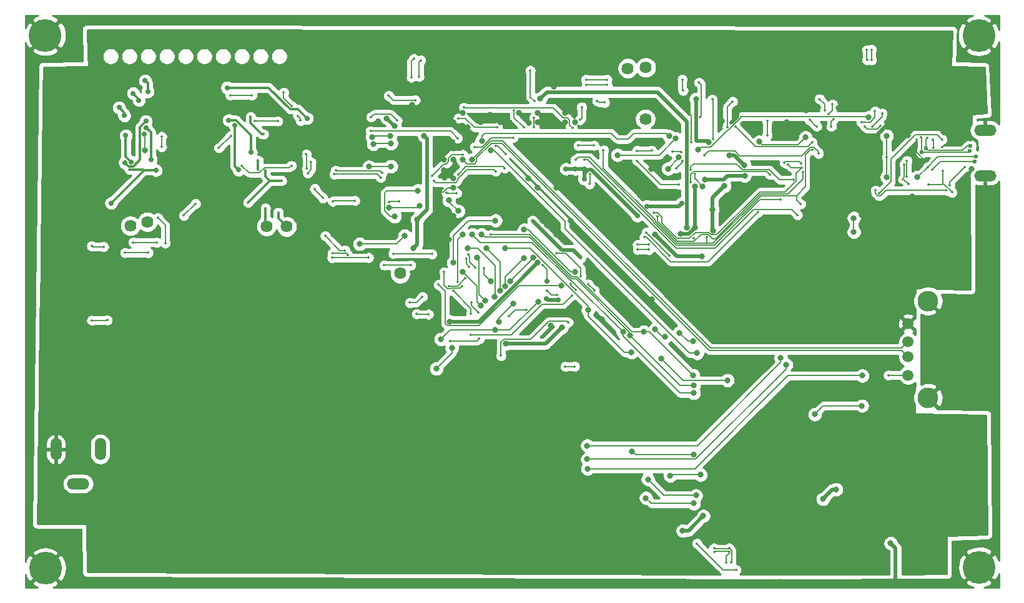
<source format=gbr>
%TF.GenerationSoftware,KiCad,Pcbnew,(5.1.10)-1*%
%TF.CreationDate,2022-03-17T16:17:32-06:00*%
%TF.ProjectId,BeagleBone_Black_Wireless,42656167-6c65-4426-9f6e-655f426c6163,rev?*%
%TF.SameCoordinates,Original*%
%TF.FileFunction,Copper,L2,Bot*%
%TF.FilePolarity,Positive*%
%FSLAX46Y46*%
G04 Gerber Fmt 4.6, Leading zero omitted, Abs format (unit mm)*
G04 Created by KiCad (PCBNEW (5.1.10)-1) date 2022-03-17 16:17:32*
%MOMM*%
%LPD*%
G01*
G04 APERTURE LIST*
%TA.AperFunction,ComponentPad*%
%ADD10O,3.016000X1.508000*%
%TD*%
%TA.AperFunction,ComponentPad*%
%ADD11O,1.508000X3.016000*%
%TD*%
%TA.AperFunction,ComponentPad*%
%ADD12C,1.625600*%
%TD*%
%TA.AperFunction,ComponentPad*%
%ADD13O,3.000000X1.500000*%
%TD*%
%TA.AperFunction,ComponentPad*%
%ADD14C,2.808000*%
%TD*%
%TA.AperFunction,ComponentPad*%
%ADD15C,1.508000*%
%TD*%
%TA.AperFunction,ComponentPad*%
%ADD16C,4.445000*%
%TD*%
%TA.AperFunction,ViaPad*%
%ADD17C,0.350000*%
%TD*%
%TA.AperFunction,ViaPad*%
%ADD18C,0.700000*%
%TD*%
%TA.AperFunction,ViaPad*%
%ADD19C,0.800000*%
%TD*%
%TA.AperFunction,ViaPad*%
%ADD20C,0.500000*%
%TD*%
%TA.AperFunction,ViaPad*%
%ADD21C,0.600000*%
%TD*%
%TA.AperFunction,Conductor*%
%ADD22C,0.500000*%
%TD*%
%TA.AperFunction,Conductor*%
%ADD23C,0.152400*%
%TD*%
%TA.AperFunction,Conductor*%
%ADD24C,0.300000*%
%TD*%
%TA.AperFunction,Conductor*%
%ADD25C,0.254000*%
%TD*%
%TA.AperFunction,Conductor*%
%ADD26C,0.100000*%
%TD*%
G04 APERTURE END LIST*
D10*
%TO.P,X4,3*%
%TO.N,N/C*%
X58618000Y-103328200D03*
D11*
%TO.P,X4,2*%
%TO.N,GND*%
X55618000Y-98628200D03*
%TO.P,X4,1*%
%TO.N,VDD_5V*%
X61618000Y-98628200D03*
%TD*%
D12*
%TO.P,TP2,P$1*%
%TO.N,Net-(TP2-PadP$1)*%
X86900000Y-68425000D03*
%TD*%
%TO.P,TP1,P$1*%
%TO.N,Net-(TP1-PadP$1)*%
X84150000Y-68350000D03*
%TD*%
%TO.P,TP3,P$1*%
%TO.N,Net-(TP3-PadP$1)*%
X65700000Y-68325000D03*
%TD*%
%TO.P,TP4,P$1*%
%TO.N,Net-(TP4-PadP$1)*%
X68000000Y-67775000D03*
%TD*%
D13*
%TO.P,X1,CG2*%
%TO.N,CGND*%
X181610000Y-61520000D03*
%TO.P,X1,CG1*%
X181610000Y-55320000D03*
%TD*%
D14*
%TO.P,X2,6*%
%TO.N,CGND*%
X173870100Y-78520000D03*
%TO.P,X2,5*%
X173870100Y-91660000D03*
D15*
%TO.P,X2,4*%
%TO.N,GND*%
X171160000Y-81590000D03*
%TO.P,X2,3*%
%TO.N,/USB.HOST.D+*%
X171160000Y-84090000D03*
%TO.P,X2,2*%
%TO.N,/USB.HOST.D-*%
X171160000Y-86090000D03*
%TO.P,X2,1*%
%TO.N,Net-(FB6-Pad2)*%
X171160000Y-88590000D03*
%TD*%
D12*
%TO.P,TP8,P$1*%
%TO.N,/BAT_TEMP*%
X135534400Y-53797200D03*
%TD*%
%TO.P,TP7,P$1*%
%TO.N,/BAT_VOLT*%
X135600000Y-46825000D03*
%TD*%
%TO.P,TP6,P$1*%
%TO.N,/VIN_BAT*%
X133150000Y-46925000D03*
%TD*%
%TO.P,TP5,P$1*%
%TO.N,Net-(IC9-Pad5)*%
X102275000Y-74775000D03*
%TD*%
D16*
%TO.P,MGT4,P$1*%
%TO.N,CGND*%
X54178200Y-114782600D03*
%TD*%
%TO.P,MGT3,P$1*%
%TO.N,CGND*%
X180746400Y-42494200D03*
%TD*%
%TO.P,MGT2,P$1*%
%TO.N,CGND*%
X180771800Y-114681000D03*
%TD*%
%TO.P,MGT1,P$1*%
%TO.N,CGND*%
X54152800Y-42443400D03*
%TD*%
D17*
%TO.N,GND*%
X124675000Y-86400000D03*
D18*
X104950000Y-75650000D03*
D17*
X147150000Y-54300000D03*
X131100000Y-54250000D03*
D19*
X165250000Y-86650000D03*
X165250000Y-83550000D03*
X147950000Y-98500000D03*
X143950000Y-94550000D03*
D17*
X129800000Y-83750000D03*
D19*
X162306000Y-58775600D03*
X179578000Y-56489600D03*
X162848400Y-90528000D03*
X163784600Y-55783800D03*
X171170600Y-56057800D03*
X125374400Y-67665600D03*
X122859800Y-67614800D03*
X121589800Y-67614800D03*
X54457600Y-105943400D03*
X120523000Y-45847000D03*
X103047800Y-57785000D03*
X136296400Y-56972200D03*
X110147100Y-54876700D03*
X111455200Y-54914800D03*
X109524808Y-54254392D03*
X103911400Y-51892200D03*
X168605200Y-65049400D03*
X164871400Y-66852800D03*
X122682000Y-81889600D03*
X173101000Y-114782600D03*
X144449800Y-110998000D03*
X148234400Y-109575600D03*
D20*
X148463000Y-112725200D03*
D19*
X107400000Y-78910000D03*
X121200000Y-90110000D03*
X168300000Y-103310000D03*
X171700000Y-64310000D03*
X123113800Y-49409990D03*
X136311827Y-60559991D03*
D17*
X173950000Y-53910000D03*
D19*
X108000000Y-49310000D03*
X166700000Y-90500000D03*
X120000000Y-86150000D03*
X145900000Y-54100000D03*
D17*
X168700000Y-53800000D03*
D19*
X130150000Y-87950006D03*
X129650000Y-81000000D03*
D17*
X131150000Y-82500000D03*
D19*
X169350000Y-66750000D03*
X171100000Y-71050000D03*
X132800000Y-78250000D03*
D17*
X154900000Y-61110000D03*
D19*
X159207200Y-62560200D03*
X157950000Y-63810000D03*
D17*
X138650000Y-52950000D03*
D19*
X159331124Y-55699092D03*
D17*
X165950000Y-51200000D03*
X158500000Y-65300000D03*
X141050000Y-47350000D03*
X142050000Y-70000000D03*
X163700000Y-49950000D03*
X135150000Y-64350000D03*
D18*
X163850000Y-48350000D03*
D19*
X120954800Y-65684400D03*
X119684800Y-64414400D03*
X118450000Y-63150000D03*
X119684800Y-61874400D03*
X120954800Y-63144400D03*
X124764800Y-63144400D03*
X126034800Y-63144400D03*
X124764800Y-61874400D03*
X123494800Y-69494400D03*
X122224800Y-68224400D03*
X108254800Y-72051800D03*
X108900000Y-70150000D03*
X108900000Y-70150000D03*
X108850000Y-68900000D03*
X108300000Y-66950000D03*
X109523299Y-66955948D03*
X108254800Y-60754389D03*
X109524800Y-60754389D03*
X108254800Y-59334400D03*
X109524800Y-59334400D03*
X108267909Y-54212581D03*
X110794800Y-52984400D03*
X113184811Y-54250000D03*
X114450000Y-53200000D03*
X117144800Y-54254400D03*
X118414800Y-52984400D03*
X115874800Y-54254400D03*
X120954800Y-54254400D03*
X119758613Y-54328213D03*
X120954800Y-52984400D03*
X122224800Y-54254400D03*
X123494800Y-54254400D03*
X124673800Y-54254400D03*
X124673800Y-52984400D03*
X126000000Y-54250000D03*
X130100000Y-53750000D03*
X142050000Y-74600000D03*
X149900000Y-86750000D03*
X149950000Y-83650000D03*
D17*
X134900000Y-61200000D03*
X109524800Y-58064400D03*
X108254800Y-58064400D03*
X109550000Y-56800000D03*
X135150000Y-68100000D03*
X135900000Y-62150000D03*
X141750000Y-57000000D03*
X139600000Y-54150000D03*
X141250000Y-52800000D03*
X132384809Y-55515191D03*
D18*
X134250000Y-76800000D03*
X107750000Y-85300000D03*
X110500000Y-79650000D03*
D19*
X146050000Y-64800000D03*
D18*
X146800000Y-66800000D03*
X151800000Y-67250000D03*
D19*
X154400004Y-56200000D03*
X154686000Y-54250000D03*
X148800000Y-54500000D03*
X157338765Y-52663281D03*
X161721800Y-52298600D03*
X150750000Y-51350000D03*
D17*
X160800000Y-50150000D03*
X175750000Y-57634598D03*
X173828336Y-59478336D03*
X172325000Y-56650000D03*
D19*
X179725000Y-60625000D03*
D17*
X137675016Y-64425000D03*
X137775000Y-61600000D03*
D18*
X150200000Y-59725000D03*
D19*
X118475237Y-64266871D03*
X119764821Y-65696715D03*
D18*
X104000000Y-60350000D03*
D19*
X113574974Y-49050000D03*
X62025000Y-53500000D03*
X58375000Y-72425000D03*
X58425000Y-83150000D03*
X63375000Y-70250000D03*
X67650000Y-58025000D03*
D17*
X61975000Y-61950000D03*
D19*
X123576758Y-68091642D03*
X109524800Y-61874400D03*
X109524800Y-63144400D03*
X108328613Y-61800587D03*
X115874800Y-61874400D03*
X136450000Y-78300000D03*
X123494800Y-63144400D03*
D17*
X82000000Y-70025000D03*
X80650000Y-62400000D03*
X68950000Y-62950000D03*
X87500000Y-63175000D03*
X83025000Y-57675000D03*
X84375000Y-57500000D03*
D19*
X88625000Y-58600000D03*
D17*
X112975000Y-53550000D03*
D18*
X67625000Y-55875000D03*
X69625000Y-54400000D03*
D17*
X109600000Y-52350000D03*
D18*
X127375001Y-54650000D03*
D17*
X61800000Y-62600000D03*
X121500000Y-83275000D03*
%TO.N,AGND*%
X122224800Y-77114400D03*
X123500000Y-72050000D03*
X126094325Y-77054875D03*
X125400000Y-76200000D03*
X126800000Y-75150000D03*
X123550000Y-77675000D03*
D18*
%TO.N,VDD_3V3A*%
X124750000Y-60600000D03*
X126034800Y-60604400D03*
X127298801Y-60604400D03*
X127243777Y-61935424D03*
X134450000Y-66950000D03*
X135750000Y-65650000D03*
X140447800Y-65250000D03*
D19*
%TO.N,VDD_1V8*%
X120954800Y-73304400D03*
X146250000Y-62900000D03*
X136812657Y-69462657D03*
X144650000Y-66100000D03*
X144750000Y-68950000D03*
D17*
X120250000Y-67650000D03*
X126734411Y-72634411D03*
D19*
X143150000Y-72450000D03*
X108973790Y-81310000D03*
D18*
%TO.N,VDD_ADC*%
X123700000Y-78400000D03*
X122150000Y-78250000D03*
X122224800Y-75844400D03*
D17*
X128587936Y-77101264D03*
X127798800Y-76250000D03*
X121600000Y-73600000D03*
D19*
%TO.N,USB_DC*%
X121259600Y-51054000D03*
X141147800Y-68581032D03*
%TO.N,VDD_3V3B*%
X104597200Y-67462400D03*
X104089200Y-71374000D03*
X116600000Y-84310000D03*
X124200000Y-82110000D03*
X140600000Y-109710000D03*
X143400000Y-107710000D03*
X149000000Y-61510000D03*
X142400000Y-51110000D03*
X144100000Y-56960000D03*
X143620000Y-62029998D03*
X100476210Y-53710000D03*
X142300000Y-62949996D03*
X142300000Y-68581032D03*
X140350000Y-69400000D03*
X105537000Y-56073790D03*
X101550000Y-54775000D03*
%TO.N,HDMI_1V8*%
X168249600Y-56108600D03*
X168275000Y-61696600D03*
D17*
X168271000Y-58982800D03*
D19*
%TO.N,CGND*%
X153822400Y-116662200D03*
X141478000Y-116687600D03*
X169468800Y-116687600D03*
X158000000Y-116710000D03*
X161400000Y-104110000D03*
X159600000Y-105410000D03*
X168800000Y-111410000D03*
D17*
X182550000Y-45010000D03*
X181950000Y-53860000D03*
D19*
X54375000Y-111150000D03*
%TO.N,Net-(C3-Pad2)*%
X102895400Y-69672200D03*
X96799400Y-70764400D03*
D17*
%TO.N,/XDMA_EVENT_INTRO*%
X125925000Y-87400000D03*
X124663200Y-87426800D03*
D19*
%TO.N,/SYS_RESET#*%
X121005600Y-78613000D03*
X115138200Y-82473800D03*
X107800000Y-83710000D03*
%TO.N,/USR2*%
X142550000Y-85610000D03*
X114600000Y-58060000D03*
D17*
%TO.N,/I2C0_SCL*%
X108254800Y-74574400D03*
X103700000Y-73650000D03*
X104850000Y-48050000D03*
X165550000Y-44450000D03*
X165600000Y-45800000D03*
X166650000Y-52750000D03*
X110651210Y-76500000D03*
X164825000Y-54225000D03*
X100124990Y-73662501D03*
X105062500Y-45837500D03*
%TO.N,/I2C0_SDA*%
X105300000Y-77950000D03*
X103600000Y-78750000D03*
X103800000Y-48150000D03*
X166200000Y-44400000D03*
X166200000Y-45800000D03*
X167400000Y-54750000D03*
X165284600Y-54832800D03*
X104137500Y-45612500D03*
X111650000Y-73850000D03*
X111238230Y-72822070D03*
%TO.N,/PMIC_PGOOD*%
X108900000Y-76510000D03*
X111116856Y-75393144D03*
D19*
X114604800Y-75844400D03*
D17*
X113638443Y-74091912D03*
D19*
%TO.N,/LDO_PGOOD*%
X124100000Y-76450000D03*
D17*
X107500000Y-76300000D03*
%TO.N,/PMIC_NWAKEUP*%
X109500000Y-77150000D03*
X111900000Y-83100000D03*
X125600000Y-77750000D03*
X111900000Y-80250000D03*
D19*
%TO.N,Net-(IC1-PadC6)*%
X109500000Y-73300000D03*
X119100000Y-68850000D03*
X126034820Y-74574400D03*
X115200000Y-67600002D03*
%TO.N,Net-(IC1-PadC18)*%
X110794803Y-74574397D03*
X113222216Y-79143989D03*
%TO.N,/SD.D2*%
X111400000Y-71310000D03*
X142100000Y-99410000D03*
X115046429Y-77975873D03*
X133725000Y-98925000D03*
%TO.N,/SD.CMD*%
X142100000Y-106010000D03*
X107200000Y-87710000D03*
X109300000Y-84910000D03*
X110794800Y-69494400D03*
D17*
X110100000Y-75950000D03*
D19*
X135600000Y-105275000D03*
D17*
%TO.N,/USB.CLIENT.D-*%
X144850000Y-112575000D03*
X146875000Y-112575000D03*
X146511400Y-113987200D03*
D19*
%TO.N,/USB.HOST.D-*%
X110794800Y-59334414D03*
%TO.N,/USB1_VBUS*%
X101050000Y-57110000D03*
X127650000Y-98160000D03*
X153900000Y-86250000D03*
X98650012Y-57200000D03*
%TO.N,/SD.D3*%
X112700000Y-72610000D03*
X142400000Y-104910000D03*
X113832442Y-78482442D03*
X135875000Y-102725000D03*
%TO.N,/SD.CLK*%
X132492558Y-82717442D03*
X142100000Y-91010000D03*
X112064800Y-69494400D03*
D17*
%TO.N,/USB.CLIENT.D+*%
X144850000Y-112075000D03*
X146875000Y-112075000D03*
X147161400Y-113987200D03*
D19*
%TO.N,/USB.HOST.D+*%
X112064800Y-59334400D03*
%TO.N,/SD.D0*%
X133463692Y-83235525D03*
X142100000Y-90010000D03*
X113334800Y-69494400D03*
D17*
%TO.N,/USB.CLIENT.ID*%
X135675000Y-69225000D03*
X138800000Y-72350002D03*
X142525000Y-111450000D03*
X147811400Y-115024998D03*
D19*
%TO.N,/USB1_OC#*%
X100950000Y-56150000D03*
X127700000Y-101300000D03*
X164950000Y-88650000D03*
X98500000Y-56250000D03*
%TO.N,/HDMI_INT*%
X113350000Y-56760000D03*
X138750000Y-56138610D03*
X142650000Y-58010000D03*
X165800000Y-53610000D03*
%TO.N,/SD.CD*%
X143000000Y-102110000D03*
X138900000Y-102250000D03*
D17*
X117025000Y-80550000D03*
X119375000Y-79700000D03*
D19*
%TO.N,/USB1_DRVVBUS*%
X116550000Y-71350000D03*
X127750000Y-79750000D03*
X133650000Y-85500000D03*
X146650000Y-89300000D03*
X158500000Y-93900000D03*
X164900000Y-92750000D03*
X137725000Y-86375000D03*
%TO.N,/SD.D1*%
X135300000Y-82710000D03*
X142000000Y-88610000D03*
D17*
X114604800Y-69494400D03*
D19*
%TO.N,/GPIO3_21*%
X115812951Y-77091349D03*
X113950000Y-71360000D03*
X110150000Y-66310000D03*
X108900000Y-64860000D03*
%TO.N,/SPI1_SCLK*%
X116500000Y-76510000D03*
D17*
X134475000Y-70875000D03*
X136025000Y-70825000D03*
D19*
X119050000Y-72725000D03*
%TO.N,/SPI1_D0*%
X117200000Y-75810000D03*
X120300000Y-72610000D03*
D17*
X136000000Y-71550000D03*
X134490000Y-71541811D03*
D19*
%TO.N,Net-(IC1-PadB12)*%
X117612342Y-78907458D03*
X115700000Y-81350000D03*
D17*
%TO.N,/MCU.LCD.EN*%
X126050000Y-59350000D03*
X153900000Y-64750000D03*
%TO.N,/MCU.LCD.HS*%
X127300000Y-59350000D03*
X156150000Y-66850008D03*
%TO.N,/LCD.D15.R4--R7*%
X127550000Y-49200000D03*
X126900000Y-52200000D03*
X126650000Y-53950000D03*
X130325000Y-49200000D03*
%TO.N,/MCU.LCD.VS*%
X127950000Y-62650000D03*
X135400000Y-69850000D03*
X128000000Y-61250000D03*
X150775000Y-66475000D03*
%TO.N,/MCU.LCD.CLK*%
X127500000Y-48450000D03*
X140550000Y-48450000D03*
X140650000Y-49950000D03*
X130325004Y-48450000D03*
%TO.N,/LCD.D3.B3--B6*%
X156750000Y-60400000D03*
X154900000Y-60000000D03*
X136650000Y-66550000D03*
D19*
%TO.N,/LCD.D7.G2--G4*%
X131750000Y-58710000D03*
X139650000Y-56460000D03*
X157250004Y-56310000D03*
X150950000Y-56910000D03*
D17*
%TO.N,/LCD.D11.R0--R3*%
X142925000Y-53601200D03*
X142800000Y-48848800D03*
X160747101Y-54832800D03*
X161050000Y-53850000D03*
X160376664Y-53123336D03*
X160900000Y-51800000D03*
%TO.N,/LCD.D2.B2--B5*%
X156892201Y-61061600D03*
X137150000Y-67000000D03*
%TO.N,/LCD.D6.G1--G3*%
X129850000Y-58050000D03*
X158134600Y-57982800D03*
X143850002Y-69800000D03*
X156600000Y-65350000D03*
%TO.N,/LCD.D10.G5--G7*%
X158784600Y-54832800D03*
X157800000Y-53950000D03*
X159150000Y-51100000D03*
X159875000Y-52625000D03*
%TO.N,/VIN_BAT*%
X130000000Y-51575000D03*
X129000000Y-51375000D03*
%TO.N,/LCD.D1.B1--B4*%
X139700000Y-60500000D03*
X155600000Y-62060000D03*
X141706492Y-60663777D03*
X140571676Y-59477096D03*
%TO.N,/LCD.D5.G0--G2*%
X134400000Y-58110000D03*
X136400000Y-58100000D03*
X139200000Y-58250000D03*
X140400000Y-58300000D03*
X159000000Y-58500000D03*
X143550000Y-58750000D03*
%TO.N,/LCD.D9.G4--G6*%
X126450000Y-57400000D03*
X128550000Y-57400000D03*
D19*
%TO.N,/LCD.D0.B0--B3*%
X138600000Y-60560000D03*
X143297847Y-62927113D03*
D17*
X142300000Y-61287534D03*
D19*
X140100000Y-58950000D03*
D17*
%TO.N,/LCD.D4.B4--B7*%
X134399400Y-59475600D03*
X140100000Y-62700000D03*
X141672800Y-62350000D03*
X152400000Y-61350000D03*
X154400000Y-59750000D03*
X156650000Y-59800000D03*
%TO.N,/LCD.D8.G3--G5*%
X152050000Y-56010000D03*
X152050000Y-54060000D03*
%TO.N,/LCD.CLOCK*%
X147350000Y-51450000D03*
X147750000Y-54850000D03*
X158134600Y-56982800D03*
X146650000Y-54900000D03*
%TO.N,/TX2-*%
X174600000Y-57708800D03*
X174500000Y-56660000D03*
D21*
%TO.N,/TX1+*%
X173557774Y-57804296D03*
X179578553Y-57439875D03*
D17*
X173775000Y-56350000D03*
D21*
%TO.N,/TX1-*%
X173008795Y-58327741D03*
D17*
X172950000Y-56310000D03*
D21*
X179502244Y-58135715D03*
D17*
%TO.N,/TX0+*%
X171000000Y-59482800D03*
X171000000Y-61600000D03*
%TO.N,/TX0-*%
X171200000Y-62635000D03*
X170648790Y-59982800D03*
D19*
%TO.N,/TXC+*%
X172400000Y-61710000D03*
D21*
X180350000Y-58925000D03*
D17*
X173820793Y-60330793D03*
D21*
%TO.N,/TXC-*%
X180180079Y-59604075D03*
D17*
X174454688Y-60679688D03*
%TO.N,/TEST*%
X166300000Y-54800000D03*
X167650000Y-53050000D03*
%TO.N,/HPD*%
X175750000Y-56610000D03*
X167250000Y-63910000D03*
D19*
%TO.N,/12MHZ*%
X163800000Y-69150000D03*
X163800000Y-67250000D03*
D17*
%TO.N,Net-(U1-Pad20)*%
X86225000Y-62175000D03*
X81650000Y-65150000D03*
X84025000Y-60800000D03*
D18*
%TO.N,Net-(U2-Pad20)*%
X63100000Y-65225000D03*
X69175000Y-60775000D03*
D17*
X65550000Y-60650001D03*
D19*
%TO.N,Net-(C1-Pad2)*%
X100787200Y-65836800D03*
X104927400Y-65608200D03*
%TO.N,Net-(C1-Pad1)*%
X101523800Y-67056000D03*
X104673400Y-63525400D03*
%TO.N,Net-(C45-Pad1)*%
X154600000Y-87200000D03*
X127650000Y-100000000D03*
X98050000Y-60300000D03*
X101050000Y-60250000D03*
%TO.N,Net-(FB4-Pad1)*%
X136850000Y-82400000D03*
X138200000Y-83400000D03*
X140150000Y-82850000D03*
X142000000Y-84000000D03*
D17*
%TO.N,Net-(FB6-Pad2)*%
X168500000Y-88600000D03*
%TO.N,/UART2_RXD*%
X111942200Y-78675000D03*
X112889200Y-80050000D03*
X113000000Y-83650000D03*
X109050000Y-83925000D03*
X106125000Y-80325000D03*
X104525000Y-80275000D03*
X95175000Y-72250000D03*
X93125000Y-72050000D03*
X68100000Y-71975000D03*
X64975000Y-71950000D03*
X62075000Y-71150000D03*
X60450000Y-71050000D03*
%TO.N,/UART1_TXD*%
X60475000Y-81150000D03*
X62575000Y-81100000D03*
X93050000Y-72650000D03*
X98000000Y-72625000D03*
X101350000Y-72075000D03*
X106600000Y-72150000D03*
X112475000Y-73950000D03*
X111525000Y-72237423D03*
%TO.N,/GPIO1_15*%
X119050000Y-54950000D03*
X85675000Y-54100000D03*
X82575000Y-54100000D03*
X79325000Y-56100000D03*
X77700000Y-57725000D03*
X117725000Y-52676210D03*
%TO.N,/GPIO1_14*%
X115450000Y-54950000D03*
X110175000Y-53700000D03*
X101875000Y-54000000D03*
X98350000Y-53550000D03*
%TO.N,/GPIO0_27*%
X117600000Y-56350000D03*
X112388064Y-57614336D03*
X110775000Y-58650000D03*
X106600000Y-61500000D03*
X99850000Y-61100000D03*
X93550000Y-60800000D03*
X69275000Y-70575000D03*
X66100000Y-70550000D03*
X72925000Y-66900000D03*
X74537500Y-65312500D03*
X87525000Y-60150000D03*
X80825000Y-60150000D03*
%TO.N,/GPIO0_26*%
X98275000Y-55450000D03*
X110075000Y-56411200D03*
X115250000Y-57475000D03*
X116575000Y-58525000D03*
%TO.N,/EHRPWM2B*%
X93337500Y-61312500D03*
X115225000Y-60900000D03*
X106875000Y-62175000D03*
X99650000Y-61775000D03*
%TO.N,/EHRPWM2A*%
X116451664Y-60473336D03*
X110175000Y-61350000D03*
X109950000Y-63875000D03*
X108548800Y-63825000D03*
X102100000Y-65000000D03*
X100775000Y-65125000D03*
X96125000Y-64900000D03*
X93148800Y-65000000D03*
X70425000Y-70675000D03*
X69425000Y-67225000D03*
%TO.N,/AIN1*%
X125075000Y-81425000D03*
X115950000Y-85950000D03*
X94800000Y-71650000D03*
X92125000Y-69675000D03*
X91800000Y-64525000D03*
X90700000Y-63275000D03*
X89625000Y-60550000D03*
X88775000Y-54025000D03*
X88414164Y-53364164D03*
X87600000Y-52050000D03*
X86500000Y-50225000D03*
X89550000Y-58600000D03*
%TO.N,/TIMER4*%
X120450000Y-54950000D03*
X120425000Y-53625000D03*
X120475000Y-51400000D03*
X119925000Y-47225000D03*
X69950000Y-56200000D03*
X69950000Y-57590400D03*
X82175000Y-50575000D03*
X79226201Y-50576201D03*
%TO.N,/TIMER6*%
X125625000Y-55025000D03*
X110925000Y-52225000D03*
X104325000Y-51250000D03*
X100725000Y-50650000D03*
X90200000Y-59675000D03*
X89751664Y-61173336D03*
%TO.N,Net-(IC3-Pad33)*%
X177100000Y-63760000D03*
X175900000Y-60860000D03*
X173900000Y-62700000D03*
%TO.N,Net-(IC3-Pad32)*%
X176800000Y-62810000D03*
X166750000Y-63500000D03*
X176325000Y-63500000D03*
X178872150Y-60337850D03*
%TO.N,Net-(IC12-Pad1)*%
X144700000Y-56500000D03*
X144600000Y-51150000D03*
D19*
%TO.N,Net-(IC12-Pad2)*%
X146900000Y-58760000D03*
X148950000Y-60100000D03*
D17*
%TO.N,Net-(TP1-PadP$1)*%
X84025000Y-65925000D03*
%TO.N,Net-(TP2-PadP$1)*%
X85750000Y-66500000D03*
%TO.N,Net-(R2-Pad1)*%
X83025000Y-60675000D03*
X83025000Y-59425000D03*
D18*
%TO.N,/M2A-*%
X89650000Y-53725000D03*
X78825000Y-49550000D03*
%TO.N,/M2B-*%
X80375000Y-60725000D03*
X79875000Y-54700000D03*
%TO.N,/M2B+*%
X79025000Y-53975000D03*
X82050000Y-58350000D03*
D17*
%TO.N,/M2A+*%
X83775000Y-55875000D03*
X82000000Y-53525000D03*
D18*
%TO.N,/M1A-*%
X66854264Y-51254264D03*
X66093234Y-50318234D03*
X68475000Y-59299998D03*
X67825000Y-54975000D03*
%TO.N,/M1B+*%
X64950000Y-59725002D03*
X68050000Y-50100000D03*
X67700000Y-48600000D03*
X67799272Y-54100728D03*
%TO.N,/M1A+*%
X65825000Y-59625000D03*
X65075000Y-56050000D03*
X64875000Y-53350000D03*
X64155734Y-52255734D03*
%TD*%
D22*
%TO.N,GND*%
X166327002Y-56600000D02*
X168452002Y-54475000D01*
X166225000Y-56600000D02*
X166327002Y-56600000D01*
X148000000Y-53450000D02*
X147150000Y-54300000D01*
X148000000Y-52650000D02*
X148000000Y-53450000D01*
D23*
X118450000Y-63150000D02*
X118600000Y-63150000D01*
X141750000Y-57000000D02*
X141750000Y-53350000D01*
X141750000Y-53350000D02*
X141400000Y-53000000D01*
X132850000Y-55050000D02*
X132384809Y-55515191D01*
X132384809Y-55515191D02*
X132384809Y-55524391D01*
X175750000Y-57634598D02*
X176109598Y-57275000D01*
X172325000Y-58348724D02*
X172325000Y-56650000D01*
X173454612Y-59478336D02*
X172325000Y-58348724D01*
X173828336Y-59478336D02*
X173454612Y-59478336D01*
X109524800Y-56825200D02*
X109550000Y-56800000D01*
X109524800Y-58064400D02*
X109524800Y-56825200D01*
X67650000Y-55900000D02*
X67625000Y-55875000D01*
X67650000Y-58025000D02*
X67650000Y-55900000D01*
X108709622Y-63144400D02*
X108104022Y-63750000D01*
X109524800Y-63144400D02*
X108709622Y-63144400D01*
X108104022Y-63750000D02*
X107475000Y-63750000D01*
%TO.N,AGND*%
X125400000Y-76360550D02*
X126094325Y-77054875D01*
X125400000Y-76200000D02*
X125400000Y-76360550D01*
X126800000Y-74100000D02*
X126800000Y-75150000D01*
X124750000Y-72050000D02*
X126800000Y-74100000D01*
X123500000Y-72050000D02*
X124750000Y-72050000D01*
X122785400Y-77675000D02*
X123550000Y-77675000D01*
X122224800Y-77114400D02*
X122785400Y-77675000D01*
D22*
%TO.N,VDD_3V3A*%
X126030400Y-60600000D02*
X126034800Y-60604400D01*
X124750000Y-60600000D02*
X126030400Y-60600000D01*
X126034800Y-60604400D02*
X127298801Y-60604400D01*
X127298801Y-61880400D02*
X127243777Y-61935424D01*
X127298801Y-60604400D02*
X127298801Y-61880400D01*
X127747999Y-60724999D02*
X128224999Y-60724999D01*
X128224999Y-60724999D02*
X134450000Y-66950000D01*
X127243777Y-61229221D02*
X127747999Y-60724999D01*
X127243777Y-61935424D02*
X127243777Y-61229221D01*
X140047800Y-65650000D02*
X140447800Y-65250000D01*
X135700000Y-65650000D02*
X140047800Y-65650000D01*
%TO.N,VDD_1V8*%
X144650000Y-64500000D02*
X144650000Y-66100000D01*
X146250000Y-62900000D02*
X144650000Y-64500000D01*
X144650000Y-68850000D02*
X144750000Y-68950000D01*
X144650000Y-66100000D02*
X144650000Y-68850000D01*
X125723790Y-71623790D02*
X126734411Y-72634411D01*
X124223790Y-71623790D02*
X125723790Y-71623790D01*
X120250000Y-67650000D02*
X124223790Y-71623790D01*
X136812657Y-69462657D02*
X139800000Y-72450000D01*
X139800000Y-72450000D02*
X143150000Y-72450000D01*
X112949200Y-81310000D02*
X108973790Y-81310000D01*
X120954800Y-73304400D02*
X112949200Y-81310000D01*
%TO.N,VDD_ADC*%
X122300000Y-78400000D02*
X122150000Y-78250000D01*
X123700000Y-78400000D02*
X122300000Y-78400000D01*
D23*
X128587936Y-77039136D02*
X127798800Y-76250000D01*
X128587936Y-77101264D02*
X128587936Y-77039136D01*
X122224800Y-74224800D02*
X121600000Y-73600000D01*
X122224800Y-75844400D02*
X122224800Y-74224800D01*
D22*
%TO.N,USB_DC*%
X137172802Y-50160000D02*
X141147800Y-54134998D01*
X121259600Y-51054000D02*
X122153600Y-50160000D01*
X122153600Y-50160000D02*
X137172802Y-50160000D01*
X141147800Y-54134998D02*
X141147800Y-68581032D01*
%TO.N,VDD_3V3B*%
X104597200Y-70866000D02*
X104089200Y-71374000D01*
X104597200Y-67462400D02*
X104597200Y-70866000D01*
X122000000Y-84310000D02*
X124200000Y-82110000D01*
X116600000Y-84310000D02*
X122000000Y-84310000D01*
X141400000Y-109710000D02*
X143400000Y-107710000D01*
X140600000Y-109710000D02*
X141400000Y-109710000D01*
X149000000Y-61510000D02*
X146700000Y-61510000D01*
X146180002Y-62029998D02*
X143620000Y-62029998D01*
X146700000Y-61510000D02*
X146180002Y-62029998D01*
X142300000Y-68283802D02*
X142300000Y-62949996D01*
X142300000Y-68283802D02*
X142300000Y-68581032D01*
X142300000Y-68283802D02*
X142300000Y-68538836D01*
X142300000Y-68538836D02*
X141438836Y-69400000D01*
X141438836Y-69400000D02*
X140350000Y-69400000D01*
X142400000Y-51110000D02*
X142400000Y-56810000D01*
X142400000Y-56810000D02*
X143950000Y-56810000D01*
X143950000Y-56810000D02*
X144100000Y-56960000D01*
X105936999Y-56473789D02*
X105537000Y-56073790D01*
X105936999Y-66122601D02*
X105936999Y-56473789D01*
X104597200Y-67462400D02*
X105936999Y-66122601D01*
X100476210Y-53710000D02*
X101541210Y-54775000D01*
X101541210Y-54775000D02*
X101550000Y-54775000D01*
D23*
%TO.N,HDMI_1V8*%
X168275000Y-56134000D02*
X168249600Y-56108600D01*
X168275000Y-58978800D02*
X168275000Y-56134000D01*
X168275000Y-61696600D02*
X168275000Y-58978800D01*
D22*
%TO.N,CGND*%
X160900000Y-104110000D02*
X159600000Y-105410000D01*
X161400000Y-104110000D02*
X160900000Y-104110000D01*
X169468800Y-112078800D02*
X169468800Y-116687600D01*
X168800000Y-111410000D02*
X169468800Y-112078800D01*
D23*
%TO.N,Net-(C3-Pad2)*%
X101803200Y-70764400D02*
X96799400Y-70764400D01*
X102895400Y-69672200D02*
X101803200Y-70764400D01*
%TO.N,/XDMA_EVENT_INTRO*%
X124690000Y-87400000D02*
X124663200Y-87426800D01*
X125925000Y-87400000D02*
X124690000Y-87400000D01*
%TO.N,/SYS_RESET#*%
X117144800Y-82473800D02*
X115138200Y-82473800D01*
X121005600Y-78613000D02*
X117144800Y-82473800D01*
X109036200Y-82473800D02*
X107800000Y-83710000D01*
X115138200Y-82473800D02*
X109036200Y-82473800D01*
%TO.N,/USR2*%
X141500000Y-85610000D02*
X142550000Y-85610000D01*
X124629801Y-68739801D02*
X141500000Y-85610000D01*
X124629801Y-67679801D02*
X124629801Y-68739801D01*
X115010000Y-58060000D02*
X124629801Y-67679801D01*
X114600000Y-58060000D02*
X115010000Y-58060000D01*
%TO.N,/I2C0_SCL*%
X165550000Y-45750000D02*
X165600000Y-45800000D01*
X165550000Y-44450000D02*
X165550000Y-45750000D01*
X109167368Y-76762410D02*
X110388800Y-76762410D01*
X109068577Y-76861201D02*
X109167368Y-76762410D01*
X108731423Y-76861201D02*
X109068577Y-76861201D01*
X108254800Y-74574400D02*
X108254800Y-76384578D01*
X110388800Y-76762410D02*
X110651210Y-76500000D01*
X108254800Y-76384578D02*
X108731423Y-76861201D01*
X166037778Y-54225000D02*
X164825000Y-54225000D01*
X166650000Y-53612778D02*
X166037778Y-54225000D01*
X166650000Y-52750000D02*
X166650000Y-53612778D01*
X100137491Y-73650000D02*
X100124990Y-73662501D01*
X103700000Y-73650000D02*
X100137491Y-73650000D01*
X104850000Y-48050000D02*
X104850000Y-46050000D01*
X104850000Y-46050000D02*
X105062500Y-45837500D01*
%TO.N,/I2C0_SDA*%
X104500000Y-78750000D02*
X103600000Y-78750000D01*
X105300000Y-77950000D02*
X104500000Y-78750000D01*
X166200000Y-44400000D02*
X166200000Y-45800000D01*
X165603001Y-55151201D02*
X165284600Y-54832800D01*
X166998799Y-55151201D02*
X165603001Y-55151201D01*
X167400000Y-54750000D02*
X166998799Y-55151201D01*
X103800000Y-48150000D02*
X103800000Y-45950000D01*
X103800000Y-45950000D02*
X104137500Y-45612500D01*
X111238230Y-73438230D02*
X111238230Y-72822070D01*
X111650000Y-73850000D02*
X111238230Y-73438230D01*
%TO.N,/PMIC_PGOOD*%
X110059778Y-76510000D02*
X111116856Y-75452922D01*
X111116856Y-75452922D02*
X111116856Y-75393144D01*
X108900000Y-76510000D02*
X110059778Y-76510000D01*
X114604800Y-75844400D02*
X113638443Y-74878043D01*
X113638443Y-74878043D02*
X113638443Y-74091912D01*
%TO.N,/LDO_PGOOD*%
X108397588Y-81586578D02*
X108397588Y-77197588D01*
X108697212Y-81886202D02*
X108397588Y-81586578D01*
X112975749Y-81886201D02*
X108697212Y-81886202D01*
X118411950Y-76450000D02*
X112975749Y-81886201D01*
X124100000Y-76450000D02*
X118411950Y-76450000D01*
X108397588Y-77197588D02*
X107500000Y-76300000D01*
%TO.N,/PMIC_NWAKEUP*%
X117371378Y-83100000D02*
X121521378Y-78950000D01*
X111900000Y-83100000D02*
X117371378Y-83100000D01*
X124400000Y-78950000D02*
X125600000Y-77750000D01*
X121521378Y-78950000D02*
X124400000Y-78950000D01*
X109500000Y-77150000D02*
X111900000Y-79550000D01*
X111900000Y-79550000D02*
X111900000Y-80250000D01*
%TO.N,Net-(IC1-PadC6)*%
X119665685Y-68850000D02*
X125390085Y-74574400D01*
X125390085Y-74574400D02*
X126034820Y-74574400D01*
X119100000Y-68850000D02*
X119665685Y-68850000D01*
X109500000Y-69620210D02*
X111520208Y-67600002D01*
X111520208Y-67600002D02*
X115200000Y-67600002D01*
X109500000Y-73300000D02*
X109500000Y-69620210D01*
%TO.N,Net-(IC1-PadC18)*%
X110794803Y-74574397D02*
X112697589Y-76477183D01*
X112697589Y-76477183D02*
X112697589Y-78619362D01*
X112697589Y-78619362D02*
X113222216Y-79143989D01*
%TO.N,/SD.D2*%
X112810000Y-71310000D02*
X111400000Y-71310000D01*
X115200000Y-73700000D02*
X112810000Y-71310000D01*
X115200000Y-77822302D02*
X115200000Y-73700000D01*
X115046429Y-77975873D02*
X115200000Y-77822302D01*
X142100000Y-99410000D02*
X134210000Y-99410000D01*
X134210000Y-99410000D02*
X133725000Y-98925000D01*
%TO.N,/SD.CMD*%
X109300000Y-85610000D02*
X109300000Y-84910000D01*
X107200000Y-87710000D02*
X109300000Y-85610000D01*
X110794800Y-69494400D02*
X110100000Y-70189200D01*
X110100000Y-70189200D02*
X110100000Y-75950000D01*
X142100000Y-106010000D02*
X136335000Y-106010000D01*
X136335000Y-106010000D02*
X135600000Y-105275000D01*
%TO.N,/USB.CLIENT.D-*%
X146776200Y-112476200D02*
X146875000Y-112575000D01*
X144948800Y-112476200D02*
X146776200Y-112476200D01*
X144850000Y-112575000D02*
X144948800Y-112476200D01*
X146500000Y-113975800D02*
X146511400Y-113987200D01*
X146500000Y-113150000D02*
X146500000Y-113975800D01*
X146875000Y-112775000D02*
X146500000Y-113150000D01*
X146875000Y-112575000D02*
X146875000Y-112775000D01*
%TO.N,/USB.HOST.D-*%
X111370987Y-59910601D02*
X110794800Y-59334414D01*
X112341377Y-59910601D02*
X111370987Y-59910601D01*
X112641001Y-59610977D02*
X112341377Y-59910601D01*
X112641001Y-59115159D02*
X112641001Y-59610977D01*
X170311200Y-85241200D02*
X144227370Y-85241200D01*
X114654960Y-57101200D02*
X112641001Y-59115159D01*
X171160000Y-86090000D02*
X170311200Y-85241200D01*
X116087370Y-57101200D02*
X114654960Y-57101200D01*
X144227370Y-85241200D02*
X116087370Y-57101200D01*
%TO.N,/USB1_VBUS*%
X153900000Y-86815685D02*
X153900000Y-86250000D01*
X142555685Y-98160000D02*
X153900000Y-86815685D01*
X127650000Y-98160000D02*
X142555685Y-98160000D01*
X101050000Y-57110000D02*
X98740012Y-57110000D01*
X98740012Y-57110000D02*
X98650012Y-57200000D01*
%TO.N,/SD.D3*%
X112950000Y-77600000D02*
X113832442Y-78482442D01*
X112700000Y-72610000D02*
X112950000Y-72860000D01*
X112950000Y-72860000D02*
X112950000Y-77600000D01*
X142400000Y-104910000D02*
X138060000Y-104910000D01*
X138060000Y-104910000D02*
X135875000Y-102725000D01*
%TO.N,/SD.CLK*%
X132492558Y-83283127D02*
X132492558Y-82717442D01*
X140219431Y-91010000D02*
X132492558Y-83283127D01*
X142100000Y-91010000D02*
X140219431Y-91010000D01*
X113132811Y-70562411D02*
X112064800Y-69494400D01*
X120191525Y-70562411D02*
X113132811Y-70562411D01*
X125383934Y-75754822D02*
X120191525Y-70562411D01*
X125529938Y-75754822D02*
X125383934Y-75754822D01*
X132492558Y-82717442D02*
X125529938Y-75754822D01*
%TO.N,/USB.CLIENT.D+*%
X146776200Y-112173800D02*
X146875000Y-112075000D01*
X144948800Y-112173800D02*
X146776200Y-112173800D01*
X144850000Y-112075000D02*
X144948800Y-112173800D01*
X147226201Y-113922399D02*
X147161400Y-113987200D01*
X147226201Y-112426201D02*
X147226201Y-113922399D01*
X146875000Y-112075000D02*
X147226201Y-112426201D01*
%TO.N,/USB.HOST.D+*%
X171160000Y-84090000D02*
X170311200Y-84938800D01*
X170311200Y-84938800D02*
X144352630Y-84938800D01*
X114600400Y-56798800D02*
X112064800Y-59334400D01*
X144352630Y-84938800D02*
X116212630Y-56798800D01*
X116212630Y-56798800D02*
X114600400Y-56798800D01*
%TO.N,/SD.D0*%
X140238167Y-90010000D02*
X133463692Y-83235525D01*
X142100000Y-90010000D02*
X140238167Y-90010000D01*
X133463692Y-82830655D02*
X133463692Y-83235525D01*
X126135449Y-75502411D02*
X133463692Y-82830655D01*
X125488486Y-75502411D02*
X126135449Y-75502411D01*
X119836075Y-69850000D02*
X125488486Y-75502411D01*
X113690400Y-69850000D02*
X119836075Y-69850000D01*
X113334800Y-69494400D02*
X113690400Y-69850000D01*
%TO.N,/USB.CLIENT.ID*%
X135675000Y-69225000D02*
X135849999Y-69400001D01*
X135849999Y-69400001D02*
X138800000Y-72350002D01*
X146099998Y-115024998D02*
X147811400Y-115024998D01*
X142525000Y-111450000D02*
X146099998Y-115024998D01*
%TO.N,/USB1_OC#*%
X127700000Y-101300000D02*
X142250000Y-101300000D01*
X154900000Y-88650000D02*
X164950000Y-88650000D01*
X142250000Y-101300000D02*
X154900000Y-88650000D01*
X98600000Y-56150000D02*
X98500000Y-56250000D01*
X100950000Y-56150000D02*
X98600000Y-56150000D01*
%TO.N,/HDMI_INT*%
X165664999Y-53474999D02*
X165800000Y-53610000D01*
X148437779Y-53474999D02*
X148525001Y-53474999D01*
X148437779Y-53474999D02*
X165664999Y-53474999D01*
X142650000Y-58010000D02*
X143049999Y-57610001D01*
X144359779Y-57610001D02*
X146718579Y-55251201D01*
X146718579Y-55251201D02*
X146818577Y-55251201D01*
X143049999Y-57610001D02*
X144359779Y-57610001D01*
X146818577Y-55251201D02*
X148437779Y-53631999D01*
X148437779Y-53631999D02*
X148437779Y-53474999D01*
X133988611Y-55738611D02*
X138350001Y-55738611D01*
X138350001Y-55738611D02*
X138750000Y-56138610D01*
X133177222Y-56550000D02*
X133988611Y-55738611D01*
X131700000Y-56550000D02*
X133177222Y-56550000D01*
X130938611Y-55738611D02*
X130938611Y-55788611D01*
X113761389Y-55738611D02*
X130938611Y-55738611D01*
X113350000Y-56150000D02*
X113761389Y-55738611D01*
X130938611Y-55788611D02*
X131700000Y-56550000D01*
X113350000Y-56760000D02*
X113350000Y-56150000D01*
%TO.N,/SD.CD*%
X143000000Y-102110000D02*
X139040000Y-102110000D01*
X139040000Y-102110000D02*
X138900000Y-102250000D01*
X117875000Y-79700000D02*
X119375000Y-79700000D01*
X117025000Y-80550000D02*
X117875000Y-79700000D01*
%TO.N,/USB1_DRVVBUS*%
X132704022Y-85500000D02*
X133650000Y-85500000D01*
X127750000Y-80545978D02*
X132704022Y-85500000D01*
X127750000Y-79750000D02*
X127750000Y-80545978D01*
X159650000Y-92750000D02*
X164900000Y-92750000D01*
X158500000Y-93900000D02*
X159650000Y-92750000D01*
X146650000Y-89300000D02*
X140650000Y-89300000D01*
X140650000Y-89300000D02*
X137725000Y-86375000D01*
X127750000Y-79207222D02*
X127750000Y-79750000D01*
X116550000Y-71350000D02*
X119892778Y-71350000D01*
X119892778Y-71350000D02*
X127750000Y-79207222D01*
%TO.N,/SD.D1*%
X136100000Y-82710000D02*
X142000000Y-88610000D01*
X135300000Y-82710000D02*
X136100000Y-82710000D01*
X133700000Y-82710000D02*
X126240000Y-75250000D01*
X114854801Y-69494400D02*
X114604800Y-69494400D01*
X135300000Y-82710000D02*
X133700000Y-82710000D01*
X126240000Y-75250000D02*
X125593038Y-75250000D01*
X125593038Y-75250000D02*
X119837438Y-69494400D01*
X119837438Y-69494400D02*
X114854801Y-69494400D01*
%TO.N,/GPIO3_21*%
X115812951Y-73222951D02*
X113950000Y-71360000D01*
X115812951Y-77091349D02*
X115812951Y-73222951D01*
X108900000Y-65060000D02*
X108900000Y-64860000D01*
X110150000Y-66310000D02*
X108900000Y-65060000D01*
%TO.N,/SPI1_SCLK*%
X134475000Y-70875000D02*
X135975000Y-70875000D01*
X135975000Y-70875000D02*
X136025000Y-70825000D01*
X116500000Y-75275000D02*
X119050000Y-72725000D01*
X116500000Y-76510000D02*
X116500000Y-75275000D01*
%TO.N,/SPI1_D0*%
X120300000Y-72710000D02*
X120300000Y-72610000D01*
X117200000Y-75810000D02*
X120300000Y-72710000D01*
X134498189Y-71550000D02*
X134490000Y-71541811D01*
X136000000Y-71550000D02*
X134498189Y-71550000D01*
%TO.N,Net-(IC1-PadB12)*%
X115700000Y-80819800D02*
X115700000Y-81350000D01*
X117612342Y-78907458D02*
X115700000Y-80819800D01*
%TO.N,/MCU.LCD.EN*%
X127948799Y-58998799D02*
X136645178Y-67695178D01*
X126401201Y-58998799D02*
X127948799Y-58998799D01*
X136645178Y-67695178D02*
X136645178Y-67909104D01*
X126050000Y-59350000D02*
X126401201Y-58998799D01*
X151060582Y-64750000D02*
X153900000Y-64750000D01*
X136645178Y-67909104D02*
X139688486Y-70952411D01*
X139688486Y-70952411D02*
X144858173Y-70952410D01*
X144858173Y-70952410D02*
X151060582Y-64750000D01*
%TO.N,/MCU.LCD.HS*%
X155975001Y-66675009D02*
X156150000Y-66850008D01*
X127300000Y-59350000D02*
X127729111Y-59350000D01*
X127729111Y-59350000D02*
X139729111Y-71350000D01*
X139729111Y-71350000D02*
X144950000Y-71350000D01*
X144950000Y-71350000D02*
X150176201Y-66123799D01*
X150176201Y-66123799D02*
X155423791Y-66123799D01*
X155423791Y-66123799D02*
X155975001Y-66675009D01*
%TO.N,/LCD.D15.R4--R7*%
X126900000Y-52200000D02*
X126900000Y-53700000D01*
X126900000Y-53700000D02*
X126650000Y-53950000D01*
X127550000Y-49200000D02*
X130325000Y-49200000D01*
%TO.N,/MCU.LCD.VS*%
X128000000Y-62600000D02*
X127950000Y-62650000D01*
X128000000Y-61250000D02*
X128000000Y-62600000D01*
X138973688Y-73176201D02*
X144073799Y-73176201D01*
X135400000Y-69850000D02*
X135647487Y-69850000D01*
X144073799Y-73176201D02*
X150775000Y-66475000D01*
X135647487Y-69850000D02*
X138973688Y-73176201D01*
%TO.N,/MCU.LCD.CLK*%
X140550000Y-49850000D02*
X140650000Y-49950000D01*
X140550000Y-48450000D02*
X140550000Y-49850000D01*
X127500000Y-48450000D02*
X130325004Y-48450000D01*
%TO.N,/LCD.D3.B3--B6*%
X155300000Y-60400000D02*
X154900000Y-60000000D01*
X156750000Y-60400000D02*
X155300000Y-60400000D01*
X151042709Y-63696991D02*
X145213500Y-69526201D01*
X145213500Y-69526201D02*
X144434363Y-69526201D01*
X155951201Y-62228577D02*
X154482787Y-63696991D01*
X137750000Y-67943040D02*
X137750000Y-67080222D01*
X141530222Y-70000000D02*
X139806960Y-70000000D01*
X137219778Y-66550000D02*
X136650000Y-66550000D01*
X144434363Y-69526201D02*
X144104551Y-69196389D01*
X154482787Y-63696991D02*
X151042709Y-63696991D01*
X144104551Y-69196389D02*
X142333833Y-69196389D01*
X137750000Y-67080222D02*
X137219778Y-66550000D01*
X142333833Y-69196389D02*
X141530222Y-70000000D01*
X139806960Y-70000000D02*
X137750000Y-67943040D01*
X156750000Y-60400000D02*
X155951201Y-61198799D01*
X155951201Y-61198799D02*
X155951201Y-62228577D01*
%TO.N,/LCD.D7.G2--G4*%
X137400000Y-58710000D02*
X139650000Y-56460000D01*
X131750000Y-58710000D02*
X137400000Y-58710000D01*
X156250005Y-57309999D02*
X151349999Y-57309999D01*
X157250004Y-56310000D02*
X156250005Y-57309999D01*
X151349999Y-57309999D02*
X150950000Y-56910000D01*
%TO.N,/LCD.D11.R0--R3*%
X143099999Y-49148799D02*
X142800000Y-48848800D01*
X143099999Y-53426201D02*
X143099999Y-49148799D01*
X142925000Y-53601200D02*
X143099999Y-53426201D01*
X160747101Y-54152899D02*
X161050000Y-53850000D01*
X160747101Y-54832800D02*
X160747101Y-54152899D01*
X160900000Y-52600000D02*
X160900000Y-51800000D01*
X160376664Y-53123336D02*
X160900000Y-52600000D01*
%TO.N,/LCD.D2.B2--B5*%
X143120979Y-69448799D02*
X144000000Y-69448799D01*
X144000000Y-69448799D02*
X144601201Y-70050000D01*
X156892201Y-61957799D02*
X156892201Y-61061600D01*
X151147260Y-63949401D02*
X154900599Y-63949401D01*
X144601201Y-70050000D02*
X145046661Y-70050000D01*
X145046661Y-70050000D02*
X151147260Y-63949401D01*
X154900599Y-63949401D02*
X156892201Y-61957799D01*
X137150000Y-67000000D02*
X137150000Y-67700000D01*
X142122188Y-70447590D02*
X143120979Y-69448799D01*
X139897590Y-70447590D02*
X142122188Y-70447590D01*
X137150000Y-67700000D02*
X139897590Y-70447590D01*
%TO.N,/LCD.D6.G1--G3*%
X156048189Y-64201811D02*
X151251811Y-64201811D01*
X144753622Y-70700000D02*
X151251811Y-64201811D01*
X143950000Y-70700000D02*
X144753622Y-70700000D01*
X143950000Y-70700000D02*
X143850002Y-70600002D01*
X143850002Y-70600002D02*
X143850002Y-69800000D01*
X156048189Y-64798189D02*
X156600000Y-65350000D01*
X156048189Y-64201811D02*
X156048189Y-64798189D01*
X157243401Y-63006599D02*
X156048189Y-64201811D01*
X157243401Y-58656599D02*
X157243401Y-63006599D01*
X157917200Y-57982800D02*
X157243401Y-58656599D01*
X158134600Y-57982800D02*
X157917200Y-57982800D01*
X136897589Y-67554552D02*
X136897589Y-67804552D01*
X139793037Y-70700000D02*
X143950000Y-70700000D01*
X129850000Y-58050000D02*
X129850000Y-60506963D01*
X129850000Y-60506963D02*
X136897589Y-67554552D01*
X136897589Y-67804552D02*
X139793037Y-70700000D01*
%TO.N,/LCD.D10.G5--G7*%
X158682800Y-54832800D02*
X157800000Y-53950000D01*
X158784600Y-54832800D02*
X158682800Y-54832800D01*
X159875000Y-51825000D02*
X159875000Y-52625000D01*
X159150000Y-51100000D02*
X159875000Y-51825000D01*
%TO.N,/VIN_BAT*%
X129200000Y-51575000D02*
X129000000Y-51375000D01*
X130000000Y-51575000D02*
X129200000Y-51575000D01*
%TO.N,/LCD.D1.B1--B4*%
X139700000Y-60500000D02*
X140571676Y-59628324D01*
X140571676Y-59628324D02*
X140571676Y-59477096D01*
X153710000Y-62060000D02*
X155600000Y-62060000D01*
X148373799Y-60376577D02*
X148673423Y-60676201D01*
X148673423Y-60676201D02*
X152326201Y-60676201D01*
X147883799Y-59883799D02*
X148373799Y-60373799D01*
X142073423Y-59883799D02*
X147883799Y-59883799D01*
X152326201Y-60676201D02*
X153710000Y-62060000D01*
X141706492Y-60250730D02*
X142073423Y-59883799D01*
X148373799Y-60373799D02*
X148373799Y-60376577D01*
X141706492Y-60663777D02*
X141706492Y-60250730D01*
%TO.N,/LCD.D5.G0--G2*%
X136390000Y-58110000D02*
X136400000Y-58100000D01*
X134400000Y-58110000D02*
X136390000Y-58110000D01*
X140350000Y-58250000D02*
X140400000Y-58300000D01*
X139200000Y-58250000D02*
X140350000Y-58250000D01*
X147636550Y-58183799D02*
X144116201Y-58183799D01*
X156716838Y-58826201D02*
X148278952Y-58826201D01*
X159000000Y-58252513D02*
X158379086Y-57631599D01*
X157911440Y-57631599D02*
X156716838Y-58826201D01*
X148278952Y-58826201D02*
X147636550Y-58183799D01*
X144116201Y-58183799D02*
X143724999Y-58575001D01*
X158379086Y-57631599D02*
X157911440Y-57631599D01*
X143724999Y-58575001D02*
X143550000Y-58750000D01*
X159000000Y-58500000D02*
X159000000Y-58252513D01*
%TO.N,/LCD.D9.G4--G6*%
X126450000Y-57400000D02*
X128550000Y-57400000D01*
%TO.N,/LCD.D0.B0--B3*%
X142350000Y-61979266D02*
X143297847Y-62927113D01*
X142300000Y-61929266D02*
X142350000Y-61979266D01*
X142300000Y-61287534D02*
X142300000Y-61929266D01*
X138600000Y-60560000D02*
X140100000Y-59060000D01*
X140100000Y-59060000D02*
X140100000Y-58950000D01*
%TO.N,/LCD.D4.B4--B7*%
X137623800Y-62700000D02*
X140100000Y-62700000D01*
X134399400Y-59475600D02*
X137623800Y-62700000D01*
X142131423Y-60936333D02*
X148286333Y-60936333D01*
X141672800Y-61394956D02*
X142131423Y-60936333D01*
X141672800Y-62350000D02*
X141672800Y-61394956D01*
X151983799Y-60933799D02*
X152400000Y-61350000D01*
X148288867Y-60933799D02*
X151983799Y-60933799D01*
X148286333Y-60936333D02*
X148288867Y-60933799D01*
X154574999Y-59575001D02*
X156425001Y-59575001D01*
X154400000Y-59750000D02*
X154574999Y-59575001D01*
X156425001Y-59575001D02*
X156650000Y-59800000D01*
%TO.N,/LCD.D8.G3--G5*%
X152050000Y-56010000D02*
X152050000Y-54060000D01*
%TO.N,/LCD.CLOCK*%
X147750000Y-54850000D02*
X150462409Y-57562409D01*
X150462409Y-57562409D02*
X157554991Y-57562409D01*
X157554991Y-57562409D02*
X158134600Y-56982800D01*
X147350000Y-51450000D02*
X146650000Y-52150000D01*
X146650000Y-52150000D02*
X146650000Y-54900000D01*
%TO.N,/TX2-*%
X174600000Y-56760000D02*
X174500000Y-56660000D01*
X174600000Y-57708800D02*
X174600000Y-56760000D01*
%TO.N,/TX1+*%
X178534164Y-58060000D02*
X179154289Y-57439875D01*
X179154289Y-57439875D02*
X179578553Y-57439875D01*
X173813478Y-58060000D02*
X178534164Y-58060000D01*
X173557774Y-57804296D02*
X173813478Y-58060000D01*
X173557774Y-56567226D02*
X173775000Y-56350000D01*
X173557774Y-57804296D02*
X173557774Y-56567226D01*
%TO.N,/TX1-*%
X173008795Y-56368795D02*
X172950000Y-56310000D01*
X173008795Y-58327741D02*
X173008795Y-56368795D01*
X173008795Y-58327741D02*
X179310218Y-58327741D01*
X179310218Y-58327741D02*
X179502244Y-58135715D01*
%TO.N,/TX0+*%
X171000000Y-59482800D02*
X171000000Y-61600000D01*
%TO.N,/TX0-*%
X170648790Y-61701210D02*
X170648790Y-59982800D01*
X170350000Y-62000000D02*
X170648790Y-61701210D01*
X170565000Y-62000000D02*
X170350000Y-62000000D01*
X171200000Y-62635000D02*
X170565000Y-62000000D01*
%TO.N,/TXC+*%
X172441586Y-61710000D02*
X172400000Y-61710000D01*
X173820793Y-60330793D02*
X172441586Y-61710000D01*
X180350000Y-58925000D02*
X175226586Y-58925000D01*
X175226586Y-58925000D02*
X174700793Y-59450793D01*
X174700793Y-59450793D02*
X173820793Y-60330793D01*
%TO.N,/TXC-*%
X180180079Y-59604075D02*
X175530301Y-59604075D01*
X175530301Y-59604075D02*
X174454688Y-60679688D01*
%TO.N,/TEST*%
X167650000Y-53450000D02*
X167650000Y-53050000D01*
X166300000Y-54800000D02*
X167650000Y-53450000D01*
%TO.N,/HPD*%
X175750000Y-56610000D02*
X175098799Y-55958799D01*
X168851201Y-59229977D02*
X168851201Y-62308799D01*
X175098799Y-55958799D02*
X172122379Y-55958799D01*
X172122379Y-55958799D02*
X168851201Y-59229977D01*
X168851201Y-62308799D02*
X167250000Y-63910000D01*
%TO.N,/12MHZ*%
X163800000Y-69150000D02*
X163800000Y-67250000D01*
D24*
%TO.N,Net-(U1-Pad20)*%
X84625000Y-62175000D02*
X81650000Y-65150000D01*
X86225000Y-62175000D02*
X84625000Y-62175000D01*
X84025000Y-61575000D02*
X84625000Y-62175000D01*
X84025000Y-60800000D02*
X84025000Y-61575000D01*
%TO.N,Net-(U2-Pad20)*%
X67550000Y-60775000D02*
X69175000Y-60775000D01*
X63100000Y-65225000D02*
X67550000Y-60775000D01*
X67425001Y-60650001D02*
X67550000Y-60775000D01*
X65550000Y-60650001D02*
X67425001Y-60650001D01*
D23*
%TO.N,Net-(C1-Pad2)*%
X104698800Y-65836800D02*
X104927400Y-65608200D01*
X100787200Y-65836800D02*
X104698800Y-65836800D01*
%TO.N,Net-(C1-Pad1)*%
X100499600Y-63525400D02*
X104673400Y-63525400D01*
X100210999Y-63814001D02*
X100499600Y-63525400D01*
X100210999Y-66308884D02*
X100210999Y-63814001D01*
X100958115Y-67056000D02*
X100210999Y-66308884D01*
X101523800Y-67056000D02*
X100958115Y-67056000D01*
%TO.N,Net-(C45-Pad1)*%
X142365685Y-100000000D02*
X127650000Y-100000000D01*
X154600000Y-87765685D02*
X142365685Y-100000000D01*
X154600000Y-87200000D02*
X154600000Y-87765685D01*
X101000000Y-60300000D02*
X101050000Y-60250000D01*
X98050000Y-60300000D02*
X101000000Y-60300000D01*
%TO.N,Net-(FB4-Pad1)*%
X137850000Y-83400000D02*
X138200000Y-83400000D01*
X136850000Y-82400000D02*
X137850000Y-83400000D01*
X140150000Y-82850000D02*
X141300000Y-84000000D01*
X141300000Y-84000000D02*
X142000000Y-84000000D01*
%TO.N,Net-(FB6-Pad2)*%
X171150000Y-88600000D02*
X171160000Y-88590000D01*
X168500000Y-88600000D02*
X171150000Y-88600000D01*
%TO.N,/UART2_RXD*%
X111942200Y-79103000D02*
X112889200Y-80050000D01*
X111942200Y-78675000D02*
X111942200Y-79103000D01*
X112725000Y-83925000D02*
X109050000Y-83925000D01*
X113000000Y-83650000D02*
X112725000Y-83925000D01*
X104575000Y-80325000D02*
X104525000Y-80275000D01*
X106125000Y-80325000D02*
X104575000Y-80325000D01*
X94975000Y-72050000D02*
X93125000Y-72050000D01*
X95175000Y-72250000D02*
X94975000Y-72050000D01*
X65000000Y-71975000D02*
X64975000Y-71950000D01*
X68100000Y-71975000D02*
X65000000Y-71975000D01*
X60550000Y-71150000D02*
X60450000Y-71050000D01*
X62075000Y-71150000D02*
X60550000Y-71150000D01*
%TO.N,/UART1_TXD*%
X62525000Y-81150000D02*
X62575000Y-81100000D01*
X60475000Y-81150000D02*
X62525000Y-81150000D01*
X97975000Y-72650000D02*
X98000000Y-72625000D01*
X93050000Y-72650000D02*
X97975000Y-72650000D01*
X106525000Y-72075000D02*
X106600000Y-72150000D01*
X101350000Y-72075000D02*
X106525000Y-72075000D01*
X112475000Y-73950000D02*
X111699999Y-73174999D01*
X111699999Y-73174999D02*
X111699999Y-72412422D01*
X111699999Y-72412422D02*
X111525000Y-72237423D01*
%TO.N,/GPIO1_15*%
X85675000Y-54100000D02*
X82575000Y-54100000D01*
X79325000Y-56100000D02*
X77700000Y-57725000D01*
X117725000Y-53625000D02*
X117725000Y-52676210D01*
X119050000Y-54950000D02*
X117725000Y-53625000D01*
%TO.N,/GPIO1_14*%
X111093178Y-53700000D02*
X110175000Y-53700000D01*
X112343178Y-54950000D02*
X111093178Y-53700000D01*
X115450000Y-54950000D02*
X112343178Y-54950000D01*
X98766201Y-53133799D02*
X98350000Y-53550000D01*
X101008799Y-53133799D02*
X98766201Y-53133799D01*
X101875000Y-54000000D02*
X101008799Y-53133799D01*
%TO.N,/GPIO0_27*%
X113427904Y-57614336D02*
X112388064Y-57614336D01*
X114692240Y-56350000D02*
X113427904Y-57614336D01*
X117600000Y-56350000D02*
X114692240Y-56350000D01*
X108189399Y-59910601D02*
X106600000Y-61500000D01*
X108531377Y-59910601D02*
X108189399Y-59910601D01*
X108831001Y-59610977D02*
X108531377Y-59910601D01*
X108831001Y-59125000D02*
X108831001Y-59610977D01*
X109306001Y-58650000D02*
X108831001Y-59125000D01*
X110775000Y-58650000D02*
X109306001Y-58650000D01*
X93626201Y-60876201D02*
X93550000Y-60800000D01*
X99626201Y-60876201D02*
X93626201Y-60876201D01*
X99850000Y-61100000D02*
X99626201Y-60876201D01*
X66125000Y-70575000D02*
X66100000Y-70550000D01*
X69275000Y-70575000D02*
X66125000Y-70575000D01*
X74512500Y-65312500D02*
X74537500Y-65312500D01*
X72925000Y-66900000D02*
X74512500Y-65312500D01*
X87250000Y-60425000D02*
X87525000Y-60150000D01*
X83900000Y-60425000D02*
X87250000Y-60425000D01*
X83200000Y-61125000D02*
X83900000Y-60425000D01*
X81800000Y-61125000D02*
X83200000Y-61125000D01*
X80825000Y-60150000D02*
X81800000Y-61125000D01*
%TO.N,/GPIO0_26*%
X109113800Y-55450000D02*
X110075000Y-56411200D01*
X98275000Y-55450000D02*
X109113800Y-55450000D01*
X115250000Y-57475000D02*
X115525000Y-57475000D01*
X115525000Y-57475000D02*
X116575000Y-58525000D01*
%TO.N,/EHRPWM2B*%
X99187500Y-61312500D02*
X99650000Y-61775000D01*
X93337500Y-61312500D02*
X99187500Y-61312500D01*
X107150601Y-62450601D02*
X106875000Y-62175000D01*
X109801377Y-62450601D02*
X107150601Y-62450601D01*
X111314249Y-60711752D02*
X110101001Y-61925000D01*
X110101001Y-62150977D02*
X109801377Y-62450601D01*
X115036752Y-60711752D02*
X111314249Y-60711752D01*
X110101001Y-61925000D02*
X110101001Y-62150977D01*
X115225000Y-60900000D02*
X115036752Y-60711752D01*
%TO.N,/EHRPWM2A*%
X108598800Y-63875000D02*
X108548800Y-63825000D01*
X109950000Y-63875000D02*
X108598800Y-63875000D01*
X100900000Y-65000000D02*
X100775000Y-65125000D01*
X102100000Y-65000000D02*
X100900000Y-65000000D01*
X93248800Y-64900000D02*
X93148800Y-65000000D01*
X96125000Y-64900000D02*
X93248800Y-64900000D01*
X70425000Y-68225000D02*
X69425000Y-67225000D01*
X70425000Y-70675000D02*
X70425000Y-68225000D01*
X116451664Y-60473336D02*
X116276665Y-60298337D01*
X116276665Y-60298337D02*
X111226663Y-60298337D01*
X111226663Y-60298337D02*
X110175000Y-61350000D01*
%TO.N,/AIN1*%
X115950000Y-84107222D02*
X115950000Y-85950000D01*
X116323423Y-83733799D02*
X115950000Y-84107222D01*
X119985023Y-83733799D02*
X116323423Y-83733799D01*
X122468821Y-81250001D02*
X119985023Y-83733799D01*
X124900001Y-81250001D02*
X122468821Y-81250001D01*
X125075000Y-81425000D02*
X124900001Y-81250001D01*
X94100000Y-71650000D02*
X92125000Y-69675000D01*
X94800000Y-71650000D02*
X94100000Y-71650000D01*
X90700000Y-63425000D02*
X90700000Y-63275000D01*
X91800000Y-64525000D02*
X90700000Y-63425000D01*
X88775000Y-53725000D02*
X88414164Y-53364164D01*
X88775000Y-54025000D02*
X88775000Y-53725000D01*
X86500000Y-50950000D02*
X86500000Y-50225000D01*
X87600000Y-52050000D02*
X86500000Y-50950000D01*
X89625000Y-60550000D02*
X89625000Y-58675000D01*
X89625000Y-58675000D02*
X89550000Y-58600000D01*
%TO.N,/TIMER4*%
X120378599Y-53671401D02*
X120425000Y-53625000D01*
X120378599Y-54878599D02*
X120378599Y-53671401D01*
X120450000Y-54950000D02*
X120378599Y-54878599D01*
X119925000Y-50850000D02*
X119925000Y-47225000D01*
X120475000Y-51400000D02*
X119925000Y-50850000D01*
X69950000Y-56200000D02*
X69950000Y-57590400D01*
X82175000Y-50575000D02*
X79227402Y-50575000D01*
X79227402Y-50575000D02*
X79226201Y-50576201D01*
%TO.N,/TIMER6*%
X101325000Y-51250000D02*
X100725000Y-50650000D01*
X104325000Y-51250000D02*
X101325000Y-51250000D01*
X90200000Y-60725000D02*
X89751664Y-61173336D01*
X90200000Y-59675000D02*
X90200000Y-60725000D01*
X111025000Y-52325000D02*
X110925000Y-52225000D01*
X123044024Y-52325000D02*
X111025000Y-52325000D01*
X124950377Y-53678199D02*
X124397223Y-53678199D01*
X124397223Y-53678199D02*
X123044024Y-52325000D01*
X125250001Y-53977823D02*
X124950377Y-53678199D01*
X125250001Y-54650001D02*
X125250001Y-53977823D01*
X125625000Y-55025000D02*
X125250001Y-54650001D01*
%TO.N,Net-(IC3-Pad33)*%
X175900000Y-62560000D02*
X175900000Y-60860000D01*
X177100000Y-63760000D02*
X175900000Y-62560000D01*
X175760000Y-62700000D02*
X175900000Y-62560000D01*
X173900000Y-62700000D02*
X175760000Y-62700000D01*
%TO.N,Net-(IC3-Pad32)*%
X168179778Y-63500000D02*
X176325000Y-63500000D01*
X167418577Y-64261201D02*
X168179778Y-63500000D01*
X167081423Y-64261201D02*
X167418577Y-64261201D01*
X166750000Y-63929778D02*
X167081423Y-64261201D01*
X166750000Y-63500000D02*
X166750000Y-63929778D01*
X176800000Y-62810000D02*
X176800000Y-62410000D01*
X176800000Y-62410000D02*
X178872150Y-60337850D01*
%TO.N,Net-(IC12-Pad1)*%
X144700000Y-51250000D02*
X144600000Y-51150000D01*
X144700000Y-56500000D02*
X144700000Y-51250000D01*
D22*
%TO.N,Net-(IC12-Pad2)*%
X147610000Y-58760000D02*
X148950000Y-60100000D01*
X146900000Y-58760000D02*
X147610000Y-58760000D01*
D24*
%TO.N,Net-(TP1-PadP$1)*%
X84025000Y-68225000D02*
X84150000Y-68350000D01*
X84025000Y-65925000D02*
X84025000Y-68225000D01*
%TO.N,Net-(TP2-PadP$1)*%
X85750000Y-67275000D02*
X86900000Y-68425000D01*
X85750000Y-66500000D02*
X85750000Y-67275000D01*
%TO.N,Net-(R2-Pad1)*%
X83025000Y-60675000D02*
X83025000Y-59425000D01*
%TO.N,/M2A-*%
X84470998Y-49550000D02*
X78825000Y-49550000D01*
X87395999Y-52475001D02*
X84470998Y-49550000D01*
X88400001Y-52475001D02*
X87395999Y-52475001D01*
X89650000Y-53725000D02*
X88400001Y-52475001D01*
%TO.N,/M2B-*%
X79875000Y-60225000D02*
X79875000Y-54700000D01*
X80375000Y-60725000D02*
X79875000Y-60225000D01*
%TO.N,/M2B+*%
X82050000Y-55986998D02*
X82050000Y-58350000D01*
X80038002Y-53975000D02*
X82050000Y-55986998D01*
X79025000Y-53975000D02*
X80038002Y-53975000D01*
%TO.N,/M2A+*%
X82000000Y-54347487D02*
X82000000Y-53525000D01*
X83527513Y-55875000D02*
X82000000Y-54347487D01*
X83775000Y-55875000D02*
X83527513Y-55875000D01*
%TO.N,/M1A-*%
X66854264Y-51079264D02*
X66093234Y-50318234D01*
X66854264Y-51254264D02*
X66854264Y-51079264D01*
X68475000Y-55625000D02*
X67825000Y-54975000D01*
X68475000Y-59299998D02*
X68475000Y-55625000D01*
%TO.N,/M1B+*%
X68050000Y-48950000D02*
X67700000Y-48600000D01*
X68050000Y-50100000D02*
X68050000Y-48950000D01*
X66999999Y-59338003D02*
X66999999Y-54900001D01*
X66999999Y-54900001D02*
X67799272Y-54100728D01*
X65449999Y-60225001D02*
X66113001Y-60225001D01*
X64950000Y-59725002D02*
X65449999Y-60225001D01*
X66113001Y-60225001D02*
X66999999Y-59338003D01*
%TO.N,/M1A+*%
X65075000Y-58875000D02*
X65075000Y-56050000D01*
X65825000Y-59625000D02*
X65075000Y-58875000D01*
X64875000Y-52975000D02*
X64155734Y-52255734D01*
X64875000Y-53350000D02*
X64875000Y-52975000D01*
%TD*%
D25*
%TO.N,GND*%
X177111104Y-41859054D02*
X176998037Y-46546938D01*
X176999879Y-46571766D01*
X177006530Y-46595758D01*
X177017733Y-46617991D01*
X177033058Y-46637611D01*
X177051917Y-46653865D01*
X177073584Y-46666127D01*
X177097227Y-46673926D01*
X177121474Y-46676951D01*
X181503882Y-46798685D01*
X181807167Y-53016215D01*
X179876536Y-53111555D01*
X179851910Y-53115214D01*
X179828471Y-53123607D01*
X179807120Y-53136412D01*
X179788677Y-53153136D01*
X179773852Y-53173137D01*
X179763213Y-53195646D01*
X179757170Y-53219797D01*
X179755825Y-53235886D01*
X179730534Y-54513070D01*
X179702843Y-54546812D01*
X179574236Y-54787419D01*
X179495040Y-55048493D01*
X179468299Y-55320000D01*
X179495040Y-55591507D01*
X179574236Y-55852581D01*
X179702843Y-56093188D01*
X179875919Y-56304081D01*
X180086812Y-56477157D01*
X180327419Y-56605764D01*
X180395515Y-56626421D01*
X180545007Y-56794033D01*
X180591082Y-58019637D01*
X180442089Y-57990000D01*
X180426577Y-57990000D01*
X180405680Y-57884947D01*
X180407139Y-57882764D01*
X180477621Y-57712604D01*
X180513553Y-57531964D01*
X180513553Y-57347786D01*
X180477621Y-57167146D01*
X180407139Y-56996986D01*
X180304815Y-56843847D01*
X180174581Y-56713613D01*
X180021442Y-56611289D01*
X179851282Y-56540807D01*
X179670642Y-56504875D01*
X179486464Y-56504875D01*
X179305824Y-56540807D01*
X179135664Y-56611289D01*
X178982525Y-56713613D01*
X178932049Y-56764089D01*
X178880808Y-56779633D01*
X178757256Y-56845673D01*
X178648962Y-56934548D01*
X178626691Y-56961685D01*
X178239577Y-57348800D01*
X176083010Y-57348800D01*
X176133679Y-57327812D01*
X176266345Y-57239168D01*
X176379168Y-57126345D01*
X176467812Y-56993679D01*
X176528872Y-56846268D01*
X176560000Y-56689778D01*
X176560000Y-56530222D01*
X176528872Y-56373732D01*
X176467812Y-56226321D01*
X176379168Y-56093655D01*
X176266345Y-55980832D01*
X176133679Y-55892188D01*
X175986268Y-55831128D01*
X175974594Y-55828806D01*
X175626400Y-55480613D01*
X175604126Y-55453472D01*
X175495832Y-55364597D01*
X175372280Y-55298557D01*
X175238219Y-55257890D01*
X175133735Y-55247599D01*
X175133725Y-55247599D01*
X175098799Y-55244159D01*
X175063873Y-55247599D01*
X172157304Y-55247599D01*
X172122378Y-55244159D01*
X172087452Y-55247599D01*
X172087443Y-55247599D01*
X171982959Y-55257890D01*
X171848898Y-55298557D01*
X171751383Y-55350680D01*
X171725346Y-55364597D01*
X171644187Y-55431202D01*
X171644183Y-55431206D01*
X171617052Y-55453472D01*
X171594786Y-55480603D01*
X168986200Y-58089191D01*
X168986200Y-56835711D01*
X169053537Y-56768374D01*
X169166805Y-56598856D01*
X169244826Y-56410498D01*
X169284600Y-56210539D01*
X169284600Y-56006661D01*
X169244826Y-55806702D01*
X169166805Y-55618344D01*
X169053537Y-55448826D01*
X168909374Y-55304663D01*
X168739856Y-55191395D01*
X168551498Y-55113374D01*
X168351539Y-55073600D01*
X168147661Y-55073600D01*
X168142252Y-55074676D01*
X168178872Y-54986268D01*
X168210000Y-54829778D01*
X168210000Y-54670222D01*
X168178872Y-54513732D01*
X168117812Y-54366321D01*
X168029168Y-54233655D01*
X167950651Y-54155138D01*
X168128201Y-53977588D01*
X168155326Y-53955327D01*
X168177588Y-53928201D01*
X168177597Y-53928192D01*
X168244202Y-53847033D01*
X168258056Y-53821114D01*
X168310242Y-53723481D01*
X168350909Y-53589420D01*
X168361200Y-53484936D01*
X168361200Y-53484927D01*
X168364640Y-53450001D01*
X168363646Y-53439913D01*
X168367812Y-53433679D01*
X168428872Y-53286268D01*
X168460000Y-53129778D01*
X168460000Y-52970222D01*
X168428872Y-52813732D01*
X168367812Y-52666321D01*
X168279168Y-52533655D01*
X168166345Y-52420832D01*
X168033679Y-52332188D01*
X167886268Y-52271128D01*
X167729778Y-52240000D01*
X167570222Y-52240000D01*
X167413732Y-52271128D01*
X167327949Y-52306661D01*
X167279168Y-52233655D01*
X167166345Y-52120832D01*
X167033679Y-52032188D01*
X166886268Y-51971128D01*
X166729778Y-51940000D01*
X166570222Y-51940000D01*
X166413732Y-51971128D01*
X166266321Y-52032188D01*
X166133655Y-52120832D01*
X166020832Y-52233655D01*
X165932188Y-52366321D01*
X165871128Y-52513732D01*
X165858941Y-52575000D01*
X165698061Y-52575000D01*
X165498102Y-52614774D01*
X165309744Y-52692795D01*
X165203479Y-52763799D01*
X161593514Y-52763799D01*
X161600909Y-52739420D01*
X161611200Y-52634936D01*
X161611200Y-52634929D01*
X161614640Y-52600000D01*
X161611200Y-52565072D01*
X161611200Y-52193575D01*
X161617812Y-52183679D01*
X161678872Y-52036268D01*
X161710000Y-51879778D01*
X161710000Y-51720222D01*
X161678872Y-51563732D01*
X161617812Y-51416321D01*
X161529168Y-51283655D01*
X161416345Y-51170832D01*
X161283679Y-51082188D01*
X161136268Y-51021128D01*
X160979778Y-50990000D01*
X160820222Y-50990000D01*
X160663732Y-51021128D01*
X160516321Y-51082188D01*
X160383655Y-51170832D01*
X160305137Y-51249350D01*
X159931194Y-50875407D01*
X159928872Y-50863732D01*
X159867812Y-50716321D01*
X159779168Y-50583655D01*
X159666345Y-50470832D01*
X159533679Y-50382188D01*
X159386268Y-50321128D01*
X159229778Y-50290000D01*
X159070222Y-50290000D01*
X158913732Y-50321128D01*
X158766321Y-50382188D01*
X158633655Y-50470832D01*
X158520832Y-50583655D01*
X158432188Y-50716321D01*
X158371128Y-50863732D01*
X158340000Y-51020222D01*
X158340000Y-51179778D01*
X158371128Y-51336268D01*
X158432188Y-51483679D01*
X158520832Y-51616345D01*
X158633655Y-51729168D01*
X158766321Y-51817812D01*
X158913732Y-51878872D01*
X158925407Y-51881194D01*
X159163800Y-52119588D01*
X159163800Y-52231425D01*
X159157188Y-52241321D01*
X159096128Y-52388732D01*
X159065000Y-52545222D01*
X159065000Y-52704778D01*
X159076740Y-52763799D01*
X148472715Y-52763799D01*
X148437779Y-52760358D01*
X148402843Y-52763799D01*
X148298359Y-52774090D01*
X148164298Y-52814757D01*
X148040746Y-52880797D01*
X147932452Y-52969672D01*
X147843577Y-53077966D01*
X147777537Y-53201518D01*
X147740554Y-53323436D01*
X147361200Y-53702790D01*
X147361200Y-52444588D01*
X147574594Y-52231194D01*
X147586268Y-52228872D01*
X147733679Y-52167812D01*
X147866345Y-52079168D01*
X147979168Y-51966345D01*
X148067812Y-51833679D01*
X148128872Y-51686268D01*
X148160000Y-51529778D01*
X148160000Y-51370222D01*
X148128872Y-51213732D01*
X148067812Y-51066321D01*
X147979168Y-50933655D01*
X147866345Y-50820832D01*
X147733679Y-50732188D01*
X147586268Y-50671128D01*
X147429778Y-50640000D01*
X147270222Y-50640000D01*
X147113732Y-50671128D01*
X146966321Y-50732188D01*
X146833655Y-50820832D01*
X146720832Y-50933655D01*
X146632188Y-51066321D01*
X146571128Y-51213732D01*
X146568806Y-51225406D01*
X146171810Y-51622403D01*
X146144673Y-51644674D01*
X146055798Y-51752968D01*
X145989758Y-51876520D01*
X145949091Y-52010581D01*
X145938800Y-52115065D01*
X145938800Y-52115074D01*
X145935360Y-52150000D01*
X145938800Y-52184926D01*
X145938801Y-54506424D01*
X145932188Y-54516321D01*
X145871128Y-54663732D01*
X145840000Y-54820222D01*
X145840000Y-54979778D01*
X145863927Y-55100065D01*
X145411200Y-55552792D01*
X145411200Y-51284925D01*
X145414640Y-51249999D01*
X145411200Y-51215073D01*
X145411200Y-51215064D01*
X145410000Y-51202880D01*
X145410000Y-51070222D01*
X145378872Y-50913732D01*
X145317812Y-50766321D01*
X145229168Y-50633655D01*
X145116345Y-50520832D01*
X144983679Y-50432188D01*
X144836268Y-50371128D01*
X144679778Y-50340000D01*
X144520222Y-50340000D01*
X144363732Y-50371128D01*
X144216321Y-50432188D01*
X144083655Y-50520832D01*
X143970832Y-50633655D01*
X143882188Y-50766321D01*
X143821128Y-50913732D01*
X143811199Y-50963648D01*
X143811199Y-49183727D01*
X143814639Y-49148799D01*
X143811199Y-49113870D01*
X143811199Y-49113863D01*
X143800908Y-49009379D01*
X143785929Y-48960000D01*
X143760241Y-48875317D01*
X143725457Y-48810242D01*
X143694201Y-48751766D01*
X143605326Y-48643472D01*
X143581066Y-48623562D01*
X143578872Y-48612532D01*
X143517812Y-48465121D01*
X143429168Y-48332455D01*
X143316345Y-48219632D01*
X143183679Y-48130988D01*
X143036268Y-48069928D01*
X142879778Y-48038800D01*
X142720222Y-48038800D01*
X142563732Y-48069928D01*
X142416321Y-48130988D01*
X142283655Y-48219632D01*
X142170832Y-48332455D01*
X142082188Y-48465121D01*
X142021128Y-48612532D01*
X141990000Y-48769022D01*
X141990000Y-48928578D01*
X142021128Y-49085068D01*
X142082188Y-49232479D01*
X142170832Y-49365145D01*
X142283655Y-49477968D01*
X142388800Y-49548223D01*
X142388800Y-50075000D01*
X142298061Y-50075000D01*
X142098102Y-50114774D01*
X141909744Y-50192795D01*
X141740226Y-50306063D01*
X141596063Y-50450226D01*
X141482795Y-50619744D01*
X141404774Y-50808102D01*
X141365000Y-51008061D01*
X141365000Y-51211939D01*
X141404774Y-51411898D01*
X141482795Y-51600256D01*
X141515000Y-51648454D01*
X141515000Y-53250619D01*
X137829336Y-49564956D01*
X137801619Y-49531183D01*
X137666861Y-49420589D01*
X137513115Y-49338411D01*
X137346292Y-49287805D01*
X137216279Y-49275000D01*
X137216271Y-49275000D01*
X137172802Y-49270719D01*
X137129333Y-49275000D01*
X131135000Y-49275000D01*
X131135000Y-49120222D01*
X131103872Y-48963732D01*
X131046409Y-48825005D01*
X131103876Y-48686268D01*
X131135004Y-48529778D01*
X131135004Y-48370222D01*
X131103876Y-48213732D01*
X131042816Y-48066321D01*
X130954172Y-47933655D01*
X130841349Y-47820832D01*
X130708683Y-47732188D01*
X130561272Y-47671128D01*
X130404782Y-47640000D01*
X130245226Y-47640000D01*
X130088736Y-47671128D01*
X129941325Y-47732188D01*
X129931429Y-47738800D01*
X127893575Y-47738800D01*
X127883679Y-47732188D01*
X127736268Y-47671128D01*
X127579778Y-47640000D01*
X127420222Y-47640000D01*
X127263732Y-47671128D01*
X127116321Y-47732188D01*
X126983655Y-47820832D01*
X126870832Y-47933655D01*
X126782188Y-48066321D01*
X126721128Y-48213732D01*
X126690000Y-48370222D01*
X126690000Y-48529778D01*
X126721128Y-48686268D01*
X126782188Y-48833679D01*
X126808615Y-48873230D01*
X126771128Y-48963732D01*
X126740000Y-49120222D01*
X126740000Y-49275000D01*
X122197069Y-49275000D01*
X122153600Y-49270719D01*
X122110131Y-49275000D01*
X122110123Y-49275000D01*
X121994906Y-49286348D01*
X121980109Y-49287805D01*
X121929503Y-49303157D01*
X121813287Y-49338411D01*
X121705333Y-49396113D01*
X121659541Y-49420589D01*
X121558553Y-49503468D01*
X121558551Y-49503470D01*
X121524783Y-49531183D01*
X121497070Y-49564951D01*
X121014557Y-50047465D01*
X120957702Y-50058774D01*
X120769344Y-50136795D01*
X120636200Y-50225759D01*
X120636200Y-47618575D01*
X120642812Y-47608679D01*
X120703872Y-47461268D01*
X120735000Y-47304778D01*
X120735000Y-47145222D01*
X120703872Y-46988732D01*
X120642812Y-46841321D01*
X120603446Y-46782404D01*
X131702200Y-46782404D01*
X131702200Y-47067596D01*
X131757838Y-47347308D01*
X131866977Y-47610790D01*
X132025421Y-47847919D01*
X132227081Y-48049579D01*
X132464210Y-48208023D01*
X132727692Y-48317162D01*
X133007404Y-48372800D01*
X133292596Y-48372800D01*
X133305556Y-48370222D01*
X139740000Y-48370222D01*
X139740000Y-48529778D01*
X139771128Y-48686268D01*
X139832188Y-48833679D01*
X139838800Y-48843575D01*
X139838801Y-49815065D01*
X139835360Y-49850000D01*
X139838801Y-49884936D01*
X139840000Y-49897109D01*
X139840000Y-50029778D01*
X139871128Y-50186268D01*
X139932188Y-50333679D01*
X140020832Y-50466345D01*
X140133655Y-50579168D01*
X140266321Y-50667812D01*
X140413732Y-50728872D01*
X140570222Y-50760000D01*
X140729778Y-50760000D01*
X140886268Y-50728872D01*
X141033679Y-50667812D01*
X141166345Y-50579168D01*
X141279168Y-50466345D01*
X141367812Y-50333679D01*
X141428872Y-50186268D01*
X141460000Y-50029778D01*
X141460000Y-49870222D01*
X141428872Y-49713732D01*
X141367812Y-49566321D01*
X141279168Y-49433655D01*
X141261200Y-49415687D01*
X141261200Y-48843575D01*
X141267812Y-48833679D01*
X141328872Y-48686268D01*
X141360000Y-48529778D01*
X141360000Y-48370222D01*
X141328872Y-48213732D01*
X141267812Y-48066321D01*
X141179168Y-47933655D01*
X141066345Y-47820832D01*
X140933679Y-47732188D01*
X140786268Y-47671128D01*
X140629778Y-47640000D01*
X140470222Y-47640000D01*
X140313732Y-47671128D01*
X140166321Y-47732188D01*
X140033655Y-47820832D01*
X139920832Y-47933655D01*
X139832188Y-48066321D01*
X139771128Y-48213732D01*
X139740000Y-48370222D01*
X133305556Y-48370222D01*
X133572308Y-48317162D01*
X133835790Y-48208023D01*
X134072919Y-48049579D01*
X134274579Y-47847919D01*
X134408409Y-47647628D01*
X134475421Y-47747919D01*
X134677081Y-47949579D01*
X134914210Y-48108023D01*
X135177692Y-48217162D01*
X135457404Y-48272800D01*
X135742596Y-48272800D01*
X136022308Y-48217162D01*
X136285790Y-48108023D01*
X136522919Y-47949579D01*
X136724579Y-47747919D01*
X136883023Y-47510790D01*
X136992162Y-47247308D01*
X137047800Y-46967596D01*
X137047800Y-46682404D01*
X136992162Y-46402692D01*
X136883023Y-46139210D01*
X136724579Y-45902081D01*
X136522919Y-45700421D01*
X136285790Y-45541977D01*
X136022308Y-45432838D01*
X135742596Y-45377200D01*
X135457404Y-45377200D01*
X135177692Y-45432838D01*
X134914210Y-45541977D01*
X134677081Y-45700421D01*
X134475421Y-45902081D01*
X134341591Y-46102372D01*
X134274579Y-46002081D01*
X134072919Y-45800421D01*
X133835790Y-45641977D01*
X133572308Y-45532838D01*
X133292596Y-45477200D01*
X133007404Y-45477200D01*
X132727692Y-45532838D01*
X132464210Y-45641977D01*
X132227081Y-45800421D01*
X132025421Y-46002081D01*
X131866977Y-46239210D01*
X131757838Y-46502692D01*
X131702200Y-46782404D01*
X120603446Y-46782404D01*
X120554168Y-46708655D01*
X120441345Y-46595832D01*
X120308679Y-46507188D01*
X120161268Y-46446128D01*
X120004778Y-46415000D01*
X119845222Y-46415000D01*
X119688732Y-46446128D01*
X119541321Y-46507188D01*
X119408655Y-46595832D01*
X119295832Y-46708655D01*
X119207188Y-46841321D01*
X119146128Y-46988732D01*
X119115000Y-47145222D01*
X119115000Y-47304778D01*
X119146128Y-47461268D01*
X119207188Y-47608679D01*
X119213801Y-47618576D01*
X119213800Y-50815074D01*
X119210360Y-50850000D01*
X119213800Y-50884926D01*
X119213800Y-50884935D01*
X119224091Y-50989419D01*
X119264758Y-51123480D01*
X119330798Y-51247032D01*
X119419673Y-51355326D01*
X119446810Y-51377597D01*
X119683012Y-51613800D01*
X111459313Y-51613800D01*
X111441345Y-51595832D01*
X111308679Y-51507188D01*
X111161268Y-51446128D01*
X111004778Y-51415000D01*
X110845222Y-51415000D01*
X110688732Y-51446128D01*
X110541321Y-51507188D01*
X110408655Y-51595832D01*
X110295832Y-51708655D01*
X110207188Y-51841321D01*
X110146128Y-51988732D01*
X110115000Y-52145222D01*
X110115000Y-52304778D01*
X110146128Y-52461268D01*
X110207188Y-52608679D01*
X110295832Y-52741345D01*
X110408655Y-52854168D01*
X110541321Y-52942812D01*
X110652345Y-52988800D01*
X110568575Y-52988800D01*
X110558679Y-52982188D01*
X110411268Y-52921128D01*
X110254778Y-52890000D01*
X110095222Y-52890000D01*
X109938732Y-52921128D01*
X109791321Y-52982188D01*
X109658655Y-53070832D01*
X109545832Y-53183655D01*
X109457188Y-53316321D01*
X109396128Y-53463732D01*
X109365000Y-53620222D01*
X109365000Y-53779778D01*
X109396128Y-53936268D01*
X109457188Y-54083679D01*
X109545832Y-54216345D01*
X109658655Y-54329168D01*
X109791321Y-54417812D01*
X109938732Y-54478872D01*
X110095222Y-54510000D01*
X110254778Y-54510000D01*
X110411268Y-54478872D01*
X110558679Y-54417812D01*
X110568575Y-54411200D01*
X110798591Y-54411200D01*
X111815581Y-55428191D01*
X111837851Y-55455327D01*
X111946145Y-55544202D01*
X112069697Y-55610242D01*
X112203758Y-55650909D01*
X112308242Y-55661200D01*
X112308249Y-55661200D01*
X112343178Y-55664640D01*
X112378106Y-55661200D01*
X112831111Y-55661200D01*
X112822404Y-55671809D01*
X112822403Y-55671810D01*
X112755798Y-55752968D01*
X112738470Y-55785387D01*
X112689758Y-55876519D01*
X112654918Y-55991371D01*
X112546063Y-56100226D01*
X112432795Y-56269744D01*
X112354774Y-56458102D01*
X112315000Y-56658061D01*
X112315000Y-56804336D01*
X112308286Y-56804336D01*
X112151796Y-56835464D01*
X112004385Y-56896524D01*
X111871719Y-56985168D01*
X111758896Y-57097991D01*
X111670252Y-57230657D01*
X111609192Y-57378068D01*
X111578064Y-57534558D01*
X111578064Y-57694114D01*
X111609192Y-57850604D01*
X111670252Y-57998015D01*
X111758896Y-58130681D01*
X111871719Y-58243504D01*
X111957091Y-58300548D01*
X111762902Y-58339174D01*
X111574544Y-58417195D01*
X111556905Y-58428981D01*
X111553872Y-58413732D01*
X111492812Y-58266321D01*
X111404168Y-58133655D01*
X111291345Y-58020832D01*
X111158679Y-57932188D01*
X111011268Y-57871128D01*
X110854778Y-57840000D01*
X110695222Y-57840000D01*
X110538732Y-57871128D01*
X110391321Y-57932188D01*
X110381425Y-57938800D01*
X109340918Y-57938800D01*
X109306000Y-57935361D01*
X109271082Y-57938800D01*
X109271065Y-57938800D01*
X109166581Y-57949091D01*
X109032520Y-57989758D01*
X108908968Y-58055798D01*
X108800674Y-58144673D01*
X108778403Y-58171810D01*
X108352811Y-58597403D01*
X108325674Y-58619674D01*
X108236799Y-58727968D01*
X108170759Y-58851520D01*
X108130092Y-58985581D01*
X108119801Y-59090065D01*
X108119801Y-59090074D01*
X108116361Y-59125000D01*
X108119801Y-59159926D01*
X108119801Y-59202815D01*
X108053766Y-59209319D01*
X108049979Y-59209692D01*
X107915917Y-59250359D01*
X107792366Y-59316399D01*
X107711208Y-59383003D01*
X107711203Y-59383008D01*
X107684072Y-59405274D01*
X107661806Y-59432405D01*
X106821999Y-60272213D01*
X106821999Y-56517255D01*
X106826280Y-56473788D01*
X106821999Y-56430322D01*
X106821999Y-56430312D01*
X106809194Y-56300299D01*
X106766998Y-56161200D01*
X108819213Y-56161200D01*
X109293806Y-56635793D01*
X109296128Y-56647468D01*
X109357188Y-56794879D01*
X109445832Y-56927545D01*
X109558655Y-57040368D01*
X109691321Y-57129012D01*
X109838732Y-57190072D01*
X109995222Y-57221200D01*
X110154778Y-57221200D01*
X110311268Y-57190072D01*
X110458679Y-57129012D01*
X110591345Y-57040368D01*
X110704168Y-56927545D01*
X110792812Y-56794879D01*
X110853872Y-56647468D01*
X110885000Y-56490978D01*
X110885000Y-56331422D01*
X110853872Y-56174932D01*
X110792812Y-56027521D01*
X110704168Y-55894855D01*
X110591345Y-55782032D01*
X110458679Y-55693388D01*
X110311268Y-55632328D01*
X110299593Y-55630006D01*
X109641402Y-54971815D01*
X109619127Y-54944673D01*
X109510833Y-54855798D01*
X109387281Y-54789758D01*
X109253220Y-54749091D01*
X109148736Y-54738800D01*
X109148726Y-54738800D01*
X109113800Y-54735360D01*
X109078874Y-54738800D01*
X102585000Y-54738800D01*
X102585000Y-54673061D01*
X102545226Y-54473102D01*
X102540571Y-54461864D01*
X102592812Y-54383679D01*
X102653872Y-54236268D01*
X102685000Y-54079778D01*
X102685000Y-53920222D01*
X102653872Y-53763732D01*
X102592812Y-53616321D01*
X102504168Y-53483655D01*
X102391345Y-53370832D01*
X102258679Y-53282188D01*
X102111268Y-53221128D01*
X102099594Y-53218806D01*
X101536400Y-52655613D01*
X101514126Y-52628472D01*
X101405832Y-52539597D01*
X101282280Y-52473557D01*
X101148219Y-52432890D01*
X101043735Y-52422599D01*
X101043725Y-52422599D01*
X101008799Y-52419159D01*
X100973873Y-52422599D01*
X98801126Y-52422599D01*
X98766200Y-52419159D01*
X98731274Y-52422599D01*
X98731265Y-52422599D01*
X98626781Y-52432890D01*
X98492720Y-52473557D01*
X98369168Y-52539597D01*
X98260874Y-52628472D01*
X98238599Y-52655614D01*
X98125407Y-52768806D01*
X98113732Y-52771128D01*
X97966321Y-52832188D01*
X97833655Y-52920832D01*
X97720832Y-53033655D01*
X97632188Y-53166321D01*
X97571128Y-53313732D01*
X97540000Y-53470222D01*
X97540000Y-53629778D01*
X97571128Y-53786268D01*
X97632188Y-53933679D01*
X97720832Y-54066345D01*
X97833655Y-54179168D01*
X97966321Y-54267812D01*
X98113732Y-54328872D01*
X98270222Y-54360000D01*
X98429778Y-54360000D01*
X98586268Y-54328872D01*
X98733679Y-54267812D01*
X98866345Y-54179168D01*
X98979168Y-54066345D01*
X99067812Y-53933679D01*
X99104545Y-53844999D01*
X99447786Y-53844999D01*
X99480984Y-54011898D01*
X99559005Y-54200256D01*
X99672273Y-54369774D01*
X99816436Y-54513937D01*
X99985954Y-54627205D01*
X100174312Y-54705226D01*
X100231167Y-54716535D01*
X100253432Y-54738800D01*
X98668575Y-54738800D01*
X98658679Y-54732188D01*
X98511268Y-54671128D01*
X98354778Y-54640000D01*
X98195222Y-54640000D01*
X98038732Y-54671128D01*
X97891321Y-54732188D01*
X97758655Y-54820832D01*
X97645832Y-54933655D01*
X97557188Y-55066321D01*
X97496128Y-55213732D01*
X97465000Y-55370222D01*
X97465000Y-55529778D01*
X97496128Y-55686268D01*
X97554679Y-55827622D01*
X97504774Y-55948102D01*
X97465000Y-56148061D01*
X97465000Y-56351939D01*
X97504774Y-56551898D01*
X97582795Y-56740256D01*
X97667598Y-56867172D01*
X97654786Y-56898102D01*
X97615012Y-57098061D01*
X97615012Y-57301939D01*
X97654786Y-57501898D01*
X97732807Y-57690256D01*
X97846075Y-57859774D01*
X97990238Y-58003937D01*
X98159756Y-58117205D01*
X98348114Y-58195226D01*
X98548073Y-58235000D01*
X98751951Y-58235000D01*
X98951910Y-58195226D01*
X99140268Y-58117205D01*
X99309786Y-58003937D01*
X99453949Y-57859774D01*
X99479723Y-57821200D01*
X100297489Y-57821200D01*
X100390226Y-57913937D01*
X100559744Y-58027205D01*
X100748102Y-58105226D01*
X100948061Y-58145000D01*
X101151939Y-58145000D01*
X101351898Y-58105226D01*
X101540256Y-58027205D01*
X101709774Y-57913937D01*
X101853937Y-57769774D01*
X101967205Y-57600256D01*
X102045226Y-57411898D01*
X102085000Y-57211939D01*
X102085000Y-57008061D01*
X102045226Y-56808102D01*
X101967205Y-56619744D01*
X101910719Y-56535206D01*
X101945226Y-56451898D01*
X101985000Y-56251939D01*
X101985000Y-56161200D01*
X104502000Y-56161200D01*
X104502000Y-56175729D01*
X104541774Y-56375688D01*
X104619795Y-56564046D01*
X104733063Y-56733564D01*
X104877226Y-56877727D01*
X105046744Y-56990995D01*
X105052000Y-56993172D01*
X105051999Y-62561945D01*
X104975298Y-62530174D01*
X104775339Y-62490400D01*
X104571461Y-62490400D01*
X104371502Y-62530174D01*
X104183144Y-62608195D01*
X104013626Y-62721463D01*
X103920889Y-62814200D01*
X100534517Y-62814200D01*
X100499599Y-62810761D01*
X100464681Y-62814200D01*
X100464664Y-62814200D01*
X100360180Y-62824491D01*
X100226119Y-62865158D01*
X100102567Y-62931198D01*
X99994273Y-63020073D01*
X99972002Y-63047210D01*
X99732808Y-63286404D01*
X99705673Y-63308674D01*
X99683403Y-63335810D01*
X99683402Y-63335811D01*
X99616797Y-63416969D01*
X99557551Y-63527812D01*
X99550758Y-63540520D01*
X99510203Y-63674214D01*
X99510091Y-63674582D01*
X99496359Y-63814001D01*
X99499800Y-63848937D01*
X99499799Y-66273958D01*
X99496359Y-66308884D01*
X99499799Y-66343810D01*
X99499799Y-66343819D01*
X99510090Y-66448303D01*
X99550757Y-66582364D01*
X99616797Y-66705916D01*
X99705672Y-66814210D01*
X99732809Y-66836481D01*
X100430522Y-67534196D01*
X100452788Y-67561327D01*
X100479919Y-67583593D01*
X100479924Y-67583598D01*
X100561082Y-67650202D01*
X100684633Y-67716242D01*
X100735875Y-67731786D01*
X100864026Y-67859937D01*
X101033544Y-67973205D01*
X101221902Y-68051226D01*
X101421861Y-68091000D01*
X101625739Y-68091000D01*
X101825698Y-68051226D01*
X102014056Y-67973205D01*
X102183574Y-67859937D01*
X102327737Y-67715774D01*
X102441005Y-67546256D01*
X102519026Y-67357898D01*
X102558800Y-67157939D01*
X102558800Y-66954061D01*
X102519026Y-66754102D01*
X102441005Y-66565744D01*
X102429149Y-66548000D01*
X104102746Y-66548000D01*
X103937426Y-66658463D01*
X103793263Y-66802626D01*
X103679995Y-66972144D01*
X103601974Y-67160502D01*
X103562200Y-67360461D01*
X103562200Y-67564339D01*
X103601974Y-67764298D01*
X103679995Y-67952656D01*
X103712200Y-68000855D01*
X103712200Y-69031678D01*
X103699337Y-69012426D01*
X103555174Y-68868263D01*
X103385656Y-68754995D01*
X103197298Y-68676974D01*
X102997339Y-68637200D01*
X102793461Y-68637200D01*
X102593502Y-68676974D01*
X102405144Y-68754995D01*
X102235626Y-68868263D01*
X102091463Y-69012426D01*
X101978195Y-69181944D01*
X101900174Y-69370302D01*
X101860400Y-69570261D01*
X101860400Y-69701412D01*
X101508613Y-70053200D01*
X97551911Y-70053200D01*
X97459174Y-69960463D01*
X97289656Y-69847195D01*
X97101298Y-69769174D01*
X96901339Y-69729400D01*
X96697461Y-69729400D01*
X96497502Y-69769174D01*
X96309144Y-69847195D01*
X96139626Y-69960463D01*
X95995463Y-70104626D01*
X95882195Y-70274144D01*
X95804174Y-70462502D01*
X95764400Y-70662461D01*
X95764400Y-70866339D01*
X95804174Y-71066298D01*
X95882195Y-71254656D01*
X95995463Y-71424174D01*
X96139626Y-71568337D01*
X96309144Y-71681605D01*
X96497502Y-71759626D01*
X96697461Y-71799400D01*
X96901339Y-71799400D01*
X97101298Y-71759626D01*
X97289656Y-71681605D01*
X97459174Y-71568337D01*
X97551911Y-71475600D01*
X100803887Y-71475600D01*
X100720832Y-71558655D01*
X100632188Y-71691321D01*
X100571128Y-71838732D01*
X100540000Y-71995222D01*
X100540000Y-72154778D01*
X100571128Y-72311268D01*
X100632188Y-72458679D01*
X100720832Y-72591345D01*
X100833655Y-72704168D01*
X100966321Y-72792812D01*
X101113732Y-72853872D01*
X101270222Y-72885000D01*
X101429778Y-72885000D01*
X101586268Y-72853872D01*
X101733679Y-72792812D01*
X101743575Y-72786200D01*
X106094179Y-72786200D01*
X106216321Y-72867812D01*
X106363732Y-72928872D01*
X106520222Y-72960000D01*
X106679778Y-72960000D01*
X106836268Y-72928872D01*
X106983679Y-72867812D01*
X107116345Y-72779168D01*
X107229168Y-72666345D01*
X107317812Y-72533679D01*
X107378872Y-72386268D01*
X107410000Y-72229778D01*
X107410000Y-72070222D01*
X107378872Y-71913732D01*
X107317812Y-71766321D01*
X107229168Y-71633655D01*
X107116345Y-71520832D01*
X106983679Y-71432188D01*
X106836268Y-71371128D01*
X106679778Y-71340000D01*
X106520222Y-71340000D01*
X106400572Y-71363800D01*
X105333541Y-71363800D01*
X105336611Y-71360059D01*
X105418789Y-71206313D01*
X105469395Y-71039490D01*
X105482200Y-70909477D01*
X105482200Y-70909467D01*
X105486481Y-70866001D01*
X105482200Y-70822535D01*
X105482200Y-68000854D01*
X105514405Y-67952656D01*
X105592426Y-67764298D01*
X105603735Y-67707443D01*
X106532049Y-66779130D01*
X106565816Y-66751418D01*
X106604837Y-66703872D01*
X106676410Y-66616660D01*
X106697861Y-66576527D01*
X106758588Y-66462914D01*
X106797215Y-66335581D01*
X106809194Y-66296092D01*
X106812381Y-66263732D01*
X106821999Y-66166078D01*
X106821999Y-66166070D01*
X106826280Y-66122601D01*
X106821999Y-66079132D01*
X106821999Y-63081380D01*
X106877119Y-63110843D01*
X107010637Y-63151345D01*
X107011181Y-63151510D01*
X107115665Y-63161801D01*
X107115672Y-63161801D01*
X107150601Y-63165241D01*
X107185529Y-63161801D01*
X108083386Y-63161801D01*
X108032455Y-63195832D01*
X107919632Y-63308655D01*
X107830988Y-63441321D01*
X107769928Y-63588732D01*
X107738800Y-63745222D01*
X107738800Y-63904778D01*
X107769928Y-64061268D01*
X107830988Y-64208679D01*
X107919632Y-64341345D01*
X107972613Y-64394326D01*
X107904774Y-64558102D01*
X107865000Y-64758061D01*
X107865000Y-64961939D01*
X107904774Y-65161898D01*
X107982795Y-65350256D01*
X108096063Y-65519774D01*
X108240226Y-65663937D01*
X108409744Y-65777205D01*
X108598102Y-65855226D01*
X108712118Y-65877905D01*
X109115000Y-66280788D01*
X109115000Y-66411939D01*
X109154774Y-66611898D01*
X109232795Y-66800256D01*
X109346063Y-66969774D01*
X109490226Y-67113937D01*
X109659744Y-67227205D01*
X109848102Y-67305226D01*
X110048061Y-67345000D01*
X110251939Y-67345000D01*
X110451898Y-67305226D01*
X110640256Y-67227205D01*
X110809774Y-67113937D01*
X110953937Y-66969774D01*
X111067205Y-66800256D01*
X111145226Y-66611898D01*
X111185000Y-66411939D01*
X111185000Y-66208061D01*
X111145226Y-66008102D01*
X111067205Y-65819744D01*
X110953937Y-65650226D01*
X110809774Y-65506063D01*
X110640256Y-65392795D01*
X110451898Y-65314774D01*
X110251939Y-65275000D01*
X110120788Y-65275000D01*
X109913884Y-65068097D01*
X109935000Y-64961939D01*
X109935000Y-64758061D01*
X109920467Y-64685000D01*
X110029778Y-64685000D01*
X110186268Y-64653872D01*
X110333679Y-64592812D01*
X110466345Y-64504168D01*
X110579168Y-64391345D01*
X110667812Y-64258679D01*
X110728872Y-64111268D01*
X110760000Y-63954778D01*
X110760000Y-63795222D01*
X110728872Y-63638732D01*
X110667812Y-63491321D01*
X110579168Y-63358655D01*
X110466345Y-63245832D01*
X110333679Y-63157188D01*
X110186268Y-63096128D01*
X110125137Y-63083968D01*
X110198410Y-63044803D01*
X110306704Y-62955928D01*
X110328978Y-62928787D01*
X110579191Y-62678575D01*
X110606328Y-62656304D01*
X110695203Y-62548010D01*
X110761243Y-62424457D01*
X110801910Y-62290396D01*
X110808522Y-62223266D01*
X111608837Y-61422952D01*
X114602439Y-61422952D01*
X114708655Y-61529168D01*
X114841321Y-61617812D01*
X114988732Y-61678872D01*
X115145222Y-61710000D01*
X115304778Y-61710000D01*
X115461268Y-61678872D01*
X115608679Y-61617812D01*
X115741345Y-61529168D01*
X115854168Y-61416345D01*
X115942812Y-61283679D01*
X115999965Y-61145699D01*
X116067985Y-61191148D01*
X116215396Y-61252208D01*
X116371886Y-61283336D01*
X116531442Y-61283336D01*
X116687932Y-61252208D01*
X116835343Y-61191148D01*
X116968009Y-61102504D01*
X117007363Y-61063150D01*
X123918601Y-67974389D01*
X123918602Y-68704866D01*
X123915161Y-68739801D01*
X123918602Y-68774737D01*
X123928893Y-68879221D01*
X123966788Y-69004144D01*
X123969560Y-69013282D01*
X124035599Y-69136833D01*
X124095522Y-69209849D01*
X124124475Y-69245128D01*
X124151611Y-69267398D01*
X125623003Y-70738790D01*
X124590369Y-70738790D01*
X120845046Y-66993468D01*
X120744059Y-66910590D01*
X120590313Y-66828412D01*
X120423490Y-66777805D01*
X120250000Y-66760719D01*
X120076510Y-66777805D01*
X119909687Y-66828412D01*
X119755941Y-66910590D01*
X119621183Y-67021183D01*
X119510590Y-67155941D01*
X119428412Y-67309687D01*
X119377805Y-67476510D01*
X119360719Y-67650000D01*
X119377805Y-67823490D01*
X119386358Y-67851683D01*
X119201939Y-67815000D01*
X118998061Y-67815000D01*
X118798102Y-67854774D01*
X118609744Y-67932795D01*
X118440226Y-68046063D01*
X118296063Y-68190226D01*
X118182795Y-68359744D01*
X118104774Y-68548102D01*
X118065000Y-68748061D01*
X118065000Y-68783200D01*
X114998375Y-68783200D01*
X114988479Y-68776588D01*
X114841068Y-68715528D01*
X114684578Y-68684400D01*
X114525022Y-68684400D01*
X114368532Y-68715528D01*
X114221121Y-68776588D01*
X114136944Y-68832833D01*
X113994574Y-68690463D01*
X113825056Y-68577195D01*
X113636698Y-68499174D01*
X113436739Y-68459400D01*
X113232861Y-68459400D01*
X113032902Y-68499174D01*
X112844544Y-68577195D01*
X112699800Y-68673910D01*
X112555056Y-68577195D01*
X112366698Y-68499174D01*
X112166739Y-68459400D01*
X111962861Y-68459400D01*
X111762902Y-68499174D01*
X111574544Y-68577195D01*
X111496971Y-68629028D01*
X111814797Y-68311202D01*
X114447489Y-68311202D01*
X114540226Y-68403939D01*
X114709744Y-68517207D01*
X114898102Y-68595228D01*
X115098061Y-68635002D01*
X115301939Y-68635002D01*
X115501898Y-68595228D01*
X115690256Y-68517207D01*
X115859774Y-68403939D01*
X116003937Y-68259776D01*
X116117205Y-68090258D01*
X116195226Y-67901900D01*
X116235000Y-67701941D01*
X116235000Y-67498063D01*
X116195226Y-67298104D01*
X116117205Y-67109746D01*
X116003937Y-66940228D01*
X115859774Y-66796065D01*
X115690256Y-66682797D01*
X115501898Y-66604776D01*
X115301939Y-66565002D01*
X115098061Y-66565002D01*
X114898102Y-66604776D01*
X114709744Y-66682797D01*
X114540226Y-66796065D01*
X114447489Y-66888802D01*
X111555136Y-66888802D01*
X111520208Y-66885362D01*
X111485279Y-66888802D01*
X111485272Y-66888802D01*
X111380788Y-66899093D01*
X111246726Y-66939760D01*
X111123175Y-67005800D01*
X111042017Y-67072404D01*
X111042012Y-67072409D01*
X111014881Y-67094675D01*
X110992615Y-67121806D01*
X109021810Y-69092613D01*
X108994674Y-69114883D01*
X108972404Y-69142019D01*
X108972403Y-69142020D01*
X108905798Y-69223178D01*
X108849668Y-69328190D01*
X108839759Y-69346729D01*
X108799092Y-69480790D01*
X108792317Y-69549579D01*
X108785360Y-69620210D01*
X108788801Y-69655146D01*
X108788800Y-72547489D01*
X108696063Y-72640226D01*
X108582795Y-72809744D01*
X108504774Y-72998102D01*
X108465000Y-73198061D01*
X108465000Y-73401939D01*
X108504774Y-73601898D01*
X108582795Y-73790256D01*
X108622768Y-73850080D01*
X108491068Y-73795528D01*
X108334578Y-73764400D01*
X108175022Y-73764400D01*
X108018532Y-73795528D01*
X107871121Y-73856588D01*
X107738455Y-73945232D01*
X107625632Y-74058055D01*
X107536988Y-74190721D01*
X107475928Y-74338132D01*
X107444800Y-74494622D01*
X107444800Y-74654178D01*
X107475928Y-74810668D01*
X107536988Y-74958079D01*
X107543600Y-74967975D01*
X107543601Y-75490000D01*
X107420222Y-75490000D01*
X107263732Y-75521128D01*
X107116321Y-75582188D01*
X106983655Y-75670832D01*
X106870832Y-75783655D01*
X106782188Y-75916321D01*
X106721128Y-76063732D01*
X106690000Y-76220222D01*
X106690000Y-76379778D01*
X106721128Y-76536268D01*
X106782188Y-76683679D01*
X106870832Y-76816345D01*
X106983655Y-76929168D01*
X107116321Y-77017812D01*
X107263732Y-77078872D01*
X107275407Y-77081194D01*
X107686389Y-77492177D01*
X107686388Y-81551652D01*
X107682948Y-81586578D01*
X107686388Y-81621504D01*
X107686388Y-81621513D01*
X107696679Y-81725997D01*
X107737346Y-81860058D01*
X107803386Y-81983610D01*
X107892261Y-82091904D01*
X107919398Y-82114175D01*
X108154717Y-82349495D01*
X107829213Y-82675000D01*
X107698061Y-82675000D01*
X107498102Y-82714774D01*
X107309744Y-82792795D01*
X107140226Y-82906063D01*
X106996063Y-83050226D01*
X106882795Y-83219744D01*
X106804774Y-83408102D01*
X106765000Y-83608061D01*
X106765000Y-83811939D01*
X106804774Y-84011898D01*
X106882795Y-84200256D01*
X106996063Y-84369774D01*
X107140226Y-84513937D01*
X107309744Y-84627205D01*
X107498102Y-84705226D01*
X107698061Y-84745000D01*
X107901939Y-84745000D01*
X108101898Y-84705226D01*
X108290256Y-84627205D01*
X108302617Y-84618946D01*
X108265000Y-84808061D01*
X108265000Y-85011939D01*
X108304774Y-85211898D01*
X108382795Y-85400256D01*
X108431325Y-85472886D01*
X107229212Y-86675000D01*
X107098061Y-86675000D01*
X106898102Y-86714774D01*
X106709744Y-86792795D01*
X106540226Y-86906063D01*
X106396063Y-87050226D01*
X106282795Y-87219744D01*
X106204774Y-87408102D01*
X106165000Y-87608061D01*
X106165000Y-87811939D01*
X106204774Y-88011898D01*
X106282795Y-88200256D01*
X106396063Y-88369774D01*
X106540226Y-88513937D01*
X106709744Y-88627205D01*
X106898102Y-88705226D01*
X107098061Y-88745000D01*
X107301939Y-88745000D01*
X107501898Y-88705226D01*
X107690256Y-88627205D01*
X107859774Y-88513937D01*
X108003937Y-88369774D01*
X108117205Y-88200256D01*
X108195226Y-88011898D01*
X108235000Y-87811939D01*
X108235000Y-87680788D01*
X108568766Y-87347022D01*
X123853200Y-87347022D01*
X123853200Y-87506578D01*
X123884328Y-87663068D01*
X123945388Y-87810479D01*
X124034032Y-87943145D01*
X124146855Y-88055968D01*
X124279521Y-88144612D01*
X124426932Y-88205672D01*
X124583422Y-88236800D01*
X124742978Y-88236800D01*
X124899468Y-88205672D01*
X125046879Y-88144612D01*
X125096884Y-88111200D01*
X125531425Y-88111200D01*
X125541321Y-88117812D01*
X125688732Y-88178872D01*
X125845222Y-88210000D01*
X126004778Y-88210000D01*
X126161268Y-88178872D01*
X126308679Y-88117812D01*
X126441345Y-88029168D01*
X126554168Y-87916345D01*
X126642812Y-87783679D01*
X126703872Y-87636268D01*
X126735000Y-87479778D01*
X126735000Y-87320222D01*
X126703872Y-87163732D01*
X126642812Y-87016321D01*
X126554168Y-86883655D01*
X126441345Y-86770832D01*
X126308679Y-86682188D01*
X126161268Y-86621128D01*
X126004778Y-86590000D01*
X125845222Y-86590000D01*
X125688732Y-86621128D01*
X125541321Y-86682188D01*
X125531425Y-86688800D01*
X124998141Y-86688800D01*
X124899468Y-86647928D01*
X124742978Y-86616800D01*
X124583422Y-86616800D01*
X124426932Y-86647928D01*
X124279521Y-86708988D01*
X124146855Y-86797632D01*
X124034032Y-86910455D01*
X123945388Y-87043121D01*
X123884328Y-87190532D01*
X123853200Y-87347022D01*
X108568766Y-87347022D01*
X109778201Y-86137588D01*
X109805326Y-86115327D01*
X109827588Y-86088201D01*
X109827597Y-86088192D01*
X109894201Y-86007034D01*
X109894202Y-86007033D01*
X109960242Y-85883481D01*
X110000909Y-85749420D01*
X110009280Y-85664431D01*
X110103937Y-85569774D01*
X110217205Y-85400256D01*
X110295226Y-85211898D01*
X110335000Y-85011939D01*
X110335000Y-84808061D01*
X110300815Y-84636200D01*
X112690074Y-84636200D01*
X112725000Y-84639640D01*
X112759926Y-84636200D01*
X112759936Y-84636200D01*
X112864420Y-84625909D01*
X112998481Y-84585242D01*
X113122033Y-84519202D01*
X113230327Y-84430327D01*
X113230595Y-84430000D01*
X113236268Y-84428872D01*
X113383679Y-84367812D01*
X113516345Y-84279168D01*
X113629168Y-84166345D01*
X113717812Y-84033679D01*
X113778872Y-83886268D01*
X113793804Y-83811200D01*
X115301807Y-83811200D01*
X115289758Y-83833742D01*
X115249091Y-83967803D01*
X115238800Y-84072287D01*
X115238800Y-84072296D01*
X115235360Y-84107222D01*
X115238800Y-84142148D01*
X115238801Y-85556424D01*
X115232188Y-85566321D01*
X115171128Y-85713732D01*
X115140000Y-85870222D01*
X115140000Y-86029778D01*
X115171128Y-86186268D01*
X115232188Y-86333679D01*
X115320832Y-86466345D01*
X115433655Y-86579168D01*
X115566321Y-86667812D01*
X115713732Y-86728872D01*
X115870222Y-86760000D01*
X116029778Y-86760000D01*
X116186268Y-86728872D01*
X116333679Y-86667812D01*
X116466345Y-86579168D01*
X116579168Y-86466345D01*
X116667812Y-86333679D01*
X116728872Y-86186268D01*
X116760000Y-86029778D01*
X116760000Y-85870222D01*
X116728872Y-85713732D01*
X116667812Y-85566321D01*
X116661200Y-85556425D01*
X116661200Y-85345000D01*
X116701939Y-85345000D01*
X116901898Y-85305226D01*
X117090256Y-85227205D01*
X117138454Y-85195000D01*
X121956531Y-85195000D01*
X122000000Y-85199281D01*
X122043469Y-85195000D01*
X122043477Y-85195000D01*
X122173490Y-85182195D01*
X122340313Y-85131589D01*
X122494059Y-85049411D01*
X122628817Y-84938817D01*
X122656534Y-84905044D01*
X124445044Y-83116535D01*
X124501898Y-83105226D01*
X124690256Y-83027205D01*
X124859774Y-82913937D01*
X125003937Y-82769774D01*
X125117205Y-82600256D01*
X125195226Y-82411898D01*
X125233529Y-82219335D01*
X125311268Y-82203872D01*
X125458679Y-82142812D01*
X125591345Y-82054168D01*
X125704168Y-81941345D01*
X125792812Y-81808679D01*
X125853872Y-81661268D01*
X125885000Y-81504778D01*
X125885000Y-81345222D01*
X125853872Y-81188732D01*
X125792812Y-81041321D01*
X125704168Y-80908655D01*
X125591345Y-80795832D01*
X125458679Y-80707188D01*
X125311268Y-80646128D01*
X125259780Y-80635886D01*
X125173482Y-80589759D01*
X125039421Y-80549092D01*
X124934937Y-80538801D01*
X124934927Y-80538801D01*
X124900001Y-80535361D01*
X124865075Y-80538801D01*
X122503749Y-80538801D01*
X122468821Y-80535361D01*
X122433892Y-80538801D01*
X122433885Y-80538801D01*
X122329401Y-80549092D01*
X122195340Y-80589759D01*
X122071788Y-80655799D01*
X121963494Y-80744674D01*
X121941224Y-80771810D01*
X119690436Y-83022599D01*
X118454566Y-83022599D01*
X121815967Y-79661200D01*
X124365074Y-79661200D01*
X124400000Y-79664640D01*
X124434926Y-79661200D01*
X124434936Y-79661200D01*
X124539420Y-79650909D01*
X124673481Y-79610242D01*
X124797033Y-79544202D01*
X124905327Y-79455327D01*
X124927601Y-79428186D01*
X125824594Y-78531194D01*
X125836268Y-78528872D01*
X125983679Y-78467812D01*
X125996341Y-78459351D01*
X126822233Y-79285243D01*
X126754774Y-79448102D01*
X126715000Y-79648061D01*
X126715000Y-79851939D01*
X126754774Y-80051898D01*
X126832795Y-80240256D01*
X126946063Y-80409774D01*
X127038800Y-80502511D01*
X127038800Y-80511052D01*
X127035360Y-80545978D01*
X127038800Y-80580904D01*
X127038800Y-80580914D01*
X127049091Y-80685398D01*
X127082592Y-80795832D01*
X127089759Y-80819459D01*
X127155798Y-80943010D01*
X127219165Y-81020222D01*
X127244674Y-81051305D01*
X127271810Y-81073575D01*
X132176425Y-85978191D01*
X132198695Y-86005327D01*
X132306989Y-86094202D01*
X132430541Y-86160242D01*
X132564602Y-86200909D01*
X132669086Y-86211200D01*
X132669095Y-86211200D01*
X132704021Y-86214640D01*
X132738947Y-86211200D01*
X132897489Y-86211200D01*
X132990226Y-86303937D01*
X133159744Y-86417205D01*
X133348102Y-86495226D01*
X133548061Y-86535000D01*
X133751939Y-86535000D01*
X133951898Y-86495226D01*
X134140256Y-86417205D01*
X134309774Y-86303937D01*
X134408677Y-86205034D01*
X139691838Y-91488196D01*
X139714104Y-91515327D01*
X139741235Y-91537593D01*
X139741240Y-91537598D01*
X139822398Y-91604202D01*
X139945949Y-91670242D01*
X140080011Y-91710909D01*
X140184495Y-91721200D01*
X140184502Y-91721200D01*
X140219431Y-91724640D01*
X140254359Y-91721200D01*
X141347489Y-91721200D01*
X141440226Y-91813937D01*
X141609744Y-91927205D01*
X141798102Y-92005226D01*
X141998061Y-92045000D01*
X142201939Y-92045000D01*
X142401898Y-92005226D01*
X142590256Y-91927205D01*
X142759774Y-91813937D01*
X142903937Y-91669774D01*
X143017205Y-91500256D01*
X143095226Y-91311898D01*
X143135000Y-91111939D01*
X143135000Y-90908061D01*
X143095226Y-90708102D01*
X143017205Y-90519744D01*
X143010694Y-90510000D01*
X143017205Y-90500256D01*
X143095226Y-90311898D01*
X143135000Y-90111939D01*
X143135000Y-90011200D01*
X145897489Y-90011200D01*
X145990226Y-90103937D01*
X146159744Y-90217205D01*
X146348102Y-90295226D01*
X146548061Y-90335000D01*
X146751939Y-90335000D01*
X146951898Y-90295226D01*
X147140256Y-90217205D01*
X147309774Y-90103937D01*
X147453937Y-89959774D01*
X147567205Y-89790256D01*
X147645226Y-89601898D01*
X147685000Y-89401939D01*
X147685000Y-89198061D01*
X147645226Y-88998102D01*
X147567205Y-88809744D01*
X147453937Y-88640226D01*
X147309774Y-88496063D01*
X147140256Y-88382795D01*
X146951898Y-88304774D01*
X146751939Y-88265000D01*
X146548061Y-88265000D01*
X146348102Y-88304774D01*
X146159744Y-88382795D01*
X145990226Y-88496063D01*
X145897489Y-88588800D01*
X143035000Y-88588800D01*
X143035000Y-88508061D01*
X142995226Y-88308102D01*
X142917205Y-88119744D01*
X142803937Y-87950226D01*
X142659774Y-87806063D01*
X142490256Y-87692795D01*
X142301898Y-87614774D01*
X142101939Y-87575000D01*
X141970788Y-87575000D01*
X138703885Y-84308098D01*
X138859774Y-84203937D01*
X138973961Y-84089750D01*
X140972407Y-86088196D01*
X140994673Y-86115327D01*
X141021804Y-86137593D01*
X141021808Y-86137597D01*
X141055199Y-86165000D01*
X141102967Y-86204202D01*
X141226519Y-86270242D01*
X141360580Y-86310909D01*
X141465064Y-86321200D01*
X141465073Y-86321200D01*
X141499999Y-86324640D01*
X141534925Y-86321200D01*
X141797489Y-86321200D01*
X141890226Y-86413937D01*
X142059744Y-86527205D01*
X142248102Y-86605226D01*
X142448061Y-86645000D01*
X142651939Y-86645000D01*
X142851898Y-86605226D01*
X143040256Y-86527205D01*
X143209774Y-86413937D01*
X143353937Y-86269774D01*
X143467205Y-86100256D01*
X143545226Y-85911898D01*
X143585000Y-85711939D01*
X143585000Y-85604619D01*
X143699777Y-85719396D01*
X143722043Y-85746527D01*
X143749174Y-85768793D01*
X143749179Y-85768798D01*
X143830337Y-85835402D01*
X143953888Y-85901442D01*
X144087950Y-85942109D01*
X144192434Y-85952400D01*
X144192441Y-85952400D01*
X144227370Y-85955840D01*
X144262298Y-85952400D01*
X152903919Y-85952400D01*
X152865000Y-86148061D01*
X152865000Y-86351939D01*
X152904774Y-86551898D01*
X152978942Y-86730955D01*
X142261098Y-97448800D01*
X128402511Y-97448800D01*
X128309774Y-97356063D01*
X128140256Y-97242795D01*
X127951898Y-97164774D01*
X127751939Y-97125000D01*
X127548061Y-97125000D01*
X127348102Y-97164774D01*
X127159744Y-97242795D01*
X126990226Y-97356063D01*
X126846063Y-97500226D01*
X126732795Y-97669744D01*
X126654774Y-97858102D01*
X126615000Y-98058061D01*
X126615000Y-98261939D01*
X126654774Y-98461898D01*
X126732795Y-98650256D01*
X126846063Y-98819774D01*
X126990226Y-98963937D01*
X127159744Y-99077205D01*
X127166492Y-99080000D01*
X127159744Y-99082795D01*
X126990226Y-99196063D01*
X126846063Y-99340226D01*
X126732795Y-99509744D01*
X126654774Y-99698102D01*
X126615000Y-99898061D01*
X126615000Y-100101939D01*
X126654774Y-100301898D01*
X126732795Y-100490256D01*
X126846063Y-100659774D01*
X126868206Y-100681917D01*
X126782795Y-100809744D01*
X126704774Y-100998102D01*
X126665000Y-101198061D01*
X126665000Y-101401939D01*
X126704774Y-101601898D01*
X126782795Y-101790256D01*
X126896063Y-101959774D01*
X127040226Y-102103937D01*
X127209744Y-102217205D01*
X127398102Y-102295226D01*
X127598061Y-102335000D01*
X127801939Y-102335000D01*
X128001898Y-102295226D01*
X128190256Y-102217205D01*
X128359774Y-102103937D01*
X128452511Y-102011200D01*
X135125089Y-102011200D01*
X135071063Y-102065226D01*
X134957795Y-102234744D01*
X134879774Y-102423102D01*
X134840000Y-102623061D01*
X134840000Y-102826939D01*
X134879774Y-103026898D01*
X134957795Y-103215256D01*
X135071063Y-103384774D01*
X135215226Y-103528937D01*
X135384744Y-103642205D01*
X135573102Y-103720226D01*
X135773061Y-103760000D01*
X135904213Y-103760000D01*
X137443011Y-105298800D01*
X136635000Y-105298800D01*
X136635000Y-105173061D01*
X136595226Y-104973102D01*
X136517205Y-104784744D01*
X136403937Y-104615226D01*
X136259774Y-104471063D01*
X136090256Y-104357795D01*
X135901898Y-104279774D01*
X135701939Y-104240000D01*
X135498061Y-104240000D01*
X135298102Y-104279774D01*
X135109744Y-104357795D01*
X134940226Y-104471063D01*
X134796063Y-104615226D01*
X134682795Y-104784744D01*
X134604774Y-104973102D01*
X134565000Y-105173061D01*
X134565000Y-105376939D01*
X134604774Y-105576898D01*
X134682795Y-105765256D01*
X134796063Y-105934774D01*
X134940226Y-106078937D01*
X135109744Y-106192205D01*
X135298102Y-106270226D01*
X135498061Y-106310000D01*
X135629212Y-106310000D01*
X135807402Y-106488190D01*
X135829673Y-106515327D01*
X135937967Y-106604202D01*
X136061519Y-106670242D01*
X136195580Y-106710909D01*
X136300064Y-106721200D01*
X136300071Y-106721200D01*
X136335000Y-106724640D01*
X136369928Y-106721200D01*
X141347489Y-106721200D01*
X141440226Y-106813937D01*
X141609744Y-106927205D01*
X141798102Y-107005226D01*
X141998061Y-107045000D01*
X142201939Y-107045000D01*
X142401898Y-107005226D01*
X142590256Y-106927205D01*
X142759774Y-106813937D01*
X142903937Y-106669774D01*
X143017205Y-106500256D01*
X143095226Y-106311898D01*
X143135000Y-106111939D01*
X143135000Y-105908061D01*
X143095226Y-105708102D01*
X143086551Y-105687160D01*
X143203937Y-105569774D01*
X143317205Y-105400256D01*
X143355393Y-105308061D01*
X158565000Y-105308061D01*
X158565000Y-105511939D01*
X158604774Y-105711898D01*
X158682795Y-105900256D01*
X158796063Y-106069774D01*
X158940226Y-106213937D01*
X159109744Y-106327205D01*
X159298102Y-106405226D01*
X159498061Y-106445000D01*
X159701939Y-106445000D01*
X159901898Y-106405226D01*
X160090256Y-106327205D01*
X160259774Y-106213937D01*
X160403937Y-106069774D01*
X160517205Y-105900256D01*
X160595226Y-105711898D01*
X160606535Y-105655043D01*
X161146688Y-105114890D01*
X161298061Y-105145000D01*
X161501939Y-105145000D01*
X161701898Y-105105226D01*
X161890256Y-105027205D01*
X162059774Y-104913937D01*
X162203937Y-104769774D01*
X162317205Y-104600256D01*
X162395226Y-104411898D01*
X162435000Y-104211939D01*
X162435000Y-104008061D01*
X162395226Y-103808102D01*
X162317205Y-103619744D01*
X162203937Y-103450226D01*
X162059774Y-103306063D01*
X161890256Y-103192795D01*
X161701898Y-103114774D01*
X161501939Y-103075000D01*
X161298061Y-103075000D01*
X161098102Y-103114774D01*
X160909744Y-103192795D01*
X160862413Y-103224421D01*
X160856531Y-103225000D01*
X160856523Y-103225000D01*
X160726510Y-103237805D01*
X160559686Y-103288411D01*
X160405941Y-103370589D01*
X160304953Y-103453468D01*
X160304951Y-103453470D01*
X160271183Y-103481183D01*
X160243470Y-103514951D01*
X159354957Y-104403465D01*
X159298102Y-104414774D01*
X159109744Y-104492795D01*
X158940226Y-104606063D01*
X158796063Y-104750226D01*
X158682795Y-104919744D01*
X158604774Y-105108102D01*
X158565000Y-105308061D01*
X143355393Y-105308061D01*
X143395226Y-105211898D01*
X143435000Y-105011939D01*
X143435000Y-104808061D01*
X143395226Y-104608102D01*
X143317205Y-104419744D01*
X143203937Y-104250226D01*
X143059774Y-104106063D01*
X142890256Y-103992795D01*
X142701898Y-103914774D01*
X142501939Y-103875000D01*
X142298061Y-103875000D01*
X142098102Y-103914774D01*
X141909744Y-103992795D01*
X141740226Y-104106063D01*
X141647489Y-104198800D01*
X138354589Y-104198800D01*
X136910000Y-102754213D01*
X136910000Y-102623061D01*
X136870226Y-102423102D01*
X136792205Y-102234744D01*
X136678937Y-102065226D01*
X136624911Y-102011200D01*
X137892223Y-102011200D01*
X137865000Y-102148061D01*
X137865000Y-102351939D01*
X137904774Y-102551898D01*
X137982795Y-102740256D01*
X138096063Y-102909774D01*
X138240226Y-103053937D01*
X138409744Y-103167205D01*
X138598102Y-103245226D01*
X138798061Y-103285000D01*
X139001939Y-103285000D01*
X139201898Y-103245226D01*
X139390256Y-103167205D01*
X139559774Y-103053937D01*
X139703937Y-102909774D01*
X139763120Y-102821200D01*
X142247489Y-102821200D01*
X142340226Y-102913937D01*
X142509744Y-103027205D01*
X142698102Y-103105226D01*
X142898061Y-103145000D01*
X143101939Y-103145000D01*
X143301898Y-103105226D01*
X143490256Y-103027205D01*
X143659774Y-102913937D01*
X143803937Y-102769774D01*
X143917205Y-102600256D01*
X143995226Y-102411898D01*
X144035000Y-102211939D01*
X144035000Y-102008061D01*
X143995226Y-101808102D01*
X143917205Y-101619744D01*
X143803937Y-101450226D01*
X143659774Y-101306063D01*
X143490256Y-101192795D01*
X143400267Y-101155520D01*
X150757727Y-93798061D01*
X157465000Y-93798061D01*
X157465000Y-94001939D01*
X157504774Y-94201898D01*
X157582795Y-94390256D01*
X157696063Y-94559774D01*
X157840226Y-94703937D01*
X158009744Y-94817205D01*
X158198102Y-94895226D01*
X158398061Y-94935000D01*
X158601939Y-94935000D01*
X158801898Y-94895226D01*
X158990256Y-94817205D01*
X159159774Y-94703937D01*
X159303937Y-94559774D01*
X159417205Y-94390256D01*
X159495226Y-94201898D01*
X159535000Y-94001939D01*
X159535000Y-93870788D01*
X159944589Y-93461200D01*
X164147489Y-93461200D01*
X164240226Y-93553937D01*
X164409744Y-93667205D01*
X164598102Y-93745226D01*
X164798061Y-93785000D01*
X165001939Y-93785000D01*
X165201898Y-93745226D01*
X165390256Y-93667205D01*
X165559774Y-93553937D01*
X165703937Y-93409774D01*
X165817205Y-93240256D01*
X165895226Y-93051898D01*
X165935000Y-92851939D01*
X165935000Y-92648061D01*
X165895226Y-92448102D01*
X165817205Y-92259744D01*
X165703937Y-92090226D01*
X165559774Y-91946063D01*
X165390256Y-91832795D01*
X165201898Y-91754774D01*
X165001939Y-91715000D01*
X164798061Y-91715000D01*
X164598102Y-91754774D01*
X164409744Y-91832795D01*
X164240226Y-91946063D01*
X164147489Y-92038800D01*
X159684928Y-92038800D01*
X159650000Y-92035360D01*
X159615071Y-92038800D01*
X159615064Y-92038800D01*
X159510580Y-92049091D01*
X159376518Y-92089758D01*
X159252967Y-92155798D01*
X159171809Y-92222402D01*
X159171804Y-92222407D01*
X159144673Y-92244673D01*
X159122407Y-92271804D01*
X158529212Y-92865000D01*
X158398061Y-92865000D01*
X158198102Y-92904774D01*
X158009744Y-92982795D01*
X157840226Y-93096063D01*
X157696063Y-93240226D01*
X157582795Y-93409744D01*
X157504774Y-93598102D01*
X157465000Y-93798061D01*
X150757727Y-93798061D01*
X155194589Y-89361200D01*
X164197489Y-89361200D01*
X164290226Y-89453937D01*
X164459744Y-89567205D01*
X164648102Y-89645226D01*
X164848061Y-89685000D01*
X165051939Y-89685000D01*
X165251898Y-89645226D01*
X165440256Y-89567205D01*
X165609774Y-89453937D01*
X165753937Y-89309774D01*
X165867205Y-89140256D01*
X165945226Y-88951898D01*
X165985000Y-88751939D01*
X165985000Y-88548061D01*
X165945226Y-88348102D01*
X165867205Y-88159744D01*
X165753937Y-87990226D01*
X165609774Y-87846063D01*
X165440256Y-87732795D01*
X165251898Y-87654774D01*
X165051939Y-87615000D01*
X164848061Y-87615000D01*
X164648102Y-87654774D01*
X164459744Y-87732795D01*
X164290226Y-87846063D01*
X164197489Y-87938800D01*
X155324911Y-87938800D01*
X155403937Y-87859774D01*
X155517205Y-87690256D01*
X155595226Y-87501898D01*
X155635000Y-87301939D01*
X155635000Y-87098061D01*
X155595226Y-86898102D01*
X155517205Y-86709744D01*
X155403937Y-86540226D01*
X155259774Y-86396063D01*
X155090256Y-86282795D01*
X154935000Y-86218485D01*
X154935000Y-86148061D01*
X154896081Y-85952400D01*
X169771158Y-85952400D01*
X169771000Y-85953195D01*
X169771000Y-86226805D01*
X169824378Y-86495156D01*
X169929084Y-86747938D01*
X170081093Y-86975436D01*
X170274564Y-87168907D01*
X170502062Y-87320916D01*
X170548135Y-87340000D01*
X170502062Y-87359084D01*
X170274564Y-87511093D01*
X170081093Y-87704564D01*
X169957991Y-87888800D01*
X168893575Y-87888800D01*
X168883679Y-87882188D01*
X168736268Y-87821128D01*
X168579778Y-87790000D01*
X168420222Y-87790000D01*
X168263732Y-87821128D01*
X168116321Y-87882188D01*
X167983655Y-87970832D01*
X167870832Y-88083655D01*
X167782188Y-88216321D01*
X167721128Y-88363732D01*
X167690000Y-88520222D01*
X167690000Y-88679778D01*
X167721128Y-88836268D01*
X167782188Y-88983679D01*
X167870832Y-89116345D01*
X167983655Y-89229168D01*
X168116321Y-89317812D01*
X168263732Y-89378872D01*
X168420222Y-89410000D01*
X168579778Y-89410000D01*
X168736268Y-89378872D01*
X168883679Y-89317812D01*
X168893575Y-89311200D01*
X169971354Y-89311200D01*
X170081093Y-89475436D01*
X170274564Y-89668907D01*
X170502062Y-89820916D01*
X170754844Y-89925622D01*
X171023195Y-89979000D01*
X171296805Y-89979000D01*
X171565156Y-89925622D01*
X171817938Y-89820916D01*
X172045436Y-89668907D01*
X172109980Y-89604363D01*
X172103781Y-90633381D01*
X172063162Y-90694171D01*
X171909457Y-91065246D01*
X171831100Y-91459176D01*
X171831100Y-91860824D01*
X171909457Y-92254754D01*
X172063162Y-92625829D01*
X172091522Y-92668273D01*
X172085002Y-93750635D01*
X172087293Y-93775426D01*
X172094377Y-93799293D01*
X172105980Y-93821320D01*
X172121658Y-93840660D01*
X172140808Y-93856570D01*
X172162693Y-93868438D01*
X172186474Y-93875808D01*
X172209661Y-93878378D01*
X181738408Y-94053908D01*
X181921601Y-110177565D01*
X176520406Y-110373083D01*
X176495734Y-110376418D01*
X176472186Y-110384502D01*
X176450669Y-110397025D01*
X176432008Y-110413505D01*
X176416920Y-110433309D01*
X176405986Y-110455676D01*
X176399626Y-110479746D01*
X176398000Y-110500000D01*
X176398000Y-115573392D01*
X170353800Y-115592066D01*
X170353800Y-112122266D01*
X170358081Y-112078799D01*
X170353800Y-112035333D01*
X170353800Y-112035323D01*
X170340995Y-111905310D01*
X170290389Y-111738487D01*
X170208211Y-111584741D01*
X170149792Y-111513558D01*
X170125332Y-111483753D01*
X170125330Y-111483751D01*
X170097617Y-111449983D01*
X170063850Y-111422271D01*
X169806535Y-111164956D01*
X169795226Y-111108102D01*
X169717205Y-110919744D01*
X169603937Y-110750226D01*
X169459774Y-110606063D01*
X169290256Y-110492795D01*
X169101898Y-110414774D01*
X168901939Y-110375000D01*
X168698061Y-110375000D01*
X168498102Y-110414774D01*
X168309744Y-110492795D01*
X168140226Y-110606063D01*
X167996063Y-110750226D01*
X167882795Y-110919744D01*
X167804774Y-111108102D01*
X167765000Y-111308061D01*
X167765000Y-111511939D01*
X167804774Y-111711898D01*
X167882795Y-111900256D01*
X167996063Y-112069774D01*
X168140226Y-112213937D01*
X168309744Y-112327205D01*
X168498102Y-112405226D01*
X168554956Y-112416535D01*
X168583800Y-112445379D01*
X168583801Y-115597534D01*
X154001690Y-115642586D01*
X153924339Y-115627200D01*
X153720461Y-115627200D01*
X153637453Y-115643711D01*
X152831883Y-115646200D01*
X148352472Y-115629439D01*
X148440568Y-115541343D01*
X148529212Y-115408677D01*
X148590272Y-115261266D01*
X148621400Y-115104776D01*
X148621400Y-114945220D01*
X148590272Y-114788730D01*
X148529212Y-114641319D01*
X148440568Y-114508653D01*
X148327745Y-114395830D01*
X148195079Y-114307186D01*
X148047668Y-114246126D01*
X147939776Y-114224665D01*
X147940272Y-114223468D01*
X147971400Y-114066978D01*
X147971400Y-113907422D01*
X147940272Y-113750932D01*
X147937401Y-113744001D01*
X147937401Y-112461126D01*
X147940841Y-112426200D01*
X147937401Y-112391274D01*
X147937401Y-112391265D01*
X147927110Y-112286781D01*
X147886443Y-112152720D01*
X147820403Y-112029168D01*
X147758662Y-111953937D01*
X147753798Y-111948010D01*
X147753794Y-111948006D01*
X147731527Y-111920874D01*
X147704396Y-111898608D01*
X147656194Y-111850406D01*
X147653872Y-111838732D01*
X147592812Y-111691321D01*
X147504168Y-111558655D01*
X147391345Y-111445832D01*
X147258679Y-111357188D01*
X147111268Y-111296128D01*
X146954778Y-111265000D01*
X146795222Y-111265000D01*
X146638732Y-111296128D01*
X146491321Y-111357188D01*
X146358655Y-111445832D01*
X146341887Y-111462600D01*
X145383113Y-111462600D01*
X145366345Y-111445832D01*
X145233679Y-111357188D01*
X145086268Y-111296128D01*
X144929778Y-111265000D01*
X144770222Y-111265000D01*
X144613732Y-111296128D01*
X144466321Y-111357188D01*
X144333655Y-111445832D01*
X144220832Y-111558655D01*
X144132188Y-111691321D01*
X144071128Y-111838732D01*
X144045974Y-111965187D01*
X143306194Y-111225407D01*
X143303872Y-111213732D01*
X143242812Y-111066321D01*
X143154168Y-110933655D01*
X143041345Y-110820832D01*
X142908679Y-110732188D01*
X142761268Y-110671128D01*
X142604778Y-110640000D01*
X142445222Y-110640000D01*
X142288732Y-110671128D01*
X142141321Y-110732188D01*
X142008655Y-110820832D01*
X141895832Y-110933655D01*
X141807188Y-111066321D01*
X141746128Y-111213732D01*
X141715000Y-111370222D01*
X141715000Y-111529778D01*
X141746128Y-111686268D01*
X141807188Y-111833679D01*
X141895832Y-111966345D01*
X142008655Y-112079168D01*
X142141321Y-112167812D01*
X142288732Y-112228872D01*
X142300407Y-112231194D01*
X145572405Y-115503194D01*
X145594671Y-115530325D01*
X145621802Y-115552591D01*
X145621807Y-115552596D01*
X145702965Y-115619200D01*
X145703577Y-115619527D01*
X59899591Y-115298465D01*
X59790160Y-109608061D01*
X139565000Y-109608061D01*
X139565000Y-109811939D01*
X139604774Y-110011898D01*
X139682795Y-110200256D01*
X139796063Y-110369774D01*
X139940226Y-110513937D01*
X140109744Y-110627205D01*
X140298102Y-110705226D01*
X140498061Y-110745000D01*
X140701939Y-110745000D01*
X140901898Y-110705226D01*
X141090256Y-110627205D01*
X141138454Y-110595000D01*
X141356531Y-110595000D01*
X141400000Y-110599281D01*
X141443469Y-110595000D01*
X141443477Y-110595000D01*
X141573490Y-110582195D01*
X141740313Y-110531589D01*
X141894059Y-110449411D01*
X142028817Y-110338817D01*
X142056534Y-110305044D01*
X143645044Y-108716535D01*
X143701898Y-108705226D01*
X143890256Y-108627205D01*
X144059774Y-108513937D01*
X144203937Y-108369774D01*
X144317205Y-108200256D01*
X144395226Y-108011898D01*
X144435000Y-107811939D01*
X144435000Y-107608061D01*
X144395226Y-107408102D01*
X144317205Y-107219744D01*
X144203937Y-107050226D01*
X144059774Y-106906063D01*
X143890256Y-106792795D01*
X143701898Y-106714774D01*
X143501939Y-106675000D01*
X143298061Y-106675000D01*
X143098102Y-106714774D01*
X142909744Y-106792795D01*
X142740226Y-106906063D01*
X142596063Y-107050226D01*
X142482795Y-107219744D01*
X142404774Y-107408102D01*
X142393465Y-107464956D01*
X141072841Y-108785581D01*
X140901898Y-108714774D01*
X140701939Y-108675000D01*
X140498061Y-108675000D01*
X140298102Y-108714774D01*
X140109744Y-108792795D01*
X139940226Y-108906063D01*
X139796063Y-109050226D01*
X139682795Y-109219744D01*
X139604774Y-109408102D01*
X139565000Y-109608061D01*
X59790160Y-109608061D01*
X59776977Y-108922558D01*
X59774060Y-108897833D01*
X59766377Y-108874152D01*
X59754220Y-108852425D01*
X59738059Y-108833487D01*
X59718514Y-108818066D01*
X59696336Y-108806755D01*
X59672377Y-108799987D01*
X59651150Y-108798005D01*
X53087764Y-108738561D01*
X53163073Y-103328200D01*
X56468280Y-103328200D01*
X56495098Y-103600491D01*
X56574523Y-103862319D01*
X56703501Y-104103620D01*
X56877077Y-104315123D01*
X57088580Y-104488699D01*
X57329881Y-104617677D01*
X57591709Y-104697102D01*
X57795770Y-104717200D01*
X59440230Y-104717200D01*
X59644291Y-104697102D01*
X59906119Y-104617677D01*
X60147420Y-104488699D01*
X60358923Y-104315123D01*
X60532499Y-104103620D01*
X60661477Y-103862319D01*
X60740902Y-103600491D01*
X60767720Y-103328200D01*
X60740902Y-103055909D01*
X60661477Y-102794081D01*
X60532499Y-102552780D01*
X60358923Y-102341277D01*
X60147420Y-102167701D01*
X59906119Y-102038723D01*
X59644291Y-101959298D01*
X59440230Y-101939200D01*
X57795770Y-101939200D01*
X57591709Y-101959298D01*
X57329881Y-102038723D01*
X57088580Y-102167701D01*
X56877077Y-102341277D01*
X56703501Y-102552780D01*
X56574523Y-102794081D01*
X56495098Y-103055909D01*
X56468280Y-103328200D01*
X53163073Y-103328200D01*
X53226728Y-98755200D01*
X54229000Y-98755200D01*
X54229000Y-99509200D01*
X54280466Y-99777740D01*
X54383332Y-100031080D01*
X54533646Y-100259484D01*
X54725631Y-100454174D01*
X54951909Y-100607669D01*
X55203785Y-100714070D01*
X55276186Y-100728486D01*
X55491000Y-100605877D01*
X55491000Y-98755200D01*
X55745000Y-98755200D01*
X55745000Y-100605877D01*
X55959814Y-100728486D01*
X56032215Y-100714070D01*
X56284091Y-100607669D01*
X56510369Y-100454174D01*
X56702354Y-100259484D01*
X56852668Y-100031080D01*
X56955534Y-99777740D01*
X57007000Y-99509200D01*
X57007000Y-98755200D01*
X55745000Y-98755200D01*
X55491000Y-98755200D01*
X54229000Y-98755200D01*
X53226728Y-98755200D01*
X53240758Y-97747200D01*
X54229000Y-97747200D01*
X54229000Y-98501200D01*
X55491000Y-98501200D01*
X55491000Y-96650523D01*
X55745000Y-96650523D01*
X55745000Y-98501200D01*
X57007000Y-98501200D01*
X57007000Y-97805970D01*
X60229000Y-97805970D01*
X60229000Y-99450429D01*
X60249098Y-99654490D01*
X60328523Y-99916318D01*
X60457501Y-100157619D01*
X60631077Y-100369122D01*
X60842580Y-100542699D01*
X61083881Y-100671677D01*
X61345709Y-100751102D01*
X61618000Y-100777920D01*
X61890290Y-100751102D01*
X62152118Y-100671677D01*
X62393419Y-100542699D01*
X62604922Y-100369123D01*
X62778499Y-100157620D01*
X62907477Y-99916319D01*
X62986902Y-99654491D01*
X63007000Y-99450430D01*
X63007000Y-97805970D01*
X62986902Y-97601909D01*
X62907477Y-97340081D01*
X62778499Y-97098780D01*
X62604923Y-96887277D01*
X62393420Y-96713701D01*
X62152119Y-96584723D01*
X61890291Y-96505298D01*
X61618000Y-96478480D01*
X61345710Y-96505298D01*
X61083882Y-96584723D01*
X60842581Y-96713701D01*
X60631078Y-96887277D01*
X60457502Y-97098780D01*
X60328524Y-97340081D01*
X60249098Y-97601909D01*
X60229000Y-97805970D01*
X57007000Y-97805970D01*
X57007000Y-97747200D01*
X56955534Y-97478660D01*
X56852668Y-97225320D01*
X56702354Y-96996916D01*
X56510369Y-96802226D01*
X56284091Y-96648731D01*
X56032215Y-96542330D01*
X55959814Y-96527914D01*
X55745000Y-96650523D01*
X55491000Y-96650523D01*
X55276186Y-96527914D01*
X55203785Y-96542330D01*
X54951909Y-96648731D01*
X54725631Y-96802226D01*
X54533646Y-96996916D01*
X54383332Y-97225320D01*
X54280466Y-97478660D01*
X54229000Y-97747200D01*
X53240758Y-97747200D01*
X53472894Y-81070222D01*
X59665000Y-81070222D01*
X59665000Y-81229778D01*
X59696128Y-81386268D01*
X59757188Y-81533679D01*
X59845832Y-81666345D01*
X59958655Y-81779168D01*
X60091321Y-81867812D01*
X60238732Y-81928872D01*
X60395222Y-81960000D01*
X60554778Y-81960000D01*
X60711268Y-81928872D01*
X60858679Y-81867812D01*
X60868575Y-81861200D01*
X62296068Y-81861200D01*
X62338732Y-81878872D01*
X62495222Y-81910000D01*
X62654778Y-81910000D01*
X62811268Y-81878872D01*
X62958679Y-81817812D01*
X63091345Y-81729168D01*
X63204168Y-81616345D01*
X63292812Y-81483679D01*
X63353872Y-81336268D01*
X63385000Y-81179778D01*
X63385000Y-81020222D01*
X63353872Y-80863732D01*
X63292812Y-80716321D01*
X63204168Y-80583655D01*
X63091345Y-80470832D01*
X62958679Y-80382188D01*
X62811268Y-80321128D01*
X62654778Y-80290000D01*
X62495222Y-80290000D01*
X62338732Y-80321128D01*
X62191321Y-80382188D01*
X62106595Y-80438800D01*
X60868575Y-80438800D01*
X60858679Y-80432188D01*
X60711268Y-80371128D01*
X60554778Y-80340000D01*
X60395222Y-80340000D01*
X60238732Y-80371128D01*
X60091321Y-80432188D01*
X59958655Y-80520832D01*
X59845832Y-80633655D01*
X59757188Y-80766321D01*
X59696128Y-80913732D01*
X59665000Y-81070222D01*
X53472894Y-81070222D01*
X53485073Y-80195222D01*
X103715000Y-80195222D01*
X103715000Y-80354778D01*
X103746128Y-80511268D01*
X103807188Y-80658679D01*
X103895832Y-80791345D01*
X104008655Y-80904168D01*
X104141321Y-80992812D01*
X104288732Y-81053872D01*
X104445222Y-81085000D01*
X104604778Y-81085000D01*
X104761268Y-81053872D01*
X104803932Y-81036200D01*
X105731425Y-81036200D01*
X105741321Y-81042812D01*
X105888732Y-81103872D01*
X106045222Y-81135000D01*
X106204778Y-81135000D01*
X106361268Y-81103872D01*
X106508679Y-81042812D01*
X106641345Y-80954168D01*
X106754168Y-80841345D01*
X106842812Y-80708679D01*
X106903872Y-80561268D01*
X106935000Y-80404778D01*
X106935000Y-80245222D01*
X106903872Y-80088732D01*
X106842812Y-79941321D01*
X106754168Y-79808655D01*
X106641345Y-79695832D01*
X106508679Y-79607188D01*
X106361268Y-79546128D01*
X106204778Y-79515000D01*
X106045222Y-79515000D01*
X105888732Y-79546128D01*
X105741321Y-79607188D01*
X105731425Y-79613800D01*
X104993405Y-79613800D01*
X104908679Y-79557188D01*
X104761268Y-79496128D01*
X104604778Y-79465000D01*
X104445222Y-79465000D01*
X104288732Y-79496128D01*
X104141321Y-79557188D01*
X104008655Y-79645832D01*
X103895832Y-79758655D01*
X103807188Y-79891321D01*
X103746128Y-80038732D01*
X103715000Y-80195222D01*
X53485073Y-80195222D01*
X53506301Y-78670222D01*
X102790000Y-78670222D01*
X102790000Y-78829778D01*
X102821128Y-78986268D01*
X102882188Y-79133679D01*
X102970832Y-79266345D01*
X103083655Y-79379168D01*
X103216321Y-79467812D01*
X103363732Y-79528872D01*
X103520222Y-79560000D01*
X103679778Y-79560000D01*
X103836268Y-79528872D01*
X103983679Y-79467812D01*
X103993575Y-79461200D01*
X104465074Y-79461200D01*
X104500000Y-79464640D01*
X104534926Y-79461200D01*
X104534936Y-79461200D01*
X104639420Y-79450909D01*
X104773481Y-79410242D01*
X104897033Y-79344202D01*
X105005327Y-79255327D01*
X105027602Y-79228186D01*
X105524593Y-78731194D01*
X105536268Y-78728872D01*
X105683679Y-78667812D01*
X105816345Y-78579168D01*
X105929168Y-78466345D01*
X106017812Y-78333679D01*
X106078872Y-78186268D01*
X106110000Y-78029778D01*
X106110000Y-77870222D01*
X106078872Y-77713732D01*
X106017812Y-77566321D01*
X105929168Y-77433655D01*
X105816345Y-77320832D01*
X105683679Y-77232188D01*
X105536268Y-77171128D01*
X105379778Y-77140000D01*
X105220222Y-77140000D01*
X105063732Y-77171128D01*
X104916321Y-77232188D01*
X104783655Y-77320832D01*
X104670832Y-77433655D01*
X104582188Y-77566321D01*
X104521128Y-77713732D01*
X104518806Y-77725407D01*
X104205413Y-78038800D01*
X103993575Y-78038800D01*
X103983679Y-78032188D01*
X103836268Y-77971128D01*
X103679778Y-77940000D01*
X103520222Y-77940000D01*
X103363732Y-77971128D01*
X103216321Y-78032188D01*
X103083655Y-78120832D01*
X102970832Y-78233655D01*
X102882188Y-78366321D01*
X102821128Y-78513732D01*
X102790000Y-78670222D01*
X53506301Y-78670222D01*
X53577117Y-73582723D01*
X99314990Y-73582723D01*
X99314990Y-73742279D01*
X99346118Y-73898769D01*
X99407178Y-74046180D01*
X99495822Y-74178846D01*
X99608645Y-74291669D01*
X99741311Y-74380313D01*
X99888722Y-74441373D01*
X100045212Y-74472501D01*
X100204768Y-74472501D01*
X100361258Y-74441373D01*
X100508669Y-74380313D01*
X100537274Y-74361200D01*
X100881146Y-74361200D01*
X100827200Y-74632404D01*
X100827200Y-74917596D01*
X100882838Y-75197308D01*
X100991977Y-75460790D01*
X101150421Y-75697919D01*
X101352081Y-75899579D01*
X101589210Y-76058023D01*
X101852692Y-76167162D01*
X102132404Y-76222800D01*
X102417596Y-76222800D01*
X102697308Y-76167162D01*
X102960790Y-76058023D01*
X103197919Y-75899579D01*
X103399579Y-75697919D01*
X103558023Y-75460790D01*
X103667162Y-75197308D01*
X103722800Y-74917596D01*
X103722800Y-74632404D01*
X103688507Y-74460000D01*
X103779778Y-74460000D01*
X103936268Y-74428872D01*
X104083679Y-74367812D01*
X104216345Y-74279168D01*
X104329168Y-74166345D01*
X104417812Y-74033679D01*
X104478872Y-73886268D01*
X104510000Y-73729778D01*
X104510000Y-73570222D01*
X104478872Y-73413732D01*
X104417812Y-73266321D01*
X104329168Y-73133655D01*
X104216345Y-73020832D01*
X104083679Y-72932188D01*
X103936268Y-72871128D01*
X103779778Y-72840000D01*
X103620222Y-72840000D01*
X103463732Y-72871128D01*
X103316321Y-72932188D01*
X103306425Y-72938800D01*
X100494452Y-72938800D01*
X100361258Y-72883629D01*
X100204768Y-72852501D01*
X100045212Y-72852501D01*
X99888722Y-72883629D01*
X99741311Y-72944689D01*
X99608645Y-73033333D01*
X99495822Y-73146156D01*
X99407178Y-73278822D01*
X99346118Y-73426233D01*
X99314990Y-73582723D01*
X53577117Y-73582723D01*
X53613483Y-70970222D01*
X59640000Y-70970222D01*
X59640000Y-71129778D01*
X59671128Y-71286268D01*
X59732188Y-71433679D01*
X59820832Y-71566345D01*
X59933655Y-71679168D01*
X60066321Y-71767812D01*
X60213732Y-71828872D01*
X60370222Y-71860000D01*
X60502880Y-71860000D01*
X60515064Y-71861200D01*
X60515073Y-71861200D01*
X60549999Y-71864640D01*
X60584925Y-71861200D01*
X61681425Y-71861200D01*
X61691321Y-71867812D01*
X61838732Y-71928872D01*
X61995222Y-71960000D01*
X62154778Y-71960000D01*
X62311268Y-71928872D01*
X62452860Y-71870222D01*
X64165000Y-71870222D01*
X64165000Y-72029778D01*
X64196128Y-72186268D01*
X64257188Y-72333679D01*
X64345832Y-72466345D01*
X64458655Y-72579168D01*
X64591321Y-72667812D01*
X64738732Y-72728872D01*
X64895222Y-72760000D01*
X65054778Y-72760000D01*
X65211268Y-72728872D01*
X65314287Y-72686200D01*
X67706425Y-72686200D01*
X67716321Y-72692812D01*
X67863732Y-72753872D01*
X68020222Y-72785000D01*
X68179778Y-72785000D01*
X68336268Y-72753872D01*
X68483679Y-72692812D01*
X68616345Y-72604168D01*
X68729168Y-72491345D01*
X68817812Y-72358679D01*
X68878872Y-72211268D01*
X68910000Y-72054778D01*
X68910000Y-71895222D01*
X68878872Y-71738732D01*
X68817812Y-71591321D01*
X68729168Y-71458655D01*
X68616345Y-71345832D01*
X68527099Y-71286200D01*
X68881425Y-71286200D01*
X68891321Y-71292812D01*
X69038732Y-71353872D01*
X69195222Y-71385000D01*
X69354778Y-71385000D01*
X69511268Y-71353872D01*
X69658679Y-71292812D01*
X69791345Y-71204168D01*
X69800000Y-71195513D01*
X69908655Y-71304168D01*
X70041321Y-71392812D01*
X70188732Y-71453872D01*
X70345222Y-71485000D01*
X70504778Y-71485000D01*
X70661268Y-71453872D01*
X70808679Y-71392812D01*
X70941345Y-71304168D01*
X71054168Y-71191345D01*
X71142812Y-71058679D01*
X71203872Y-70911268D01*
X71235000Y-70754778D01*
X71235000Y-70595222D01*
X71203872Y-70438732D01*
X71142812Y-70291321D01*
X71136200Y-70281425D01*
X71136200Y-68259928D01*
X71139640Y-68225000D01*
X71137908Y-68207404D01*
X82702200Y-68207404D01*
X82702200Y-68492596D01*
X82757838Y-68772308D01*
X82866977Y-69035790D01*
X83025421Y-69272919D01*
X83227081Y-69474579D01*
X83464210Y-69633023D01*
X83727692Y-69742162D01*
X84007404Y-69797800D01*
X84292596Y-69797800D01*
X84572308Y-69742162D01*
X84835790Y-69633023D01*
X85072919Y-69474579D01*
X85274579Y-69272919D01*
X85433023Y-69035790D01*
X85509467Y-68851240D01*
X85616977Y-69110790D01*
X85775421Y-69347919D01*
X85977081Y-69549579D01*
X86214210Y-69708023D01*
X86477692Y-69817162D01*
X86757404Y-69872800D01*
X87042596Y-69872800D01*
X87322308Y-69817162D01*
X87585790Y-69708023D01*
X87754609Y-69595222D01*
X91315000Y-69595222D01*
X91315000Y-69754778D01*
X91346128Y-69911268D01*
X91407188Y-70058679D01*
X91495832Y-70191345D01*
X91608655Y-70304168D01*
X91741321Y-70392812D01*
X91888732Y-70453872D01*
X91900407Y-70456194D01*
X92766126Y-71321913D01*
X92741321Y-71332188D01*
X92608655Y-71420832D01*
X92495832Y-71533655D01*
X92407188Y-71666321D01*
X92346128Y-71813732D01*
X92315000Y-71970222D01*
X92315000Y-72129778D01*
X92339873Y-72254820D01*
X92332188Y-72266321D01*
X92271128Y-72413732D01*
X92240000Y-72570222D01*
X92240000Y-72729778D01*
X92271128Y-72886268D01*
X92332188Y-73033679D01*
X92420832Y-73166345D01*
X92533655Y-73279168D01*
X92666321Y-73367812D01*
X92813732Y-73428872D01*
X92970222Y-73460000D01*
X93129778Y-73460000D01*
X93286268Y-73428872D01*
X93433679Y-73367812D01*
X93443575Y-73361200D01*
X97660713Y-73361200D01*
X97763732Y-73403872D01*
X97920222Y-73435000D01*
X98079778Y-73435000D01*
X98236268Y-73403872D01*
X98383679Y-73342812D01*
X98516345Y-73254168D01*
X98629168Y-73141345D01*
X98717812Y-73008679D01*
X98778872Y-72861268D01*
X98810000Y-72704778D01*
X98810000Y-72545222D01*
X98778872Y-72388732D01*
X98717812Y-72241321D01*
X98629168Y-72108655D01*
X98516345Y-71995832D01*
X98383679Y-71907188D01*
X98236268Y-71846128D01*
X98079778Y-71815000D01*
X97920222Y-71815000D01*
X97763732Y-71846128D01*
X97616321Y-71907188D01*
X97569010Y-71938800D01*
X95922834Y-71938800D01*
X95892812Y-71866321D01*
X95804168Y-71733655D01*
X95691345Y-71620832D01*
X95609141Y-71565906D01*
X95578872Y-71413732D01*
X95517812Y-71266321D01*
X95429168Y-71133655D01*
X95316345Y-71020832D01*
X95183679Y-70932188D01*
X95036268Y-70871128D01*
X94879778Y-70840000D01*
X94720222Y-70840000D01*
X94563732Y-70871128D01*
X94416321Y-70932188D01*
X94406425Y-70938800D01*
X94394588Y-70938800D01*
X92906194Y-69450407D01*
X92903872Y-69438732D01*
X92842812Y-69291321D01*
X92754168Y-69158655D01*
X92641345Y-69045832D01*
X92508679Y-68957188D01*
X92361268Y-68896128D01*
X92204778Y-68865000D01*
X92045222Y-68865000D01*
X91888732Y-68896128D01*
X91741321Y-68957188D01*
X91608655Y-69045832D01*
X91495832Y-69158655D01*
X91407188Y-69291321D01*
X91346128Y-69438732D01*
X91315000Y-69595222D01*
X87754609Y-69595222D01*
X87822919Y-69549579D01*
X88024579Y-69347919D01*
X88183023Y-69110790D01*
X88292162Y-68847308D01*
X88347800Y-68567596D01*
X88347800Y-68282404D01*
X88292162Y-68002692D01*
X88183023Y-67739210D01*
X88024579Y-67502081D01*
X87822919Y-67300421D01*
X87585790Y-67141977D01*
X87322308Y-67032838D01*
X87042596Y-66977200D01*
X86757404Y-66977200D01*
X86594717Y-67009560D01*
X86535000Y-66949843D01*
X86535000Y-66705461D01*
X86560000Y-66579778D01*
X86560000Y-66420222D01*
X86528872Y-66263732D01*
X86467812Y-66116321D01*
X86379168Y-65983655D01*
X86266345Y-65870832D01*
X86133679Y-65782188D01*
X85986268Y-65721128D01*
X85829778Y-65690000D01*
X85670222Y-65690000D01*
X85513732Y-65721128D01*
X85366321Y-65782188D01*
X85233655Y-65870832D01*
X85120832Y-65983655D01*
X85032188Y-66116321D01*
X84971128Y-66263732D01*
X84940000Y-66420222D01*
X84940000Y-66579778D01*
X84965000Y-66705461D01*
X84965000Y-67153312D01*
X84835790Y-67066977D01*
X84810000Y-67056294D01*
X84810000Y-66130461D01*
X84835000Y-66004778D01*
X84835000Y-65845222D01*
X84803872Y-65688732D01*
X84742812Y-65541321D01*
X84654168Y-65408655D01*
X84541345Y-65295832D01*
X84408679Y-65207188D01*
X84261268Y-65146128D01*
X84104778Y-65115000D01*
X83945222Y-65115000D01*
X83788732Y-65146128D01*
X83641321Y-65207188D01*
X83508655Y-65295832D01*
X83395832Y-65408655D01*
X83307188Y-65541321D01*
X83246128Y-65688732D01*
X83215000Y-65845222D01*
X83215000Y-66004778D01*
X83240000Y-66130461D01*
X83240001Y-67216788D01*
X83227081Y-67225421D01*
X83025421Y-67427081D01*
X82866977Y-67664210D01*
X82757838Y-67927692D01*
X82702200Y-68207404D01*
X71137908Y-68207404D01*
X71136200Y-68190071D01*
X71136200Y-68190064D01*
X71125909Y-68085580D01*
X71121521Y-68071114D01*
X71085242Y-67951518D01*
X71019202Y-67827967D01*
X70952598Y-67746809D01*
X70952593Y-67746804D01*
X70930327Y-67719673D01*
X70903196Y-67697407D01*
X70206194Y-67000407D01*
X70203872Y-66988732D01*
X70142812Y-66841321D01*
X70128715Y-66820222D01*
X72115000Y-66820222D01*
X72115000Y-66979778D01*
X72146128Y-67136268D01*
X72207188Y-67283679D01*
X72295832Y-67416345D01*
X72408655Y-67529168D01*
X72541321Y-67617812D01*
X72688732Y-67678872D01*
X72845222Y-67710000D01*
X73004778Y-67710000D01*
X73161268Y-67678872D01*
X73308679Y-67617812D01*
X73441345Y-67529168D01*
X73554168Y-67416345D01*
X73642812Y-67283679D01*
X73703872Y-67136268D01*
X73706194Y-67124593D01*
X74730886Y-66099902D01*
X74773768Y-66091372D01*
X74921179Y-66030312D01*
X75053845Y-65941668D01*
X75166668Y-65828845D01*
X75255312Y-65696179D01*
X75316372Y-65548768D01*
X75347500Y-65392278D01*
X75347500Y-65232722D01*
X75316372Y-65076232D01*
X75255312Y-64928821D01*
X75166668Y-64796155D01*
X75053845Y-64683332D01*
X74921179Y-64594688D01*
X74773768Y-64533628D01*
X74617278Y-64502500D01*
X74457722Y-64502500D01*
X74301232Y-64533628D01*
X74153821Y-64594688D01*
X74021155Y-64683332D01*
X73908332Y-64796155D01*
X73819688Y-64928821D01*
X73769693Y-65049519D01*
X72700407Y-66118806D01*
X72688732Y-66121128D01*
X72541321Y-66182188D01*
X72408655Y-66270832D01*
X72295832Y-66383655D01*
X72207188Y-66516321D01*
X72146128Y-66663732D01*
X72115000Y-66820222D01*
X70128715Y-66820222D01*
X70054168Y-66708655D01*
X69941345Y-66595832D01*
X69808679Y-66507188D01*
X69661268Y-66446128D01*
X69504778Y-66415000D01*
X69345222Y-66415000D01*
X69188732Y-66446128D01*
X69041321Y-66507188D01*
X68908655Y-66595832D01*
X68881645Y-66622842D01*
X68685790Y-66491977D01*
X68422308Y-66382838D01*
X68142596Y-66327200D01*
X67857404Y-66327200D01*
X67577692Y-66382838D01*
X67314210Y-66491977D01*
X67077081Y-66650421D01*
X66875421Y-66852081D01*
X66716977Y-67089210D01*
X66656855Y-67234357D01*
X66622919Y-67200421D01*
X66385790Y-67041977D01*
X66122308Y-66932838D01*
X65842596Y-66877200D01*
X65557404Y-66877200D01*
X65277692Y-66932838D01*
X65014210Y-67041977D01*
X64777081Y-67200421D01*
X64575421Y-67402081D01*
X64416977Y-67639210D01*
X64307838Y-67902692D01*
X64252200Y-68182404D01*
X64252200Y-68467596D01*
X64307838Y-68747308D01*
X64416977Y-69010790D01*
X64575421Y-69247919D01*
X64777081Y-69449579D01*
X65014210Y-69608023D01*
X65277692Y-69717162D01*
X65557404Y-69772800D01*
X65842596Y-69772800D01*
X66122308Y-69717162D01*
X66385790Y-69608023D01*
X66622919Y-69449579D01*
X66824579Y-69247919D01*
X66983023Y-69010790D01*
X67043145Y-68865643D01*
X67077081Y-68899579D01*
X67314210Y-69058023D01*
X67577692Y-69167162D01*
X67857404Y-69222800D01*
X68142596Y-69222800D01*
X68422308Y-69167162D01*
X68685790Y-69058023D01*
X68922919Y-68899579D01*
X69124579Y-68697919D01*
X69283023Y-68460790D01*
X69391974Y-68197762D01*
X69713801Y-68519589D01*
X69713800Y-69894019D01*
X69658679Y-69857188D01*
X69511268Y-69796128D01*
X69354778Y-69765000D01*
X69195222Y-69765000D01*
X69038732Y-69796128D01*
X68891321Y-69857188D01*
X68881425Y-69863800D01*
X66530990Y-69863800D01*
X66483679Y-69832188D01*
X66336268Y-69771128D01*
X66179778Y-69740000D01*
X66020222Y-69740000D01*
X65863732Y-69771128D01*
X65716321Y-69832188D01*
X65583655Y-69920832D01*
X65470832Y-70033655D01*
X65382188Y-70166321D01*
X65321128Y-70313732D01*
X65290000Y-70470222D01*
X65290000Y-70629778D01*
X65321128Y-70786268D01*
X65382188Y-70933679D01*
X65470832Y-71066345D01*
X65583655Y-71179168D01*
X65710317Y-71263800D01*
X65405990Y-71263800D01*
X65358679Y-71232188D01*
X65211268Y-71171128D01*
X65054778Y-71140000D01*
X64895222Y-71140000D01*
X64738732Y-71171128D01*
X64591321Y-71232188D01*
X64458655Y-71320832D01*
X64345832Y-71433655D01*
X64257188Y-71566321D01*
X64196128Y-71713732D01*
X64165000Y-71870222D01*
X62452860Y-71870222D01*
X62458679Y-71867812D01*
X62591345Y-71779168D01*
X62704168Y-71666345D01*
X62792812Y-71533679D01*
X62853872Y-71386268D01*
X62885000Y-71229778D01*
X62885000Y-71070222D01*
X62853872Y-70913732D01*
X62792812Y-70766321D01*
X62704168Y-70633655D01*
X62591345Y-70520832D01*
X62458679Y-70432188D01*
X62311268Y-70371128D01*
X62154778Y-70340000D01*
X61995222Y-70340000D01*
X61838732Y-70371128D01*
X61691321Y-70432188D01*
X61681425Y-70438800D01*
X60984313Y-70438800D01*
X60966345Y-70420832D01*
X60833679Y-70332188D01*
X60686268Y-70271128D01*
X60529778Y-70240000D01*
X60370222Y-70240000D01*
X60213732Y-70271128D01*
X60066321Y-70332188D01*
X59933655Y-70420832D01*
X59820832Y-70533655D01*
X59732188Y-70666321D01*
X59671128Y-70813732D01*
X59640000Y-70970222D01*
X53613483Y-70970222D01*
X53694805Y-65127986D01*
X62115000Y-65127986D01*
X62115000Y-65322014D01*
X62152853Y-65512314D01*
X62227104Y-65691572D01*
X62334901Y-65852901D01*
X62472099Y-65990099D01*
X62633428Y-66097896D01*
X62812686Y-66172147D01*
X63002986Y-66210000D01*
X63197014Y-66210000D01*
X63387314Y-66172147D01*
X63566572Y-66097896D01*
X63727901Y-65990099D01*
X63865099Y-65852901D01*
X63972896Y-65691572D01*
X64047147Y-65512314D01*
X64078012Y-65357145D01*
X67875158Y-61560000D01*
X68576883Y-61560000D01*
X68708428Y-61647896D01*
X68887686Y-61722147D01*
X69077986Y-61760000D01*
X69272014Y-61760000D01*
X69462314Y-61722147D01*
X69641572Y-61647896D01*
X69802901Y-61540099D01*
X69940099Y-61402901D01*
X70047896Y-61241572D01*
X70122147Y-61062314D01*
X70160000Y-60872014D01*
X70160000Y-60677986D01*
X70122147Y-60487686D01*
X70047896Y-60308428D01*
X69940099Y-60147099D01*
X69802901Y-60009901D01*
X69641572Y-59902104D01*
X69462314Y-59827853D01*
X69325175Y-59800574D01*
X69347896Y-59766570D01*
X69422147Y-59587312D01*
X69460000Y-59397012D01*
X69460000Y-59202984D01*
X69422147Y-59012684D01*
X69347896Y-58833426D01*
X69260000Y-58701881D01*
X69260000Y-58015703D01*
X69320832Y-58106745D01*
X69433655Y-58219568D01*
X69566321Y-58308212D01*
X69713732Y-58369272D01*
X69870222Y-58400400D01*
X70029778Y-58400400D01*
X70186268Y-58369272D01*
X70333679Y-58308212D01*
X70466345Y-58219568D01*
X70579168Y-58106745D01*
X70667812Y-57974079D01*
X70728872Y-57826668D01*
X70760000Y-57670178D01*
X70760000Y-57645222D01*
X76890000Y-57645222D01*
X76890000Y-57804778D01*
X76921128Y-57961268D01*
X76982188Y-58108679D01*
X77070832Y-58241345D01*
X77183655Y-58354168D01*
X77316321Y-58442812D01*
X77463732Y-58503872D01*
X77620222Y-58535000D01*
X77779778Y-58535000D01*
X77936268Y-58503872D01*
X78083679Y-58442812D01*
X78216345Y-58354168D01*
X78329168Y-58241345D01*
X78417812Y-58108679D01*
X78478872Y-57961268D01*
X78481194Y-57949593D01*
X79090001Y-57340787D01*
X79090000Y-60186447D01*
X79086203Y-60225000D01*
X79090000Y-60263553D01*
X79090000Y-60263560D01*
X79101359Y-60378886D01*
X79146246Y-60526859D01*
X79219138Y-60663232D01*
X79317236Y-60782764D01*
X79347189Y-60807346D01*
X79396988Y-60857145D01*
X79427853Y-61012314D01*
X79502104Y-61191572D01*
X79609901Y-61352901D01*
X79747099Y-61490099D01*
X79908428Y-61597896D01*
X80087686Y-61672147D01*
X80277986Y-61710000D01*
X80472014Y-61710000D01*
X80662314Y-61672147D01*
X80841572Y-61597896D01*
X81002901Y-61490099D01*
X81081106Y-61411894D01*
X81272407Y-61603196D01*
X81294673Y-61630327D01*
X81321804Y-61652593D01*
X81321808Y-61652597D01*
X81396258Y-61713696D01*
X81402967Y-61719202D01*
X81526519Y-61785242D01*
X81660580Y-61825909D01*
X81765064Y-61836200D01*
X81765073Y-61836200D01*
X81799999Y-61839640D01*
X81834925Y-61836200D01*
X83165074Y-61836200D01*
X83200000Y-61839640D01*
X83234926Y-61836200D01*
X83234936Y-61836200D01*
X83282491Y-61831516D01*
X83296246Y-61876859D01*
X83328971Y-61938083D01*
X83369139Y-62013233D01*
X83407519Y-62059999D01*
X83442655Y-62102812D01*
X83442659Y-62102816D01*
X83467237Y-62132764D01*
X83497185Y-62157342D01*
X83514843Y-62175000D01*
X81240205Y-64449638D01*
X81133655Y-64520832D01*
X81020832Y-64633655D01*
X80932188Y-64766321D01*
X80871128Y-64913732D01*
X80840000Y-65070222D01*
X80840000Y-65229778D01*
X80871128Y-65386268D01*
X80932188Y-65533679D01*
X81020832Y-65666345D01*
X81133655Y-65779168D01*
X81266321Y-65867812D01*
X81413732Y-65928872D01*
X81570222Y-65960000D01*
X81729778Y-65960000D01*
X81886268Y-65928872D01*
X82033679Y-65867812D01*
X82166345Y-65779168D01*
X82279168Y-65666345D01*
X82350362Y-65559795D01*
X84714935Y-63195222D01*
X89890000Y-63195222D01*
X89890000Y-63354778D01*
X89921128Y-63511268D01*
X89982188Y-63658679D01*
X90070832Y-63791345D01*
X90125382Y-63845895D01*
X90194673Y-63930326D01*
X90221810Y-63952597D01*
X91018806Y-64749594D01*
X91021128Y-64761268D01*
X91082188Y-64908679D01*
X91170832Y-65041345D01*
X91283655Y-65154168D01*
X91416321Y-65242812D01*
X91563732Y-65303872D01*
X91720222Y-65335000D01*
X91879778Y-65335000D01*
X92036268Y-65303872D01*
X92183679Y-65242812D01*
X92316345Y-65154168D01*
X92347417Y-65123096D01*
X92369928Y-65236268D01*
X92430988Y-65383679D01*
X92519632Y-65516345D01*
X92632455Y-65629168D01*
X92765121Y-65717812D01*
X92912532Y-65778872D01*
X93069022Y-65810000D01*
X93228578Y-65810000D01*
X93385068Y-65778872D01*
X93532479Y-65717812D01*
X93665145Y-65629168D01*
X93683113Y-65611200D01*
X95731425Y-65611200D01*
X95741321Y-65617812D01*
X95888732Y-65678872D01*
X96045222Y-65710000D01*
X96204778Y-65710000D01*
X96361268Y-65678872D01*
X96508679Y-65617812D01*
X96641345Y-65529168D01*
X96754168Y-65416345D01*
X96842812Y-65283679D01*
X96903872Y-65136268D01*
X96935000Y-64979778D01*
X96935000Y-64820222D01*
X96903872Y-64663732D01*
X96842812Y-64516321D01*
X96754168Y-64383655D01*
X96641345Y-64270832D01*
X96508679Y-64182188D01*
X96361268Y-64121128D01*
X96204778Y-64090000D01*
X96045222Y-64090000D01*
X95888732Y-64121128D01*
X95741321Y-64182188D01*
X95731425Y-64188800D01*
X93283725Y-64188800D01*
X93248799Y-64185360D01*
X93213873Y-64188800D01*
X93213864Y-64188800D01*
X93201680Y-64190000D01*
X93069022Y-64190000D01*
X92912532Y-64221128D01*
X92765121Y-64282188D01*
X92632455Y-64370832D01*
X92601383Y-64401904D01*
X92578872Y-64288732D01*
X92517812Y-64141321D01*
X92429168Y-64008655D01*
X92316345Y-63895832D01*
X92183679Y-63807188D01*
X92036268Y-63746128D01*
X92024594Y-63743806D01*
X91510000Y-63229213D01*
X91510000Y-63195222D01*
X91478872Y-63038732D01*
X91417812Y-62891321D01*
X91329168Y-62758655D01*
X91216345Y-62645832D01*
X91083679Y-62557188D01*
X90936268Y-62496128D01*
X90779778Y-62465000D01*
X90620222Y-62465000D01*
X90463732Y-62496128D01*
X90316321Y-62557188D01*
X90183655Y-62645832D01*
X90070832Y-62758655D01*
X89982188Y-62891321D01*
X89921128Y-63038732D01*
X89890000Y-63195222D01*
X84714935Y-63195222D01*
X84950158Y-62960000D01*
X86019539Y-62960000D01*
X86145222Y-62985000D01*
X86304778Y-62985000D01*
X86461268Y-62953872D01*
X86608679Y-62892812D01*
X86741345Y-62804168D01*
X86854168Y-62691345D01*
X86942812Y-62558679D01*
X87003872Y-62411268D01*
X87035000Y-62254778D01*
X87035000Y-62095222D01*
X87003872Y-61938732D01*
X86942812Y-61791321D01*
X86854168Y-61658655D01*
X86741345Y-61545832D01*
X86608679Y-61457188D01*
X86461268Y-61396128D01*
X86304778Y-61365000D01*
X86145222Y-61365000D01*
X86019539Y-61390000D01*
X84950158Y-61390000D01*
X84810000Y-61249843D01*
X84810000Y-61136200D01*
X87215074Y-61136200D01*
X87250000Y-61139640D01*
X87284926Y-61136200D01*
X87284936Y-61136200D01*
X87389420Y-61125909D01*
X87523481Y-61085242D01*
X87647033Y-61019202D01*
X87755327Y-60930327D01*
X87755595Y-60930000D01*
X87761268Y-60928872D01*
X87908679Y-60867812D01*
X88041345Y-60779168D01*
X88154168Y-60666345D01*
X88242812Y-60533679D01*
X88303872Y-60386268D01*
X88335000Y-60229778D01*
X88335000Y-60070222D01*
X88303872Y-59913732D01*
X88242812Y-59766321D01*
X88154168Y-59633655D01*
X88041345Y-59520832D01*
X87908679Y-59432188D01*
X87761268Y-59371128D01*
X87604778Y-59340000D01*
X87445222Y-59340000D01*
X87288732Y-59371128D01*
X87141321Y-59432188D01*
X87008655Y-59520832D01*
X86895832Y-59633655D01*
X86842281Y-59713800D01*
X83934917Y-59713800D01*
X83899999Y-59710361D01*
X83865081Y-59713800D01*
X83865064Y-59713800D01*
X83810000Y-59719223D01*
X83810000Y-59630461D01*
X83835000Y-59504778D01*
X83835000Y-59345222D01*
X83803872Y-59188732D01*
X83742812Y-59041321D01*
X83654168Y-58908655D01*
X83541345Y-58795832D01*
X83408679Y-58707188D01*
X83261268Y-58646128D01*
X83104778Y-58615000D01*
X83001586Y-58615000D01*
X83020438Y-58520222D01*
X88740000Y-58520222D01*
X88740000Y-58679778D01*
X88771128Y-58836268D01*
X88832188Y-58983679D01*
X88913801Y-59105822D01*
X88913800Y-60156425D01*
X88907188Y-60166321D01*
X88846128Y-60313732D01*
X88815000Y-60470222D01*
X88815000Y-60629778D01*
X88846128Y-60786268D01*
X88907188Y-60933679D01*
X88958262Y-61010117D01*
X88941664Y-61093558D01*
X88941664Y-61253114D01*
X88972792Y-61409604D01*
X89033852Y-61557015D01*
X89122496Y-61689681D01*
X89235319Y-61802504D01*
X89367985Y-61891148D01*
X89515396Y-61952208D01*
X89671886Y-61983336D01*
X89831442Y-61983336D01*
X89987932Y-61952208D01*
X90135343Y-61891148D01*
X90268009Y-61802504D01*
X90380832Y-61689681D01*
X90469476Y-61557015D01*
X90530536Y-61409604D01*
X90532858Y-61397929D01*
X90678185Y-61252602D01*
X90702408Y-61232722D01*
X92527500Y-61232722D01*
X92527500Y-61392278D01*
X92558628Y-61548768D01*
X92619688Y-61696179D01*
X92708332Y-61828845D01*
X92821155Y-61941668D01*
X92953821Y-62030312D01*
X93101232Y-62091372D01*
X93257722Y-62122500D01*
X93417278Y-62122500D01*
X93573768Y-62091372D01*
X93721179Y-62030312D01*
X93731075Y-62023700D01*
X98876278Y-62023700D01*
X98932188Y-62158679D01*
X99020832Y-62291345D01*
X99133655Y-62404168D01*
X99266321Y-62492812D01*
X99413732Y-62553872D01*
X99570222Y-62585000D01*
X99729778Y-62585000D01*
X99886268Y-62553872D01*
X100033679Y-62492812D01*
X100166345Y-62404168D01*
X100279168Y-62291345D01*
X100367812Y-62158679D01*
X100428872Y-62011268D01*
X100460000Y-61854778D01*
X100460000Y-61695222D01*
X100450094Y-61645419D01*
X100479168Y-61616345D01*
X100567812Y-61483679D01*
X100628872Y-61336268D01*
X100654679Y-61206529D01*
X100748102Y-61245226D01*
X100948061Y-61285000D01*
X101151939Y-61285000D01*
X101351898Y-61245226D01*
X101540256Y-61167205D01*
X101709774Y-61053937D01*
X101853937Y-60909774D01*
X101967205Y-60740256D01*
X102045226Y-60551898D01*
X102085000Y-60351939D01*
X102085000Y-60148061D01*
X102045226Y-59948102D01*
X101967205Y-59759744D01*
X101853937Y-59590226D01*
X101709774Y-59446063D01*
X101540256Y-59332795D01*
X101351898Y-59254774D01*
X101151939Y-59215000D01*
X100948061Y-59215000D01*
X100748102Y-59254774D01*
X100559744Y-59332795D01*
X100390226Y-59446063D01*
X100247489Y-59588800D01*
X98802511Y-59588800D01*
X98709774Y-59496063D01*
X98540256Y-59382795D01*
X98351898Y-59304774D01*
X98151939Y-59265000D01*
X97948061Y-59265000D01*
X97748102Y-59304774D01*
X97559744Y-59382795D01*
X97390226Y-59496063D01*
X97246063Y-59640226D01*
X97132795Y-59809744D01*
X97054774Y-59998102D01*
X97021576Y-60165001D01*
X94057618Y-60165001D01*
X93933679Y-60082188D01*
X93786268Y-60021128D01*
X93629778Y-59990000D01*
X93470222Y-59990000D01*
X93313732Y-60021128D01*
X93166321Y-60082188D01*
X93033655Y-60170832D01*
X92920832Y-60283655D01*
X92832188Y-60416321D01*
X92771128Y-60563732D01*
X92740000Y-60720222D01*
X92740000Y-60764487D01*
X92708332Y-60796155D01*
X92619688Y-60928821D01*
X92558628Y-61076232D01*
X92527500Y-61232722D01*
X90702408Y-61232722D01*
X90705327Y-61230327D01*
X90794202Y-61122033D01*
X90860242Y-60998481D01*
X90900909Y-60864420D01*
X90911200Y-60759936D01*
X90911200Y-60759929D01*
X90914640Y-60725000D01*
X90911200Y-60690072D01*
X90911200Y-60068575D01*
X90917812Y-60058679D01*
X90978872Y-59911268D01*
X91010000Y-59754778D01*
X91010000Y-59595222D01*
X90978872Y-59438732D01*
X90917812Y-59291321D01*
X90829168Y-59158655D01*
X90716345Y-59045832D01*
X90583679Y-58957188D01*
X90436268Y-58896128D01*
X90336200Y-58876223D01*
X90336200Y-58799428D01*
X90360000Y-58679778D01*
X90360000Y-58520222D01*
X90328872Y-58363732D01*
X90267812Y-58216321D01*
X90179168Y-58083655D01*
X90066345Y-57970832D01*
X89933679Y-57882188D01*
X89786268Y-57821128D01*
X89629778Y-57790000D01*
X89470222Y-57790000D01*
X89313732Y-57821128D01*
X89166321Y-57882188D01*
X89033655Y-57970832D01*
X88920832Y-58083655D01*
X88832188Y-58216321D01*
X88771128Y-58363732D01*
X88740000Y-58520222D01*
X83020438Y-58520222D01*
X83035000Y-58447014D01*
X83035000Y-58252986D01*
X82997147Y-58062686D01*
X82922896Y-57883428D01*
X82835000Y-57751883D01*
X82835000Y-56292644D01*
X82945166Y-56402810D01*
X82969749Y-56432764D01*
X83089280Y-56530862D01*
X83216985Y-56599121D01*
X83225653Y-56603754D01*
X83373626Y-56648642D01*
X83448539Y-56656020D01*
X83488952Y-56660000D01*
X83488957Y-56660000D01*
X83527513Y-56663797D01*
X83566069Y-56660000D01*
X83569539Y-56660000D01*
X83695222Y-56685000D01*
X83854778Y-56685000D01*
X84011268Y-56653872D01*
X84158679Y-56592812D01*
X84291345Y-56504168D01*
X84404168Y-56391345D01*
X84492812Y-56258679D01*
X84553872Y-56111268D01*
X84585000Y-55954778D01*
X84585000Y-55795222D01*
X84553872Y-55638732D01*
X84492812Y-55491321D01*
X84404168Y-55358655D01*
X84291345Y-55245832D01*
X84158679Y-55157188D01*
X84011268Y-55096128D01*
X83854778Y-55065000D01*
X83827670Y-55065000D01*
X83573870Y-54811200D01*
X85281425Y-54811200D01*
X85291321Y-54817812D01*
X85438732Y-54878872D01*
X85595222Y-54910000D01*
X85754778Y-54910000D01*
X85911268Y-54878872D01*
X86058679Y-54817812D01*
X86191345Y-54729168D01*
X86304168Y-54616345D01*
X86392812Y-54483679D01*
X86453872Y-54336268D01*
X86485000Y-54179778D01*
X86485000Y-54020222D01*
X86453872Y-53863732D01*
X86392812Y-53716321D01*
X86304168Y-53583655D01*
X86191345Y-53470832D01*
X86058679Y-53382188D01*
X85911268Y-53321128D01*
X85754778Y-53290000D01*
X85595222Y-53290000D01*
X85438732Y-53321128D01*
X85291321Y-53382188D01*
X85281425Y-53388800D01*
X82968575Y-53388800D01*
X82958679Y-53382188D01*
X82811268Y-53321128D01*
X82784247Y-53315753D01*
X82778872Y-53288732D01*
X82717812Y-53141321D01*
X82629168Y-53008655D01*
X82516345Y-52895832D01*
X82383679Y-52807188D01*
X82236268Y-52746128D01*
X82079778Y-52715000D01*
X81920222Y-52715000D01*
X81763732Y-52746128D01*
X81616321Y-52807188D01*
X81483655Y-52895832D01*
X81370832Y-53008655D01*
X81282188Y-53141321D01*
X81221128Y-53288732D01*
X81190000Y-53445222D01*
X81190000Y-53604778D01*
X81215000Y-53730461D01*
X81215000Y-54041841D01*
X80620349Y-53447190D01*
X80595766Y-53417236D01*
X80476235Y-53319138D01*
X80339862Y-53246246D01*
X80191889Y-53201359D01*
X80076563Y-53190000D01*
X80076555Y-53190000D01*
X80038002Y-53186203D01*
X79999449Y-53190000D01*
X79623117Y-53190000D01*
X79491572Y-53102104D01*
X79312314Y-53027853D01*
X79122014Y-52990000D01*
X78927986Y-52990000D01*
X78737686Y-53027853D01*
X78558428Y-53102104D01*
X78397099Y-53209901D01*
X78259901Y-53347099D01*
X78152104Y-53508428D01*
X78077853Y-53687686D01*
X78040000Y-53877986D01*
X78040000Y-54072014D01*
X78077853Y-54262314D01*
X78152104Y-54441572D01*
X78259901Y-54602901D01*
X78397099Y-54740099D01*
X78558428Y-54847896D01*
X78737686Y-54922147D01*
X78922191Y-54958847D01*
X78927853Y-54987314D01*
X79002104Y-55166572D01*
X79090001Y-55298118D01*
X79090001Y-55320876D01*
X79088732Y-55321128D01*
X78941321Y-55382188D01*
X78808655Y-55470832D01*
X78695832Y-55583655D01*
X78607188Y-55716321D01*
X78546128Y-55863732D01*
X78543806Y-55875406D01*
X77475407Y-56943806D01*
X77463732Y-56946128D01*
X77316321Y-57007188D01*
X77183655Y-57095832D01*
X77070832Y-57208655D01*
X76982188Y-57341321D01*
X76921128Y-57488732D01*
X76890000Y-57645222D01*
X70760000Y-57645222D01*
X70760000Y-57510622D01*
X70728872Y-57354132D01*
X70667812Y-57206721D01*
X70661200Y-57196825D01*
X70661200Y-56593575D01*
X70667812Y-56583679D01*
X70728872Y-56436268D01*
X70760000Y-56279778D01*
X70760000Y-56120222D01*
X70728872Y-55963732D01*
X70667812Y-55816321D01*
X70579168Y-55683655D01*
X70466345Y-55570832D01*
X70333679Y-55482188D01*
X70186268Y-55421128D01*
X70029778Y-55390000D01*
X69870222Y-55390000D01*
X69713732Y-55421128D01*
X69566321Y-55482188D01*
X69433655Y-55570832D01*
X69320832Y-55683655D01*
X69260000Y-55774697D01*
X69260000Y-55663556D01*
X69263797Y-55625000D01*
X69260000Y-55586444D01*
X69260000Y-55586439D01*
X69255820Y-55544000D01*
X69248642Y-55471113D01*
X69203754Y-55323140D01*
X69196062Y-55308749D01*
X69130862Y-55186767D01*
X69032764Y-55067236D01*
X69002810Y-55042653D01*
X68803012Y-54842855D01*
X68772147Y-54687686D01*
X68697896Y-54508428D01*
X68697067Y-54507188D01*
X68746419Y-54388042D01*
X68784272Y-54197742D01*
X68784272Y-54003714D01*
X68746419Y-53813414D01*
X68672168Y-53634156D01*
X68564371Y-53472827D01*
X68427173Y-53335629D01*
X68265844Y-53227832D01*
X68086586Y-53153581D01*
X67896286Y-53115728D01*
X67702258Y-53115728D01*
X67511958Y-53153581D01*
X67332700Y-53227832D01*
X67171371Y-53335629D01*
X67034173Y-53472827D01*
X66926376Y-53634156D01*
X66852125Y-53813414D01*
X66821260Y-53968583D01*
X66472184Y-54317659D01*
X66442236Y-54342237D01*
X66417658Y-54372185D01*
X66417654Y-54372189D01*
X66391653Y-54403872D01*
X66344138Y-54461768D01*
X66312463Y-54521029D01*
X66271245Y-54598142D01*
X66226358Y-54746115D01*
X66211202Y-54900001D01*
X66215000Y-54938564D01*
X66214999Y-58720387D01*
X66112314Y-58677853D01*
X65957146Y-58646988D01*
X65860000Y-58549843D01*
X65860000Y-56648117D01*
X65947896Y-56516572D01*
X66022147Y-56337314D01*
X66060000Y-56147014D01*
X66060000Y-55952986D01*
X66022147Y-55762686D01*
X65947896Y-55583428D01*
X65840099Y-55422099D01*
X65702901Y-55284901D01*
X65541572Y-55177104D01*
X65362314Y-55102853D01*
X65172014Y-55065000D01*
X64977986Y-55065000D01*
X64787686Y-55102853D01*
X64608428Y-55177104D01*
X64447099Y-55284901D01*
X64309901Y-55422099D01*
X64202104Y-55583428D01*
X64127853Y-55762686D01*
X64090000Y-55952986D01*
X64090000Y-56147014D01*
X64127853Y-56337314D01*
X64202104Y-56516572D01*
X64290001Y-56648118D01*
X64290000Y-58836447D01*
X64286203Y-58875000D01*
X64290000Y-58913553D01*
X64290000Y-58913560D01*
X64297033Y-58984969D01*
X64184901Y-59097101D01*
X64077104Y-59258430D01*
X64002853Y-59437688D01*
X63965000Y-59627988D01*
X63965000Y-59822016D01*
X64002853Y-60012316D01*
X64077104Y-60191574D01*
X64184901Y-60352903D01*
X64322099Y-60490101D01*
X64483428Y-60597898D01*
X64662686Y-60672149D01*
X64740000Y-60687528D01*
X64740000Y-60729779D01*
X64771128Y-60886269D01*
X64832188Y-61033680D01*
X64920832Y-61166346D01*
X65033655Y-61279169D01*
X65166321Y-61367813D01*
X65313732Y-61428873D01*
X65470222Y-61460001D01*
X65629778Y-61460001D01*
X65755461Y-61435001D01*
X65779841Y-61435001D01*
X62967855Y-64246988D01*
X62812686Y-64277853D01*
X62633428Y-64352104D01*
X62472099Y-64459901D01*
X62334901Y-64597099D01*
X62227104Y-64758428D01*
X62152853Y-64937686D01*
X62115000Y-65127986D01*
X53694805Y-65127986D01*
X53875332Y-52158720D01*
X63170734Y-52158720D01*
X63170734Y-52352748D01*
X63208587Y-52543048D01*
X63282838Y-52722306D01*
X63390635Y-52883635D01*
X63527833Y-53020833D01*
X63689162Y-53128630D01*
X63868420Y-53202881D01*
X63898766Y-53208917D01*
X63890000Y-53252986D01*
X63890000Y-53447014D01*
X63927853Y-53637314D01*
X64002104Y-53816572D01*
X64109901Y-53977901D01*
X64247099Y-54115099D01*
X64408428Y-54222896D01*
X64587686Y-54297147D01*
X64777986Y-54335000D01*
X64972014Y-54335000D01*
X65162314Y-54297147D01*
X65341572Y-54222896D01*
X65502901Y-54115099D01*
X65640099Y-53977901D01*
X65747896Y-53816572D01*
X65822147Y-53637314D01*
X65860000Y-53447014D01*
X65860000Y-53252986D01*
X65822147Y-53062686D01*
X65747896Y-52883428D01*
X65640099Y-52722099D01*
X65609247Y-52691247D01*
X65603754Y-52673140D01*
X65591131Y-52649524D01*
X65530862Y-52536767D01*
X65432764Y-52417236D01*
X65402810Y-52392653D01*
X65133746Y-52123589D01*
X65102881Y-51968420D01*
X65028630Y-51789162D01*
X64920833Y-51627833D01*
X64783635Y-51490635D01*
X64622306Y-51382838D01*
X64443048Y-51308587D01*
X64252748Y-51270734D01*
X64058720Y-51270734D01*
X63868420Y-51308587D01*
X63689162Y-51382838D01*
X63527833Y-51490635D01*
X63390635Y-51627833D01*
X63282838Y-51789162D01*
X63208587Y-51968420D01*
X63170734Y-52158720D01*
X53875332Y-52158720D01*
X53902301Y-50221220D01*
X65108234Y-50221220D01*
X65108234Y-50415248D01*
X65146087Y-50605548D01*
X65220338Y-50784806D01*
X65328135Y-50946135D01*
X65465333Y-51083333D01*
X65626662Y-51191130D01*
X65805920Y-51265381D01*
X65869264Y-51277981D01*
X65869264Y-51351278D01*
X65907117Y-51541578D01*
X65981368Y-51720836D01*
X66089165Y-51882165D01*
X66226363Y-52019363D01*
X66387692Y-52127160D01*
X66566950Y-52201411D01*
X66757250Y-52239264D01*
X66951278Y-52239264D01*
X67141578Y-52201411D01*
X67320836Y-52127160D01*
X67482165Y-52019363D01*
X67619363Y-51882165D01*
X67727160Y-51720836D01*
X67801411Y-51541578D01*
X67839264Y-51351278D01*
X67839264Y-51157250D01*
X67819616Y-51058471D01*
X67952986Y-51085000D01*
X68147014Y-51085000D01*
X68337314Y-51047147D01*
X68516572Y-50972896D01*
X68677901Y-50865099D01*
X68815099Y-50727901D01*
X68922896Y-50566572D01*
X68997147Y-50387314D01*
X69035000Y-50197014D01*
X69035000Y-50002986D01*
X68997147Y-49812686D01*
X68922896Y-49633428D01*
X68835000Y-49501883D01*
X68835000Y-49452986D01*
X77840000Y-49452986D01*
X77840000Y-49647014D01*
X77877853Y-49837314D01*
X77952104Y-50016572D01*
X78059901Y-50177901D01*
X78197099Y-50315099D01*
X78358428Y-50422896D01*
X78425315Y-50450602D01*
X78416201Y-50496423D01*
X78416201Y-50655979D01*
X78447329Y-50812469D01*
X78508389Y-50959880D01*
X78597033Y-51092546D01*
X78709856Y-51205369D01*
X78842522Y-51294013D01*
X78989933Y-51355073D01*
X79146423Y-51386201D01*
X79305979Y-51386201D01*
X79462469Y-51355073D01*
X79609880Y-51294013D01*
X79621573Y-51286200D01*
X81781425Y-51286200D01*
X81791321Y-51292812D01*
X81938732Y-51353872D01*
X82095222Y-51385000D01*
X82254778Y-51385000D01*
X82411268Y-51353872D01*
X82558679Y-51292812D01*
X82691345Y-51204168D01*
X82804168Y-51091345D01*
X82892812Y-50958679D01*
X82953872Y-50811268D01*
X82985000Y-50654778D01*
X82985000Y-50495222D01*
X82953872Y-50338732D01*
X82952326Y-50335000D01*
X84145841Y-50335000D01*
X86813657Y-53002817D01*
X86838235Y-53032765D01*
X86868183Y-53057343D01*
X86868186Y-53057346D01*
X86871285Y-53059889D01*
X86957766Y-53130863D01*
X87077148Y-53194673D01*
X87094139Y-53203755D01*
X87242111Y-53248642D01*
X87255900Y-53250000D01*
X87357438Y-53260001D01*
X87357445Y-53260001D01*
X87395998Y-53263798D01*
X87434551Y-53260001D01*
X87609015Y-53260001D01*
X87604164Y-53284386D01*
X87604164Y-53443942D01*
X87635292Y-53600432D01*
X87696352Y-53747843D01*
X87784996Y-53880509D01*
X87897819Y-53993332D01*
X87965000Y-54038221D01*
X87965000Y-54104778D01*
X87996128Y-54261268D01*
X88057188Y-54408679D01*
X88145832Y-54541345D01*
X88258655Y-54654168D01*
X88391321Y-54742812D01*
X88538732Y-54803872D01*
X88695222Y-54835000D01*
X88854778Y-54835000D01*
X89011268Y-54803872D01*
X89158679Y-54742812D01*
X89291345Y-54654168D01*
X89299527Y-54645986D01*
X89362686Y-54672147D01*
X89552986Y-54710000D01*
X89747014Y-54710000D01*
X89937314Y-54672147D01*
X90116572Y-54597896D01*
X90277901Y-54490099D01*
X90415099Y-54352901D01*
X90522896Y-54191572D01*
X90597147Y-54012314D01*
X90635000Y-53822014D01*
X90635000Y-53627986D01*
X90597147Y-53437686D01*
X90522896Y-53258428D01*
X90415099Y-53097099D01*
X90277901Y-52959901D01*
X90116572Y-52852104D01*
X89937314Y-52777853D01*
X89782145Y-52746988D01*
X88982348Y-51947191D01*
X88957765Y-51917237D01*
X88838234Y-51819139D01*
X88701861Y-51746247D01*
X88553888Y-51701360D01*
X88438562Y-51690001D01*
X88438554Y-51690001D01*
X88400001Y-51686204D01*
X88361448Y-51690001D01*
X88327621Y-51690001D01*
X88317812Y-51666321D01*
X88229168Y-51533655D01*
X88116345Y-51420832D01*
X87983679Y-51332188D01*
X87836268Y-51271128D01*
X87824594Y-51268806D01*
X87211200Y-50655413D01*
X87211200Y-50618575D01*
X87217812Y-50608679D01*
X87233741Y-50570222D01*
X99915000Y-50570222D01*
X99915000Y-50729778D01*
X99946128Y-50886268D01*
X100007188Y-51033679D01*
X100095832Y-51166345D01*
X100208655Y-51279168D01*
X100341321Y-51367812D01*
X100488732Y-51428872D01*
X100500407Y-51431194D01*
X100797402Y-51728190D01*
X100819673Y-51755327D01*
X100927967Y-51844202D01*
X101051519Y-51910242D01*
X101185580Y-51950909D01*
X101290064Y-51961200D01*
X101290073Y-51961200D01*
X101324999Y-51964640D01*
X101359925Y-51961200D01*
X103931425Y-51961200D01*
X103941321Y-51967812D01*
X104088732Y-52028872D01*
X104245222Y-52060000D01*
X104404778Y-52060000D01*
X104561268Y-52028872D01*
X104708679Y-51967812D01*
X104841345Y-51879168D01*
X104954168Y-51766345D01*
X105042812Y-51633679D01*
X105103872Y-51486268D01*
X105135000Y-51329778D01*
X105135000Y-51170222D01*
X105103872Y-51013732D01*
X105042812Y-50866321D01*
X104954168Y-50733655D01*
X104841345Y-50620832D01*
X104708679Y-50532188D01*
X104561268Y-50471128D01*
X104404778Y-50440000D01*
X104245222Y-50440000D01*
X104088732Y-50471128D01*
X103941321Y-50532188D01*
X103931425Y-50538800D01*
X101619588Y-50538800D01*
X101506194Y-50425407D01*
X101503872Y-50413732D01*
X101442812Y-50266321D01*
X101354168Y-50133655D01*
X101241345Y-50020832D01*
X101108679Y-49932188D01*
X100961268Y-49871128D01*
X100804778Y-49840000D01*
X100645222Y-49840000D01*
X100488732Y-49871128D01*
X100341321Y-49932188D01*
X100208655Y-50020832D01*
X100095832Y-50133655D01*
X100007188Y-50266321D01*
X99946128Y-50413732D01*
X99915000Y-50570222D01*
X87233741Y-50570222D01*
X87278872Y-50461268D01*
X87310000Y-50304778D01*
X87310000Y-50145222D01*
X87278872Y-49988732D01*
X87217812Y-49841321D01*
X87129168Y-49708655D01*
X87016345Y-49595832D01*
X86883679Y-49507188D01*
X86736268Y-49446128D01*
X86579778Y-49415000D01*
X86420222Y-49415000D01*
X86263732Y-49446128D01*
X86116321Y-49507188D01*
X85983655Y-49595832D01*
X85870832Y-49708655D01*
X85818352Y-49787197D01*
X85053345Y-49022190D01*
X85028762Y-48992236D01*
X84909231Y-48894138D01*
X84772858Y-48821246D01*
X84624885Y-48776359D01*
X84509559Y-48765000D01*
X84509551Y-48765000D01*
X84470998Y-48761203D01*
X84432445Y-48765000D01*
X79423117Y-48765000D01*
X79291572Y-48677104D01*
X79112314Y-48602853D01*
X78922014Y-48565000D01*
X78727986Y-48565000D01*
X78537686Y-48602853D01*
X78358428Y-48677104D01*
X78197099Y-48784901D01*
X78059901Y-48922099D01*
X77952104Y-49083428D01*
X77877853Y-49262686D01*
X77840000Y-49452986D01*
X68835000Y-49452986D01*
X68835000Y-48988556D01*
X68838797Y-48950000D01*
X68835000Y-48911444D01*
X68835000Y-48911439D01*
X68829038Y-48850909D01*
X68823642Y-48796113D01*
X68778754Y-48648140D01*
X68756122Y-48605798D01*
X68705862Y-48511767D01*
X68680631Y-48481024D01*
X68647147Y-48312686D01*
X68572896Y-48133428D01*
X68530663Y-48070222D01*
X102990000Y-48070222D01*
X102990000Y-48229778D01*
X103021128Y-48386268D01*
X103082188Y-48533679D01*
X103170832Y-48666345D01*
X103283655Y-48779168D01*
X103416321Y-48867812D01*
X103563732Y-48928872D01*
X103720222Y-48960000D01*
X103879778Y-48960000D01*
X104036268Y-48928872D01*
X104183679Y-48867812D01*
X104316345Y-48779168D01*
X104383224Y-48712289D01*
X104466321Y-48767812D01*
X104613732Y-48828872D01*
X104770222Y-48860000D01*
X104929778Y-48860000D01*
X105086268Y-48828872D01*
X105233679Y-48767812D01*
X105366345Y-48679168D01*
X105479168Y-48566345D01*
X105567812Y-48433679D01*
X105628872Y-48286268D01*
X105660000Y-48129778D01*
X105660000Y-47970222D01*
X105628872Y-47813732D01*
X105567812Y-47666321D01*
X105561200Y-47656425D01*
X105561200Y-46478458D01*
X105578845Y-46466668D01*
X105691668Y-46353845D01*
X105780312Y-46221179D01*
X105841372Y-46073768D01*
X105872500Y-45917278D01*
X105872500Y-45757722D01*
X105841372Y-45601232D01*
X105780312Y-45453821D01*
X105691668Y-45321155D01*
X105578845Y-45208332D01*
X105446179Y-45119688D01*
X105298768Y-45058628D01*
X105142278Y-45027500D01*
X104982722Y-45027500D01*
X104826232Y-45058628D01*
X104757578Y-45087065D01*
X104653845Y-44983332D01*
X104521179Y-44894688D01*
X104373768Y-44833628D01*
X104217278Y-44802500D01*
X104057722Y-44802500D01*
X103901232Y-44833628D01*
X103753821Y-44894688D01*
X103621155Y-44983332D01*
X103508332Y-45096155D01*
X103419688Y-45228821D01*
X103358628Y-45376232D01*
X103356306Y-45387907D01*
X103321810Y-45422403D01*
X103294674Y-45444673D01*
X103272404Y-45471809D01*
X103272403Y-45471810D01*
X103205798Y-45552968D01*
X103158222Y-45641977D01*
X103139759Y-45676519D01*
X103099092Y-45810580D01*
X103095962Y-45842361D01*
X103085360Y-45950000D01*
X103088801Y-45984936D01*
X103088800Y-47756425D01*
X103082188Y-47766321D01*
X103021128Y-47913732D01*
X102990000Y-48070222D01*
X68530663Y-48070222D01*
X68465099Y-47972099D01*
X68327901Y-47834901D01*
X68166572Y-47727104D01*
X67987314Y-47652853D01*
X67797014Y-47615000D01*
X67602986Y-47615000D01*
X67412686Y-47652853D01*
X67233428Y-47727104D01*
X67072099Y-47834901D01*
X66934901Y-47972099D01*
X66827104Y-48133428D01*
X66752853Y-48312686D01*
X66715000Y-48502986D01*
X66715000Y-48697014D01*
X66752853Y-48887314D01*
X66827104Y-49066572D01*
X66934901Y-49227901D01*
X67072099Y-49365099D01*
X67233428Y-49472896D01*
X67265001Y-49485974D01*
X67265001Y-49501882D01*
X67177104Y-49633428D01*
X67102853Y-49812686D01*
X67065000Y-50002986D01*
X67065000Y-50154688D01*
X67040381Y-50030920D01*
X66966130Y-49851662D01*
X66858333Y-49690333D01*
X66721135Y-49553135D01*
X66559806Y-49445338D01*
X66380548Y-49371087D01*
X66190248Y-49333234D01*
X65996220Y-49333234D01*
X65805920Y-49371087D01*
X65626662Y-49445338D01*
X65465333Y-49553135D01*
X65328135Y-49690333D01*
X65220338Y-49851662D01*
X65146087Y-50030920D01*
X65108234Y-50221220D01*
X53902301Y-50221220D01*
X53950259Y-46775974D01*
X59901045Y-46726996D01*
X59925801Y-46724352D01*
X59949565Y-46716929D01*
X59971424Y-46705012D01*
X59990539Y-46689060D01*
X60006174Y-46669686D01*
X60017729Y-46647633D01*
X60024759Y-46623750D01*
X60026922Y-46595558D01*
X59977631Y-45187227D01*
X61875000Y-45187227D01*
X61875000Y-45412773D01*
X61919002Y-45633984D01*
X62005314Y-45842361D01*
X62130621Y-46029895D01*
X62290105Y-46189379D01*
X62477639Y-46314686D01*
X62686016Y-46400998D01*
X62907227Y-46445000D01*
X63132773Y-46445000D01*
X63353984Y-46400998D01*
X63562361Y-46314686D01*
X63749895Y-46189379D01*
X63909379Y-46029895D01*
X64034686Y-45842361D01*
X64120998Y-45633984D01*
X64165000Y-45412773D01*
X64165000Y-45187227D01*
X64415000Y-45187227D01*
X64415000Y-45412773D01*
X64459002Y-45633984D01*
X64545314Y-45842361D01*
X64670621Y-46029895D01*
X64830105Y-46189379D01*
X65017639Y-46314686D01*
X65226016Y-46400998D01*
X65447227Y-46445000D01*
X65672773Y-46445000D01*
X65893984Y-46400998D01*
X66102361Y-46314686D01*
X66289895Y-46189379D01*
X66449379Y-46029895D01*
X66574686Y-45842361D01*
X66660998Y-45633984D01*
X66705000Y-45412773D01*
X66705000Y-45187227D01*
X66955000Y-45187227D01*
X66955000Y-45412773D01*
X66999002Y-45633984D01*
X67085314Y-45842361D01*
X67210621Y-46029895D01*
X67370105Y-46189379D01*
X67557639Y-46314686D01*
X67766016Y-46400998D01*
X67987227Y-46445000D01*
X68212773Y-46445000D01*
X68433984Y-46400998D01*
X68642361Y-46314686D01*
X68829895Y-46189379D01*
X68989379Y-46029895D01*
X69114686Y-45842361D01*
X69200998Y-45633984D01*
X69245000Y-45412773D01*
X69245000Y-45187227D01*
X69495000Y-45187227D01*
X69495000Y-45412773D01*
X69539002Y-45633984D01*
X69625314Y-45842361D01*
X69750621Y-46029895D01*
X69910105Y-46189379D01*
X70097639Y-46314686D01*
X70306016Y-46400998D01*
X70527227Y-46445000D01*
X70752773Y-46445000D01*
X70973984Y-46400998D01*
X71182361Y-46314686D01*
X71369895Y-46189379D01*
X71529379Y-46029895D01*
X71654686Y-45842361D01*
X71740998Y-45633984D01*
X71785000Y-45412773D01*
X71785000Y-45187227D01*
X72035000Y-45187227D01*
X72035000Y-45412773D01*
X72079002Y-45633984D01*
X72165314Y-45842361D01*
X72290621Y-46029895D01*
X72450105Y-46189379D01*
X72637639Y-46314686D01*
X72846016Y-46400998D01*
X73067227Y-46445000D01*
X73292773Y-46445000D01*
X73513984Y-46400998D01*
X73722361Y-46314686D01*
X73909895Y-46189379D01*
X74069379Y-46029895D01*
X74194686Y-45842361D01*
X74280998Y-45633984D01*
X74325000Y-45412773D01*
X74325000Y-45187227D01*
X74575000Y-45187227D01*
X74575000Y-45412773D01*
X74619002Y-45633984D01*
X74705314Y-45842361D01*
X74830621Y-46029895D01*
X74990105Y-46189379D01*
X75177639Y-46314686D01*
X75386016Y-46400998D01*
X75607227Y-46445000D01*
X75832773Y-46445000D01*
X76053984Y-46400998D01*
X76262361Y-46314686D01*
X76449895Y-46189379D01*
X76609379Y-46029895D01*
X76734686Y-45842361D01*
X76820998Y-45633984D01*
X76865000Y-45412773D01*
X76865000Y-45187227D01*
X77115000Y-45187227D01*
X77115000Y-45412773D01*
X77159002Y-45633984D01*
X77245314Y-45842361D01*
X77370621Y-46029895D01*
X77530105Y-46189379D01*
X77717639Y-46314686D01*
X77926016Y-46400998D01*
X78147227Y-46445000D01*
X78372773Y-46445000D01*
X78593984Y-46400998D01*
X78802361Y-46314686D01*
X78989895Y-46189379D01*
X79149379Y-46029895D01*
X79274686Y-45842361D01*
X79360998Y-45633984D01*
X79405000Y-45412773D01*
X79405000Y-45187227D01*
X79655000Y-45187227D01*
X79655000Y-45412773D01*
X79699002Y-45633984D01*
X79785314Y-45842361D01*
X79910621Y-46029895D01*
X80070105Y-46189379D01*
X80257639Y-46314686D01*
X80466016Y-46400998D01*
X80687227Y-46445000D01*
X80912773Y-46445000D01*
X81133984Y-46400998D01*
X81342361Y-46314686D01*
X81529895Y-46189379D01*
X81689379Y-46029895D01*
X81814686Y-45842361D01*
X81900998Y-45633984D01*
X81945000Y-45412773D01*
X81945000Y-45187227D01*
X82195000Y-45187227D01*
X82195000Y-45412773D01*
X82239002Y-45633984D01*
X82325314Y-45842361D01*
X82450621Y-46029895D01*
X82610105Y-46189379D01*
X82797639Y-46314686D01*
X83006016Y-46400998D01*
X83227227Y-46445000D01*
X83452773Y-46445000D01*
X83673984Y-46400998D01*
X83882361Y-46314686D01*
X84069895Y-46189379D01*
X84229379Y-46029895D01*
X84354686Y-45842361D01*
X84440998Y-45633984D01*
X84485000Y-45412773D01*
X84485000Y-45187227D01*
X84735000Y-45187227D01*
X84735000Y-45412773D01*
X84779002Y-45633984D01*
X84865314Y-45842361D01*
X84990621Y-46029895D01*
X85150105Y-46189379D01*
X85337639Y-46314686D01*
X85546016Y-46400998D01*
X85767227Y-46445000D01*
X85992773Y-46445000D01*
X86213984Y-46400998D01*
X86422361Y-46314686D01*
X86609895Y-46189379D01*
X86769379Y-46029895D01*
X86894686Y-45842361D01*
X86980998Y-45633984D01*
X87025000Y-45412773D01*
X87025000Y-45187227D01*
X86980998Y-44966016D01*
X86894686Y-44757639D01*
X86769379Y-44570105D01*
X86609895Y-44410621D01*
X86549435Y-44370222D01*
X164740000Y-44370222D01*
X164740000Y-44529778D01*
X164771128Y-44686268D01*
X164832188Y-44833679D01*
X164838800Y-44843575D01*
X164838801Y-45521066D01*
X164821128Y-45563732D01*
X164790000Y-45720222D01*
X164790000Y-45879778D01*
X164821128Y-46036268D01*
X164882188Y-46183679D01*
X164970832Y-46316345D01*
X165083655Y-46429168D01*
X165216321Y-46517812D01*
X165363732Y-46578872D01*
X165520222Y-46610000D01*
X165679778Y-46610000D01*
X165836268Y-46578872D01*
X165900000Y-46552473D01*
X165963732Y-46578872D01*
X166120222Y-46610000D01*
X166279778Y-46610000D01*
X166436268Y-46578872D01*
X166583679Y-46517812D01*
X166716345Y-46429168D01*
X166829168Y-46316345D01*
X166917812Y-46183679D01*
X166978872Y-46036268D01*
X167010000Y-45879778D01*
X167010000Y-45720222D01*
X166978872Y-45563732D01*
X166917812Y-45416321D01*
X166911200Y-45406425D01*
X166911200Y-44793575D01*
X166917812Y-44783679D01*
X166978872Y-44636268D01*
X167010000Y-44479778D01*
X167010000Y-44320222D01*
X166978872Y-44163732D01*
X166917812Y-44016321D01*
X166829168Y-43883655D01*
X166716345Y-43770832D01*
X166583679Y-43682188D01*
X166436268Y-43621128D01*
X166279778Y-43590000D01*
X166120222Y-43590000D01*
X165963732Y-43621128D01*
X165816321Y-43682188D01*
X165815038Y-43683045D01*
X165786268Y-43671128D01*
X165629778Y-43640000D01*
X165470222Y-43640000D01*
X165313732Y-43671128D01*
X165166321Y-43732188D01*
X165033655Y-43820832D01*
X164920832Y-43933655D01*
X164832188Y-44066321D01*
X164771128Y-44213732D01*
X164740000Y-44370222D01*
X86549435Y-44370222D01*
X86422361Y-44285314D01*
X86213984Y-44199002D01*
X85992773Y-44155000D01*
X85767227Y-44155000D01*
X85546016Y-44199002D01*
X85337639Y-44285314D01*
X85150105Y-44410621D01*
X84990621Y-44570105D01*
X84865314Y-44757639D01*
X84779002Y-44966016D01*
X84735000Y-45187227D01*
X84485000Y-45187227D01*
X84440998Y-44966016D01*
X84354686Y-44757639D01*
X84229379Y-44570105D01*
X84069895Y-44410621D01*
X83882361Y-44285314D01*
X83673984Y-44199002D01*
X83452773Y-44155000D01*
X83227227Y-44155000D01*
X83006016Y-44199002D01*
X82797639Y-44285314D01*
X82610105Y-44410621D01*
X82450621Y-44570105D01*
X82325314Y-44757639D01*
X82239002Y-44966016D01*
X82195000Y-45187227D01*
X81945000Y-45187227D01*
X81900998Y-44966016D01*
X81814686Y-44757639D01*
X81689379Y-44570105D01*
X81529895Y-44410621D01*
X81342361Y-44285314D01*
X81133984Y-44199002D01*
X80912773Y-44155000D01*
X80687227Y-44155000D01*
X80466016Y-44199002D01*
X80257639Y-44285314D01*
X80070105Y-44410621D01*
X79910621Y-44570105D01*
X79785314Y-44757639D01*
X79699002Y-44966016D01*
X79655000Y-45187227D01*
X79405000Y-45187227D01*
X79360998Y-44966016D01*
X79274686Y-44757639D01*
X79149379Y-44570105D01*
X78989895Y-44410621D01*
X78802361Y-44285314D01*
X78593984Y-44199002D01*
X78372773Y-44155000D01*
X78147227Y-44155000D01*
X77926016Y-44199002D01*
X77717639Y-44285314D01*
X77530105Y-44410621D01*
X77370621Y-44570105D01*
X77245314Y-44757639D01*
X77159002Y-44966016D01*
X77115000Y-45187227D01*
X76865000Y-45187227D01*
X76820998Y-44966016D01*
X76734686Y-44757639D01*
X76609379Y-44570105D01*
X76449895Y-44410621D01*
X76262361Y-44285314D01*
X76053984Y-44199002D01*
X75832773Y-44155000D01*
X75607227Y-44155000D01*
X75386016Y-44199002D01*
X75177639Y-44285314D01*
X74990105Y-44410621D01*
X74830621Y-44570105D01*
X74705314Y-44757639D01*
X74619002Y-44966016D01*
X74575000Y-45187227D01*
X74325000Y-45187227D01*
X74280998Y-44966016D01*
X74194686Y-44757639D01*
X74069379Y-44570105D01*
X73909895Y-44410621D01*
X73722361Y-44285314D01*
X73513984Y-44199002D01*
X73292773Y-44155000D01*
X73067227Y-44155000D01*
X72846016Y-44199002D01*
X72637639Y-44285314D01*
X72450105Y-44410621D01*
X72290621Y-44570105D01*
X72165314Y-44757639D01*
X72079002Y-44966016D01*
X72035000Y-45187227D01*
X71785000Y-45187227D01*
X71740998Y-44966016D01*
X71654686Y-44757639D01*
X71529379Y-44570105D01*
X71369895Y-44410621D01*
X71182361Y-44285314D01*
X70973984Y-44199002D01*
X70752773Y-44155000D01*
X70527227Y-44155000D01*
X70306016Y-44199002D01*
X70097639Y-44285314D01*
X69910105Y-44410621D01*
X69750621Y-44570105D01*
X69625314Y-44757639D01*
X69539002Y-44966016D01*
X69495000Y-45187227D01*
X69245000Y-45187227D01*
X69200998Y-44966016D01*
X69114686Y-44757639D01*
X68989379Y-44570105D01*
X68829895Y-44410621D01*
X68642361Y-44285314D01*
X68433984Y-44199002D01*
X68212773Y-44155000D01*
X67987227Y-44155000D01*
X67766016Y-44199002D01*
X67557639Y-44285314D01*
X67370105Y-44410621D01*
X67210621Y-44570105D01*
X67085314Y-44757639D01*
X66999002Y-44966016D01*
X66955000Y-45187227D01*
X66705000Y-45187227D01*
X66660998Y-44966016D01*
X66574686Y-44757639D01*
X66449379Y-44570105D01*
X66289895Y-44410621D01*
X66102361Y-44285314D01*
X65893984Y-44199002D01*
X65672773Y-44155000D01*
X65447227Y-44155000D01*
X65226016Y-44199002D01*
X65017639Y-44285314D01*
X64830105Y-44410621D01*
X64670621Y-44570105D01*
X64545314Y-44757639D01*
X64459002Y-44966016D01*
X64415000Y-45187227D01*
X64165000Y-45187227D01*
X64120998Y-44966016D01*
X64034686Y-44757639D01*
X63909379Y-44570105D01*
X63749895Y-44410621D01*
X63562361Y-44285314D01*
X63353984Y-44199002D01*
X63132773Y-44155000D01*
X62907227Y-44155000D01*
X62686016Y-44199002D01*
X62477639Y-44285314D01*
X62290105Y-44410621D01*
X62130621Y-44570105D01*
X62005314Y-44757639D01*
X61919002Y-44966016D01*
X61875000Y-45187227D01*
X59977631Y-45187227D01*
X59856528Y-41727148D01*
X177111104Y-41859054D01*
%TA.AperFunction,Conductor*%
D26*
G36*
X177111104Y-41859054D02*
G01*
X176998037Y-46546938D01*
X176999879Y-46571766D01*
X177006530Y-46595758D01*
X177017733Y-46617991D01*
X177033058Y-46637611D01*
X177051917Y-46653865D01*
X177073584Y-46666127D01*
X177097227Y-46673926D01*
X177121474Y-46676951D01*
X181503882Y-46798685D01*
X181807167Y-53016215D01*
X179876536Y-53111555D01*
X179851910Y-53115214D01*
X179828471Y-53123607D01*
X179807120Y-53136412D01*
X179788677Y-53153136D01*
X179773852Y-53173137D01*
X179763213Y-53195646D01*
X179757170Y-53219797D01*
X179755825Y-53235886D01*
X179730534Y-54513070D01*
X179702843Y-54546812D01*
X179574236Y-54787419D01*
X179495040Y-55048493D01*
X179468299Y-55320000D01*
X179495040Y-55591507D01*
X179574236Y-55852581D01*
X179702843Y-56093188D01*
X179875919Y-56304081D01*
X180086812Y-56477157D01*
X180327419Y-56605764D01*
X180395515Y-56626421D01*
X180545007Y-56794033D01*
X180591082Y-58019637D01*
X180442089Y-57990000D01*
X180426577Y-57990000D01*
X180405680Y-57884947D01*
X180407139Y-57882764D01*
X180477621Y-57712604D01*
X180513553Y-57531964D01*
X180513553Y-57347786D01*
X180477621Y-57167146D01*
X180407139Y-56996986D01*
X180304815Y-56843847D01*
X180174581Y-56713613D01*
X180021442Y-56611289D01*
X179851282Y-56540807D01*
X179670642Y-56504875D01*
X179486464Y-56504875D01*
X179305824Y-56540807D01*
X179135664Y-56611289D01*
X178982525Y-56713613D01*
X178932049Y-56764089D01*
X178880808Y-56779633D01*
X178757256Y-56845673D01*
X178648962Y-56934548D01*
X178626691Y-56961685D01*
X178239577Y-57348800D01*
X176083010Y-57348800D01*
X176133679Y-57327812D01*
X176266345Y-57239168D01*
X176379168Y-57126345D01*
X176467812Y-56993679D01*
X176528872Y-56846268D01*
X176560000Y-56689778D01*
X176560000Y-56530222D01*
X176528872Y-56373732D01*
X176467812Y-56226321D01*
X176379168Y-56093655D01*
X176266345Y-55980832D01*
X176133679Y-55892188D01*
X175986268Y-55831128D01*
X175974594Y-55828806D01*
X175626400Y-55480613D01*
X175604126Y-55453472D01*
X175495832Y-55364597D01*
X175372280Y-55298557D01*
X175238219Y-55257890D01*
X175133735Y-55247599D01*
X175133725Y-55247599D01*
X175098799Y-55244159D01*
X175063873Y-55247599D01*
X172157304Y-55247599D01*
X172122378Y-55244159D01*
X172087452Y-55247599D01*
X172087443Y-55247599D01*
X171982959Y-55257890D01*
X171848898Y-55298557D01*
X171751383Y-55350680D01*
X171725346Y-55364597D01*
X171644187Y-55431202D01*
X171644183Y-55431206D01*
X171617052Y-55453472D01*
X171594786Y-55480603D01*
X168986200Y-58089191D01*
X168986200Y-56835711D01*
X169053537Y-56768374D01*
X169166805Y-56598856D01*
X169244826Y-56410498D01*
X169284600Y-56210539D01*
X169284600Y-56006661D01*
X169244826Y-55806702D01*
X169166805Y-55618344D01*
X169053537Y-55448826D01*
X168909374Y-55304663D01*
X168739856Y-55191395D01*
X168551498Y-55113374D01*
X168351539Y-55073600D01*
X168147661Y-55073600D01*
X168142252Y-55074676D01*
X168178872Y-54986268D01*
X168210000Y-54829778D01*
X168210000Y-54670222D01*
X168178872Y-54513732D01*
X168117812Y-54366321D01*
X168029168Y-54233655D01*
X167950651Y-54155138D01*
X168128201Y-53977588D01*
X168155326Y-53955327D01*
X168177588Y-53928201D01*
X168177597Y-53928192D01*
X168244202Y-53847033D01*
X168258056Y-53821114D01*
X168310242Y-53723481D01*
X168350909Y-53589420D01*
X168361200Y-53484936D01*
X168361200Y-53484927D01*
X168364640Y-53450001D01*
X168363646Y-53439913D01*
X168367812Y-53433679D01*
X168428872Y-53286268D01*
X168460000Y-53129778D01*
X168460000Y-52970222D01*
X168428872Y-52813732D01*
X168367812Y-52666321D01*
X168279168Y-52533655D01*
X168166345Y-52420832D01*
X168033679Y-52332188D01*
X167886268Y-52271128D01*
X167729778Y-52240000D01*
X167570222Y-52240000D01*
X167413732Y-52271128D01*
X167327949Y-52306661D01*
X167279168Y-52233655D01*
X167166345Y-52120832D01*
X167033679Y-52032188D01*
X166886268Y-51971128D01*
X166729778Y-51940000D01*
X166570222Y-51940000D01*
X166413732Y-51971128D01*
X166266321Y-52032188D01*
X166133655Y-52120832D01*
X166020832Y-52233655D01*
X165932188Y-52366321D01*
X165871128Y-52513732D01*
X165858941Y-52575000D01*
X165698061Y-52575000D01*
X165498102Y-52614774D01*
X165309744Y-52692795D01*
X165203479Y-52763799D01*
X161593514Y-52763799D01*
X161600909Y-52739420D01*
X161611200Y-52634936D01*
X161611200Y-52634929D01*
X161614640Y-52600000D01*
X161611200Y-52565072D01*
X161611200Y-52193575D01*
X161617812Y-52183679D01*
X161678872Y-52036268D01*
X161710000Y-51879778D01*
X161710000Y-51720222D01*
X161678872Y-51563732D01*
X161617812Y-51416321D01*
X161529168Y-51283655D01*
X161416345Y-51170832D01*
X161283679Y-51082188D01*
X161136268Y-51021128D01*
X160979778Y-50990000D01*
X160820222Y-50990000D01*
X160663732Y-51021128D01*
X160516321Y-51082188D01*
X160383655Y-51170832D01*
X160305137Y-51249350D01*
X159931194Y-50875407D01*
X159928872Y-50863732D01*
X159867812Y-50716321D01*
X159779168Y-50583655D01*
X159666345Y-50470832D01*
X159533679Y-50382188D01*
X159386268Y-50321128D01*
X159229778Y-50290000D01*
X159070222Y-50290000D01*
X158913732Y-50321128D01*
X158766321Y-50382188D01*
X158633655Y-50470832D01*
X158520832Y-50583655D01*
X158432188Y-50716321D01*
X158371128Y-50863732D01*
X158340000Y-51020222D01*
X158340000Y-51179778D01*
X158371128Y-51336268D01*
X158432188Y-51483679D01*
X158520832Y-51616345D01*
X158633655Y-51729168D01*
X158766321Y-51817812D01*
X158913732Y-51878872D01*
X158925407Y-51881194D01*
X159163800Y-52119588D01*
X159163800Y-52231425D01*
X159157188Y-52241321D01*
X159096128Y-52388732D01*
X159065000Y-52545222D01*
X159065000Y-52704778D01*
X159076740Y-52763799D01*
X148472715Y-52763799D01*
X148437779Y-52760358D01*
X148402843Y-52763799D01*
X148298359Y-52774090D01*
X148164298Y-52814757D01*
X148040746Y-52880797D01*
X147932452Y-52969672D01*
X147843577Y-53077966D01*
X147777537Y-53201518D01*
X147740554Y-53323436D01*
X147361200Y-53702790D01*
X147361200Y-52444588D01*
X147574594Y-52231194D01*
X147586268Y-52228872D01*
X147733679Y-52167812D01*
X147866345Y-52079168D01*
X147979168Y-51966345D01*
X148067812Y-51833679D01*
X148128872Y-51686268D01*
X148160000Y-51529778D01*
X148160000Y-51370222D01*
X148128872Y-51213732D01*
X148067812Y-51066321D01*
X147979168Y-50933655D01*
X147866345Y-50820832D01*
X147733679Y-50732188D01*
X147586268Y-50671128D01*
X147429778Y-50640000D01*
X147270222Y-50640000D01*
X147113732Y-50671128D01*
X146966321Y-50732188D01*
X146833655Y-50820832D01*
X146720832Y-50933655D01*
X146632188Y-51066321D01*
X146571128Y-51213732D01*
X146568806Y-51225406D01*
X146171810Y-51622403D01*
X146144673Y-51644674D01*
X146055798Y-51752968D01*
X145989758Y-51876520D01*
X145949091Y-52010581D01*
X145938800Y-52115065D01*
X145938800Y-52115074D01*
X145935360Y-52150000D01*
X145938800Y-52184926D01*
X145938801Y-54506424D01*
X145932188Y-54516321D01*
X145871128Y-54663732D01*
X145840000Y-54820222D01*
X145840000Y-54979778D01*
X145863927Y-55100065D01*
X145411200Y-55552792D01*
X145411200Y-51284925D01*
X145414640Y-51249999D01*
X145411200Y-51215073D01*
X145411200Y-51215064D01*
X145410000Y-51202880D01*
X145410000Y-51070222D01*
X145378872Y-50913732D01*
X145317812Y-50766321D01*
X145229168Y-50633655D01*
X145116345Y-50520832D01*
X144983679Y-50432188D01*
X144836268Y-50371128D01*
X144679778Y-50340000D01*
X144520222Y-50340000D01*
X144363732Y-50371128D01*
X144216321Y-50432188D01*
X144083655Y-50520832D01*
X143970832Y-50633655D01*
X143882188Y-50766321D01*
X143821128Y-50913732D01*
X143811199Y-50963648D01*
X143811199Y-49183727D01*
X143814639Y-49148799D01*
X143811199Y-49113870D01*
X143811199Y-49113863D01*
X143800908Y-49009379D01*
X143785929Y-48960000D01*
X143760241Y-48875317D01*
X143725457Y-48810242D01*
X143694201Y-48751766D01*
X143605326Y-48643472D01*
X143581066Y-48623562D01*
X143578872Y-48612532D01*
X143517812Y-48465121D01*
X143429168Y-48332455D01*
X143316345Y-48219632D01*
X143183679Y-48130988D01*
X143036268Y-48069928D01*
X142879778Y-48038800D01*
X142720222Y-48038800D01*
X142563732Y-48069928D01*
X142416321Y-48130988D01*
X142283655Y-48219632D01*
X142170832Y-48332455D01*
X142082188Y-48465121D01*
X142021128Y-48612532D01*
X141990000Y-48769022D01*
X141990000Y-48928578D01*
X142021128Y-49085068D01*
X142082188Y-49232479D01*
X142170832Y-49365145D01*
X142283655Y-49477968D01*
X142388800Y-49548223D01*
X142388800Y-50075000D01*
X142298061Y-50075000D01*
X142098102Y-50114774D01*
X141909744Y-50192795D01*
X141740226Y-50306063D01*
X141596063Y-50450226D01*
X141482795Y-50619744D01*
X141404774Y-50808102D01*
X141365000Y-51008061D01*
X141365000Y-51211939D01*
X141404774Y-51411898D01*
X141482795Y-51600256D01*
X141515000Y-51648454D01*
X141515000Y-53250619D01*
X137829336Y-49564956D01*
X137801619Y-49531183D01*
X137666861Y-49420589D01*
X137513115Y-49338411D01*
X137346292Y-49287805D01*
X137216279Y-49275000D01*
X137216271Y-49275000D01*
X137172802Y-49270719D01*
X137129333Y-49275000D01*
X131135000Y-49275000D01*
X131135000Y-49120222D01*
X131103872Y-48963732D01*
X131046409Y-48825005D01*
X131103876Y-48686268D01*
X131135004Y-48529778D01*
X131135004Y-48370222D01*
X131103876Y-48213732D01*
X131042816Y-48066321D01*
X130954172Y-47933655D01*
X130841349Y-47820832D01*
X130708683Y-47732188D01*
X130561272Y-47671128D01*
X130404782Y-47640000D01*
X130245226Y-47640000D01*
X130088736Y-47671128D01*
X129941325Y-47732188D01*
X129931429Y-47738800D01*
X127893575Y-47738800D01*
X127883679Y-47732188D01*
X127736268Y-47671128D01*
X127579778Y-47640000D01*
X127420222Y-47640000D01*
X127263732Y-47671128D01*
X127116321Y-47732188D01*
X126983655Y-47820832D01*
X126870832Y-47933655D01*
X126782188Y-48066321D01*
X126721128Y-48213732D01*
X126690000Y-48370222D01*
X126690000Y-48529778D01*
X126721128Y-48686268D01*
X126782188Y-48833679D01*
X126808615Y-48873230D01*
X126771128Y-48963732D01*
X126740000Y-49120222D01*
X126740000Y-49275000D01*
X122197069Y-49275000D01*
X122153600Y-49270719D01*
X122110131Y-49275000D01*
X122110123Y-49275000D01*
X121994906Y-49286348D01*
X121980109Y-49287805D01*
X121929503Y-49303157D01*
X121813287Y-49338411D01*
X121705333Y-49396113D01*
X121659541Y-49420589D01*
X121558553Y-49503468D01*
X121558551Y-49503470D01*
X121524783Y-49531183D01*
X121497070Y-49564951D01*
X121014557Y-50047465D01*
X120957702Y-50058774D01*
X120769344Y-50136795D01*
X120636200Y-50225759D01*
X120636200Y-47618575D01*
X120642812Y-47608679D01*
X120703872Y-47461268D01*
X120735000Y-47304778D01*
X120735000Y-47145222D01*
X120703872Y-46988732D01*
X120642812Y-46841321D01*
X120603446Y-46782404D01*
X131702200Y-46782404D01*
X131702200Y-47067596D01*
X131757838Y-47347308D01*
X131866977Y-47610790D01*
X132025421Y-47847919D01*
X132227081Y-48049579D01*
X132464210Y-48208023D01*
X132727692Y-48317162D01*
X133007404Y-48372800D01*
X133292596Y-48372800D01*
X133305556Y-48370222D01*
X139740000Y-48370222D01*
X139740000Y-48529778D01*
X139771128Y-48686268D01*
X139832188Y-48833679D01*
X139838800Y-48843575D01*
X139838801Y-49815065D01*
X139835360Y-49850000D01*
X139838801Y-49884936D01*
X139840000Y-49897109D01*
X139840000Y-50029778D01*
X139871128Y-50186268D01*
X139932188Y-50333679D01*
X140020832Y-50466345D01*
X140133655Y-50579168D01*
X140266321Y-50667812D01*
X140413732Y-50728872D01*
X140570222Y-50760000D01*
X140729778Y-50760000D01*
X140886268Y-50728872D01*
X141033679Y-50667812D01*
X141166345Y-50579168D01*
X141279168Y-50466345D01*
X141367812Y-50333679D01*
X141428872Y-50186268D01*
X141460000Y-50029778D01*
X141460000Y-49870222D01*
X141428872Y-49713732D01*
X141367812Y-49566321D01*
X141279168Y-49433655D01*
X141261200Y-49415687D01*
X141261200Y-48843575D01*
X141267812Y-48833679D01*
X141328872Y-48686268D01*
X141360000Y-48529778D01*
X141360000Y-48370222D01*
X141328872Y-48213732D01*
X141267812Y-48066321D01*
X141179168Y-47933655D01*
X141066345Y-47820832D01*
X140933679Y-47732188D01*
X140786268Y-47671128D01*
X140629778Y-47640000D01*
X140470222Y-47640000D01*
X140313732Y-47671128D01*
X140166321Y-47732188D01*
X140033655Y-47820832D01*
X139920832Y-47933655D01*
X139832188Y-48066321D01*
X139771128Y-48213732D01*
X139740000Y-48370222D01*
X133305556Y-48370222D01*
X133572308Y-48317162D01*
X133835790Y-48208023D01*
X134072919Y-48049579D01*
X134274579Y-47847919D01*
X134408409Y-47647628D01*
X134475421Y-47747919D01*
X134677081Y-47949579D01*
X134914210Y-48108023D01*
X135177692Y-48217162D01*
X135457404Y-48272800D01*
X135742596Y-48272800D01*
X136022308Y-48217162D01*
X136285790Y-48108023D01*
X136522919Y-47949579D01*
X136724579Y-47747919D01*
X136883023Y-47510790D01*
X136992162Y-47247308D01*
X137047800Y-46967596D01*
X137047800Y-46682404D01*
X136992162Y-46402692D01*
X136883023Y-46139210D01*
X136724579Y-45902081D01*
X136522919Y-45700421D01*
X136285790Y-45541977D01*
X136022308Y-45432838D01*
X135742596Y-45377200D01*
X135457404Y-45377200D01*
X135177692Y-45432838D01*
X134914210Y-45541977D01*
X134677081Y-45700421D01*
X134475421Y-45902081D01*
X134341591Y-46102372D01*
X134274579Y-46002081D01*
X134072919Y-45800421D01*
X133835790Y-45641977D01*
X133572308Y-45532838D01*
X133292596Y-45477200D01*
X133007404Y-45477200D01*
X132727692Y-45532838D01*
X132464210Y-45641977D01*
X132227081Y-45800421D01*
X132025421Y-46002081D01*
X131866977Y-46239210D01*
X131757838Y-46502692D01*
X131702200Y-46782404D01*
X120603446Y-46782404D01*
X120554168Y-46708655D01*
X120441345Y-46595832D01*
X120308679Y-46507188D01*
X120161268Y-46446128D01*
X120004778Y-46415000D01*
X119845222Y-46415000D01*
X119688732Y-46446128D01*
X119541321Y-46507188D01*
X119408655Y-46595832D01*
X119295832Y-46708655D01*
X119207188Y-46841321D01*
X119146128Y-46988732D01*
X119115000Y-47145222D01*
X119115000Y-47304778D01*
X119146128Y-47461268D01*
X119207188Y-47608679D01*
X119213801Y-47618576D01*
X119213800Y-50815074D01*
X119210360Y-50850000D01*
X119213800Y-50884926D01*
X119213800Y-50884935D01*
X119224091Y-50989419D01*
X119264758Y-51123480D01*
X119330798Y-51247032D01*
X119419673Y-51355326D01*
X119446810Y-51377597D01*
X119683012Y-51613800D01*
X111459313Y-51613800D01*
X111441345Y-51595832D01*
X111308679Y-51507188D01*
X111161268Y-51446128D01*
X111004778Y-51415000D01*
X110845222Y-51415000D01*
X110688732Y-51446128D01*
X110541321Y-51507188D01*
X110408655Y-51595832D01*
X110295832Y-51708655D01*
X110207188Y-51841321D01*
X110146128Y-51988732D01*
X110115000Y-52145222D01*
X110115000Y-52304778D01*
X110146128Y-52461268D01*
X110207188Y-52608679D01*
X110295832Y-52741345D01*
X110408655Y-52854168D01*
X110541321Y-52942812D01*
X110652345Y-52988800D01*
X110568575Y-52988800D01*
X110558679Y-52982188D01*
X110411268Y-52921128D01*
X110254778Y-52890000D01*
X110095222Y-52890000D01*
X109938732Y-52921128D01*
X109791321Y-52982188D01*
X109658655Y-53070832D01*
X109545832Y-53183655D01*
X109457188Y-53316321D01*
X109396128Y-53463732D01*
X109365000Y-53620222D01*
X109365000Y-53779778D01*
X109396128Y-53936268D01*
X109457188Y-54083679D01*
X109545832Y-54216345D01*
X109658655Y-54329168D01*
X109791321Y-54417812D01*
X109938732Y-54478872D01*
X110095222Y-54510000D01*
X110254778Y-54510000D01*
X110411268Y-54478872D01*
X110558679Y-54417812D01*
X110568575Y-54411200D01*
X110798591Y-54411200D01*
X111815581Y-55428191D01*
X111837851Y-55455327D01*
X111946145Y-55544202D01*
X112069697Y-55610242D01*
X112203758Y-55650909D01*
X112308242Y-55661200D01*
X112308249Y-55661200D01*
X112343178Y-55664640D01*
X112378106Y-55661200D01*
X112831111Y-55661200D01*
X112822404Y-55671809D01*
X112822403Y-55671810D01*
X112755798Y-55752968D01*
X112738470Y-55785387D01*
X112689758Y-55876519D01*
X112654918Y-55991371D01*
X112546063Y-56100226D01*
X112432795Y-56269744D01*
X112354774Y-56458102D01*
X112315000Y-56658061D01*
X112315000Y-56804336D01*
X112308286Y-56804336D01*
X112151796Y-56835464D01*
X112004385Y-56896524D01*
X111871719Y-56985168D01*
X111758896Y-57097991D01*
X111670252Y-57230657D01*
X111609192Y-57378068D01*
X111578064Y-57534558D01*
X111578064Y-57694114D01*
X111609192Y-57850604D01*
X111670252Y-57998015D01*
X111758896Y-58130681D01*
X111871719Y-58243504D01*
X111957091Y-58300548D01*
X111762902Y-58339174D01*
X111574544Y-58417195D01*
X111556905Y-58428981D01*
X111553872Y-58413732D01*
X111492812Y-58266321D01*
X111404168Y-58133655D01*
X111291345Y-58020832D01*
X111158679Y-57932188D01*
X111011268Y-57871128D01*
X110854778Y-57840000D01*
X110695222Y-57840000D01*
X110538732Y-57871128D01*
X110391321Y-57932188D01*
X110381425Y-57938800D01*
X109340918Y-57938800D01*
X109306000Y-57935361D01*
X109271082Y-57938800D01*
X109271065Y-57938800D01*
X109166581Y-57949091D01*
X109032520Y-57989758D01*
X108908968Y-58055798D01*
X108800674Y-58144673D01*
X108778403Y-58171810D01*
X108352811Y-58597403D01*
X108325674Y-58619674D01*
X108236799Y-58727968D01*
X108170759Y-58851520D01*
X108130092Y-58985581D01*
X108119801Y-59090065D01*
X108119801Y-59090074D01*
X108116361Y-59125000D01*
X108119801Y-59159926D01*
X108119801Y-59202815D01*
X108053766Y-59209319D01*
X108049979Y-59209692D01*
X107915917Y-59250359D01*
X107792366Y-59316399D01*
X107711208Y-59383003D01*
X107711203Y-59383008D01*
X107684072Y-59405274D01*
X107661806Y-59432405D01*
X106821999Y-60272213D01*
X106821999Y-56517255D01*
X106826280Y-56473788D01*
X106821999Y-56430322D01*
X106821999Y-56430312D01*
X106809194Y-56300299D01*
X106766998Y-56161200D01*
X108819213Y-56161200D01*
X109293806Y-56635793D01*
X109296128Y-56647468D01*
X109357188Y-56794879D01*
X109445832Y-56927545D01*
X109558655Y-57040368D01*
X109691321Y-57129012D01*
X109838732Y-57190072D01*
X109995222Y-57221200D01*
X110154778Y-57221200D01*
X110311268Y-57190072D01*
X110458679Y-57129012D01*
X110591345Y-57040368D01*
X110704168Y-56927545D01*
X110792812Y-56794879D01*
X110853872Y-56647468D01*
X110885000Y-56490978D01*
X110885000Y-56331422D01*
X110853872Y-56174932D01*
X110792812Y-56027521D01*
X110704168Y-55894855D01*
X110591345Y-55782032D01*
X110458679Y-55693388D01*
X110311268Y-55632328D01*
X110299593Y-55630006D01*
X109641402Y-54971815D01*
X109619127Y-54944673D01*
X109510833Y-54855798D01*
X109387281Y-54789758D01*
X109253220Y-54749091D01*
X109148736Y-54738800D01*
X109148726Y-54738800D01*
X109113800Y-54735360D01*
X109078874Y-54738800D01*
X102585000Y-54738800D01*
X102585000Y-54673061D01*
X102545226Y-54473102D01*
X102540571Y-54461864D01*
X102592812Y-54383679D01*
X102653872Y-54236268D01*
X102685000Y-54079778D01*
X102685000Y-53920222D01*
X102653872Y-53763732D01*
X102592812Y-53616321D01*
X102504168Y-53483655D01*
X102391345Y-53370832D01*
X102258679Y-53282188D01*
X102111268Y-53221128D01*
X102099594Y-53218806D01*
X101536400Y-52655613D01*
X101514126Y-52628472D01*
X101405832Y-52539597D01*
X101282280Y-52473557D01*
X101148219Y-52432890D01*
X101043735Y-52422599D01*
X101043725Y-52422599D01*
X101008799Y-52419159D01*
X100973873Y-52422599D01*
X98801126Y-52422599D01*
X98766200Y-52419159D01*
X98731274Y-52422599D01*
X98731265Y-52422599D01*
X98626781Y-52432890D01*
X98492720Y-52473557D01*
X98369168Y-52539597D01*
X98260874Y-52628472D01*
X98238599Y-52655614D01*
X98125407Y-52768806D01*
X98113732Y-52771128D01*
X97966321Y-52832188D01*
X97833655Y-52920832D01*
X97720832Y-53033655D01*
X97632188Y-53166321D01*
X97571128Y-53313732D01*
X97540000Y-53470222D01*
X97540000Y-53629778D01*
X97571128Y-53786268D01*
X97632188Y-53933679D01*
X97720832Y-54066345D01*
X97833655Y-54179168D01*
X97966321Y-54267812D01*
X98113732Y-54328872D01*
X98270222Y-54360000D01*
X98429778Y-54360000D01*
X98586268Y-54328872D01*
X98733679Y-54267812D01*
X98866345Y-54179168D01*
X98979168Y-54066345D01*
X99067812Y-53933679D01*
X99104545Y-53844999D01*
X99447786Y-53844999D01*
X99480984Y-54011898D01*
X99559005Y-54200256D01*
X99672273Y-54369774D01*
X99816436Y-54513937D01*
X99985954Y-54627205D01*
X100174312Y-54705226D01*
X100231167Y-54716535D01*
X100253432Y-54738800D01*
X98668575Y-54738800D01*
X98658679Y-54732188D01*
X98511268Y-54671128D01*
X98354778Y-54640000D01*
X98195222Y-54640000D01*
X98038732Y-54671128D01*
X97891321Y-54732188D01*
X97758655Y-54820832D01*
X97645832Y-54933655D01*
X97557188Y-55066321D01*
X97496128Y-55213732D01*
X97465000Y-55370222D01*
X97465000Y-55529778D01*
X97496128Y-55686268D01*
X97554679Y-55827622D01*
X97504774Y-55948102D01*
X97465000Y-56148061D01*
X97465000Y-56351939D01*
X97504774Y-56551898D01*
X97582795Y-56740256D01*
X97667598Y-56867172D01*
X97654786Y-56898102D01*
X97615012Y-57098061D01*
X97615012Y-57301939D01*
X97654786Y-57501898D01*
X97732807Y-57690256D01*
X97846075Y-57859774D01*
X97990238Y-58003937D01*
X98159756Y-58117205D01*
X98348114Y-58195226D01*
X98548073Y-58235000D01*
X98751951Y-58235000D01*
X98951910Y-58195226D01*
X99140268Y-58117205D01*
X99309786Y-58003937D01*
X99453949Y-57859774D01*
X99479723Y-57821200D01*
X100297489Y-57821200D01*
X100390226Y-57913937D01*
X100559744Y-58027205D01*
X100748102Y-58105226D01*
X100948061Y-58145000D01*
X101151939Y-58145000D01*
X101351898Y-58105226D01*
X101540256Y-58027205D01*
X101709774Y-57913937D01*
X101853937Y-57769774D01*
X101967205Y-57600256D01*
X102045226Y-57411898D01*
X102085000Y-57211939D01*
X102085000Y-57008061D01*
X102045226Y-56808102D01*
X101967205Y-56619744D01*
X101910719Y-56535206D01*
X101945226Y-56451898D01*
X101985000Y-56251939D01*
X101985000Y-56161200D01*
X104502000Y-56161200D01*
X104502000Y-56175729D01*
X104541774Y-56375688D01*
X104619795Y-56564046D01*
X104733063Y-56733564D01*
X104877226Y-56877727D01*
X105046744Y-56990995D01*
X105052000Y-56993172D01*
X105051999Y-62561945D01*
X104975298Y-62530174D01*
X104775339Y-62490400D01*
X104571461Y-62490400D01*
X104371502Y-62530174D01*
X104183144Y-62608195D01*
X104013626Y-62721463D01*
X103920889Y-62814200D01*
X100534517Y-62814200D01*
X100499599Y-62810761D01*
X100464681Y-62814200D01*
X100464664Y-62814200D01*
X100360180Y-62824491D01*
X100226119Y-62865158D01*
X100102567Y-62931198D01*
X99994273Y-63020073D01*
X99972002Y-63047210D01*
X99732808Y-63286404D01*
X99705673Y-63308674D01*
X99683403Y-63335810D01*
X99683402Y-63335811D01*
X99616797Y-63416969D01*
X99557551Y-63527812D01*
X99550758Y-63540520D01*
X99510203Y-63674214D01*
X99510091Y-63674582D01*
X99496359Y-63814001D01*
X99499800Y-63848937D01*
X99499799Y-66273958D01*
X99496359Y-66308884D01*
X99499799Y-66343810D01*
X99499799Y-66343819D01*
X99510090Y-66448303D01*
X99550757Y-66582364D01*
X99616797Y-66705916D01*
X99705672Y-66814210D01*
X99732809Y-66836481D01*
X100430522Y-67534196D01*
X100452788Y-67561327D01*
X100479919Y-67583593D01*
X100479924Y-67583598D01*
X100561082Y-67650202D01*
X100684633Y-67716242D01*
X100735875Y-67731786D01*
X100864026Y-67859937D01*
X101033544Y-67973205D01*
X101221902Y-68051226D01*
X101421861Y-68091000D01*
X101625739Y-68091000D01*
X101825698Y-68051226D01*
X102014056Y-67973205D01*
X102183574Y-67859937D01*
X102327737Y-67715774D01*
X102441005Y-67546256D01*
X102519026Y-67357898D01*
X102558800Y-67157939D01*
X102558800Y-66954061D01*
X102519026Y-66754102D01*
X102441005Y-66565744D01*
X102429149Y-66548000D01*
X104102746Y-66548000D01*
X103937426Y-66658463D01*
X103793263Y-66802626D01*
X103679995Y-66972144D01*
X103601974Y-67160502D01*
X103562200Y-67360461D01*
X103562200Y-67564339D01*
X103601974Y-67764298D01*
X103679995Y-67952656D01*
X103712200Y-68000855D01*
X103712200Y-69031678D01*
X103699337Y-69012426D01*
X103555174Y-68868263D01*
X103385656Y-68754995D01*
X103197298Y-68676974D01*
X102997339Y-68637200D01*
X102793461Y-68637200D01*
X102593502Y-68676974D01*
X102405144Y-68754995D01*
X102235626Y-68868263D01*
X102091463Y-69012426D01*
X101978195Y-69181944D01*
X101900174Y-69370302D01*
X101860400Y-69570261D01*
X101860400Y-69701412D01*
X101508613Y-70053200D01*
X97551911Y-70053200D01*
X97459174Y-69960463D01*
X97289656Y-69847195D01*
X97101298Y-69769174D01*
X96901339Y-69729400D01*
X96697461Y-69729400D01*
X96497502Y-69769174D01*
X96309144Y-69847195D01*
X96139626Y-69960463D01*
X95995463Y-70104626D01*
X95882195Y-70274144D01*
X95804174Y-70462502D01*
X95764400Y-70662461D01*
X95764400Y-70866339D01*
X95804174Y-71066298D01*
X95882195Y-71254656D01*
X95995463Y-71424174D01*
X96139626Y-71568337D01*
X96309144Y-71681605D01*
X96497502Y-71759626D01*
X96697461Y-71799400D01*
X96901339Y-71799400D01*
X97101298Y-71759626D01*
X97289656Y-71681605D01*
X97459174Y-71568337D01*
X97551911Y-71475600D01*
X100803887Y-71475600D01*
X100720832Y-71558655D01*
X100632188Y-71691321D01*
X100571128Y-71838732D01*
X100540000Y-71995222D01*
X100540000Y-72154778D01*
X100571128Y-72311268D01*
X100632188Y-72458679D01*
X100720832Y-72591345D01*
X100833655Y-72704168D01*
X100966321Y-72792812D01*
X101113732Y-72853872D01*
X101270222Y-72885000D01*
X101429778Y-72885000D01*
X101586268Y-72853872D01*
X101733679Y-72792812D01*
X101743575Y-72786200D01*
X106094179Y-72786200D01*
X106216321Y-72867812D01*
X106363732Y-72928872D01*
X106520222Y-72960000D01*
X106679778Y-72960000D01*
X106836268Y-72928872D01*
X106983679Y-72867812D01*
X107116345Y-72779168D01*
X107229168Y-72666345D01*
X107317812Y-72533679D01*
X107378872Y-72386268D01*
X107410000Y-72229778D01*
X107410000Y-72070222D01*
X107378872Y-71913732D01*
X107317812Y-71766321D01*
X107229168Y-71633655D01*
X107116345Y-71520832D01*
X106983679Y-71432188D01*
X106836268Y-71371128D01*
X106679778Y-71340000D01*
X106520222Y-71340000D01*
X106400572Y-71363800D01*
X105333541Y-71363800D01*
X105336611Y-71360059D01*
X105418789Y-71206313D01*
X105469395Y-71039490D01*
X105482200Y-70909477D01*
X105482200Y-70909467D01*
X105486481Y-70866001D01*
X105482200Y-70822535D01*
X105482200Y-68000854D01*
X105514405Y-67952656D01*
X105592426Y-67764298D01*
X105603735Y-67707443D01*
X106532049Y-66779130D01*
X106565816Y-66751418D01*
X106604837Y-66703872D01*
X106676410Y-66616660D01*
X106697861Y-66576527D01*
X106758588Y-66462914D01*
X106797215Y-66335581D01*
X106809194Y-66296092D01*
X106812381Y-66263732D01*
X106821999Y-66166078D01*
X106821999Y-66166070D01*
X106826280Y-66122601D01*
X106821999Y-66079132D01*
X106821999Y-63081380D01*
X106877119Y-63110843D01*
X107010637Y-63151345D01*
X107011181Y-63151510D01*
X107115665Y-63161801D01*
X107115672Y-63161801D01*
X107150601Y-63165241D01*
X107185529Y-63161801D01*
X108083386Y-63161801D01*
X108032455Y-63195832D01*
X107919632Y-63308655D01*
X107830988Y-63441321D01*
X107769928Y-63588732D01*
X107738800Y-63745222D01*
X107738800Y-63904778D01*
X107769928Y-64061268D01*
X107830988Y-64208679D01*
X107919632Y-64341345D01*
X107972613Y-64394326D01*
X107904774Y-64558102D01*
X107865000Y-64758061D01*
X107865000Y-64961939D01*
X107904774Y-65161898D01*
X107982795Y-65350256D01*
X108096063Y-65519774D01*
X108240226Y-65663937D01*
X108409744Y-65777205D01*
X108598102Y-65855226D01*
X108712118Y-65877905D01*
X109115000Y-66280788D01*
X109115000Y-66411939D01*
X109154774Y-66611898D01*
X109232795Y-66800256D01*
X109346063Y-66969774D01*
X109490226Y-67113937D01*
X109659744Y-67227205D01*
X109848102Y-67305226D01*
X110048061Y-67345000D01*
X110251939Y-67345000D01*
X110451898Y-67305226D01*
X110640256Y-67227205D01*
X110809774Y-67113937D01*
X110953937Y-66969774D01*
X111067205Y-66800256D01*
X111145226Y-66611898D01*
X111185000Y-66411939D01*
X111185000Y-66208061D01*
X111145226Y-66008102D01*
X111067205Y-65819744D01*
X110953937Y-65650226D01*
X110809774Y-65506063D01*
X110640256Y-65392795D01*
X110451898Y-65314774D01*
X110251939Y-65275000D01*
X110120788Y-65275000D01*
X109913884Y-65068097D01*
X109935000Y-64961939D01*
X109935000Y-64758061D01*
X109920467Y-64685000D01*
X110029778Y-64685000D01*
X110186268Y-64653872D01*
X110333679Y-64592812D01*
X110466345Y-64504168D01*
X110579168Y-64391345D01*
X110667812Y-64258679D01*
X110728872Y-64111268D01*
X110760000Y-63954778D01*
X110760000Y-63795222D01*
X110728872Y-63638732D01*
X110667812Y-63491321D01*
X110579168Y-63358655D01*
X110466345Y-63245832D01*
X110333679Y-63157188D01*
X110186268Y-63096128D01*
X110125137Y-63083968D01*
X110198410Y-63044803D01*
X110306704Y-62955928D01*
X110328978Y-62928787D01*
X110579191Y-62678575D01*
X110606328Y-62656304D01*
X110695203Y-62548010D01*
X110761243Y-62424457D01*
X110801910Y-62290396D01*
X110808522Y-62223266D01*
X111608837Y-61422952D01*
X114602439Y-61422952D01*
X114708655Y-61529168D01*
X114841321Y-61617812D01*
X114988732Y-61678872D01*
X115145222Y-61710000D01*
X115304778Y-61710000D01*
X115461268Y-61678872D01*
X115608679Y-61617812D01*
X115741345Y-61529168D01*
X115854168Y-61416345D01*
X115942812Y-61283679D01*
X115999965Y-61145699D01*
X116067985Y-61191148D01*
X116215396Y-61252208D01*
X116371886Y-61283336D01*
X116531442Y-61283336D01*
X116687932Y-61252208D01*
X116835343Y-61191148D01*
X116968009Y-61102504D01*
X117007363Y-61063150D01*
X123918601Y-67974389D01*
X123918602Y-68704866D01*
X123915161Y-68739801D01*
X123918602Y-68774737D01*
X123928893Y-68879221D01*
X123966788Y-69004144D01*
X123969560Y-69013282D01*
X124035599Y-69136833D01*
X124095522Y-69209849D01*
X124124475Y-69245128D01*
X124151611Y-69267398D01*
X125623003Y-70738790D01*
X124590369Y-70738790D01*
X120845046Y-66993468D01*
X120744059Y-66910590D01*
X120590313Y-66828412D01*
X120423490Y-66777805D01*
X120250000Y-66760719D01*
X120076510Y-66777805D01*
X119909687Y-66828412D01*
X119755941Y-66910590D01*
X119621183Y-67021183D01*
X119510590Y-67155941D01*
X119428412Y-67309687D01*
X119377805Y-67476510D01*
X119360719Y-67650000D01*
X119377805Y-67823490D01*
X119386358Y-67851683D01*
X119201939Y-67815000D01*
X118998061Y-67815000D01*
X118798102Y-67854774D01*
X118609744Y-67932795D01*
X118440226Y-68046063D01*
X118296063Y-68190226D01*
X118182795Y-68359744D01*
X118104774Y-68548102D01*
X118065000Y-68748061D01*
X118065000Y-68783200D01*
X114998375Y-68783200D01*
X114988479Y-68776588D01*
X114841068Y-68715528D01*
X114684578Y-68684400D01*
X114525022Y-68684400D01*
X114368532Y-68715528D01*
X114221121Y-68776588D01*
X114136944Y-68832833D01*
X113994574Y-68690463D01*
X113825056Y-68577195D01*
X113636698Y-68499174D01*
X113436739Y-68459400D01*
X113232861Y-68459400D01*
X113032902Y-68499174D01*
X112844544Y-68577195D01*
X112699800Y-68673910D01*
X112555056Y-68577195D01*
X112366698Y-68499174D01*
X112166739Y-68459400D01*
X111962861Y-68459400D01*
X111762902Y-68499174D01*
X111574544Y-68577195D01*
X111496971Y-68629028D01*
X111814797Y-68311202D01*
X114447489Y-68311202D01*
X114540226Y-68403939D01*
X114709744Y-68517207D01*
X114898102Y-68595228D01*
X115098061Y-68635002D01*
X115301939Y-68635002D01*
X115501898Y-68595228D01*
X115690256Y-68517207D01*
X115859774Y-68403939D01*
X116003937Y-68259776D01*
X116117205Y-68090258D01*
X116195226Y-67901900D01*
X116235000Y-67701941D01*
X116235000Y-67498063D01*
X116195226Y-67298104D01*
X116117205Y-67109746D01*
X116003937Y-66940228D01*
X115859774Y-66796065D01*
X115690256Y-66682797D01*
X115501898Y-66604776D01*
X115301939Y-66565002D01*
X115098061Y-66565002D01*
X114898102Y-66604776D01*
X114709744Y-66682797D01*
X114540226Y-66796065D01*
X114447489Y-66888802D01*
X111555136Y-66888802D01*
X111520208Y-66885362D01*
X111485279Y-66888802D01*
X111485272Y-66888802D01*
X111380788Y-66899093D01*
X111246726Y-66939760D01*
X111123175Y-67005800D01*
X111042017Y-67072404D01*
X111042012Y-67072409D01*
X111014881Y-67094675D01*
X110992615Y-67121806D01*
X109021810Y-69092613D01*
X108994674Y-69114883D01*
X108972404Y-69142019D01*
X108972403Y-69142020D01*
X108905798Y-69223178D01*
X108849668Y-69328190D01*
X108839759Y-69346729D01*
X108799092Y-69480790D01*
X108792317Y-69549579D01*
X108785360Y-69620210D01*
X108788801Y-69655146D01*
X108788800Y-72547489D01*
X108696063Y-72640226D01*
X108582795Y-72809744D01*
X108504774Y-72998102D01*
X108465000Y-73198061D01*
X108465000Y-73401939D01*
X108504774Y-73601898D01*
X108582795Y-73790256D01*
X108622768Y-73850080D01*
X108491068Y-73795528D01*
X108334578Y-73764400D01*
X108175022Y-73764400D01*
X108018532Y-73795528D01*
X107871121Y-73856588D01*
X107738455Y-73945232D01*
X107625632Y-74058055D01*
X107536988Y-74190721D01*
X107475928Y-74338132D01*
X107444800Y-74494622D01*
X107444800Y-74654178D01*
X107475928Y-74810668D01*
X107536988Y-74958079D01*
X107543600Y-74967975D01*
X107543601Y-75490000D01*
X107420222Y-75490000D01*
X107263732Y-75521128D01*
X107116321Y-75582188D01*
X106983655Y-75670832D01*
X106870832Y-75783655D01*
X106782188Y-75916321D01*
X106721128Y-76063732D01*
X106690000Y-76220222D01*
X106690000Y-76379778D01*
X106721128Y-76536268D01*
X106782188Y-76683679D01*
X106870832Y-76816345D01*
X106983655Y-76929168D01*
X107116321Y-77017812D01*
X107263732Y-77078872D01*
X107275407Y-77081194D01*
X107686389Y-77492177D01*
X107686388Y-81551652D01*
X107682948Y-81586578D01*
X107686388Y-81621504D01*
X107686388Y-81621513D01*
X107696679Y-81725997D01*
X107737346Y-81860058D01*
X107803386Y-81983610D01*
X107892261Y-82091904D01*
X107919398Y-82114175D01*
X108154717Y-82349495D01*
X107829213Y-82675000D01*
X107698061Y-82675000D01*
X107498102Y-82714774D01*
X107309744Y-82792795D01*
X107140226Y-82906063D01*
X106996063Y-83050226D01*
X106882795Y-83219744D01*
X106804774Y-83408102D01*
X106765000Y-83608061D01*
X106765000Y-83811939D01*
X106804774Y-84011898D01*
X106882795Y-84200256D01*
X106996063Y-84369774D01*
X107140226Y-84513937D01*
X107309744Y-84627205D01*
X10
... [179173 chars truncated]
</source>
